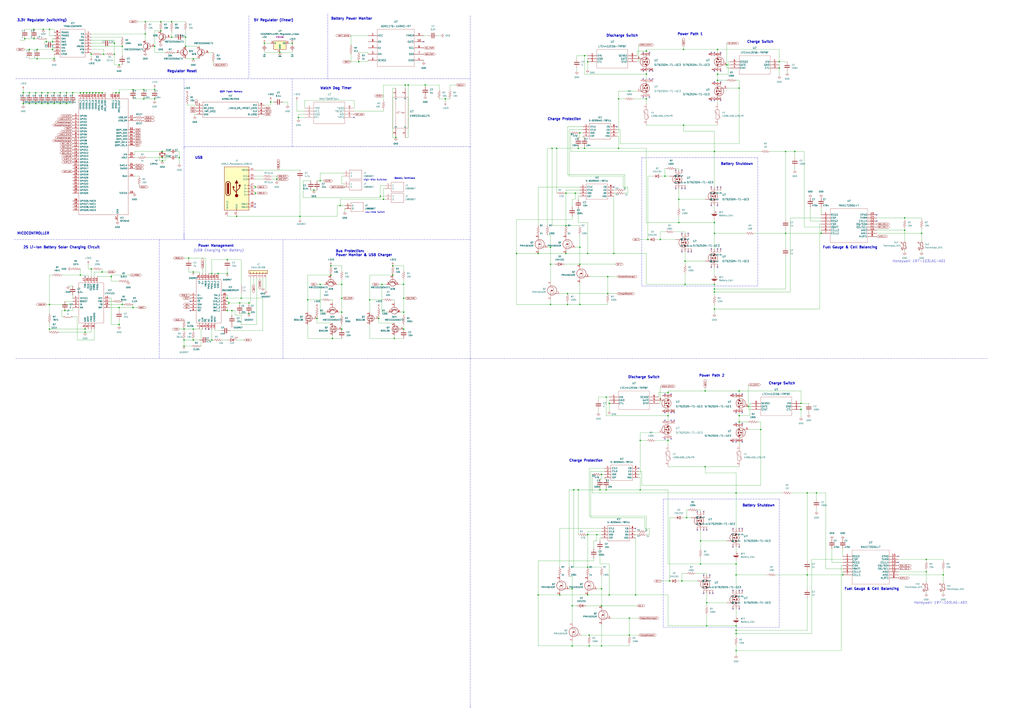
<source format=kicad_sch>
(kicad_sch (version 20211123) (generator eeschema)
  (paper "A1")
  (title_block (title "CubeSat EPS Board") (rev "V0"))
  (lib_symbols
    (symbol "1206L150{slash}12SLYR:1206L150_12SLYR" (pin_names (offset 0.762))
      (property "Reference" "F" (at 13.97 6.35 0))
      (property "Value" "1206L150_12SLYR" (at 13.97 3.81 0))
      (symbol "1206L150_12SLYR_0_0"
        (pin passive line (at 0 0 0) (length 5.08) (name "~") (number "1"))
        (pin passive line (at 17.78 0 180) (length 5.08) (name "~") (number "2"))
      )
    )
    (symbol "1206L500{slash}12SLPR:1206L500_12SLPR" (pin_names (offset 0.762))
      (property "Reference" "F" (at 13.97 6.35 0))
      (property "Value" "1206L500_12SLPR" (at 13.97 3.81 0))
      (symbol "1206L500_12SLPR_0_0"
        (pin passive line (at 0 0 0) (length 5.08) (name "~") (number "1"))
        (pin passive line (at 17.78 0 180) (length 5.08) (name "~") (number "2"))
      )
    )
    (symbol "1985807:1985807" (pin_names (offset 0.762))
      (property "Reference" "J" (at 16.51 7.62 0))
      (property "Value" "1985807" (at 16.51 5.08 0))
      (symbol "1985807_0_0"
        (pin passive line (at 0 0 0) (length 5.08) (name "1") (number "1"))
        (pin passive line (at 0 -2.54 0) (length 5.08) (name "2") (number "2"))
      )
    )
    (symbol "2022-03-31_06-47-44:MAX17205G+T" (pin_names (offset 0.254))
      (property "Reference" "U" (at 22.86 10.16 0))
      (property "Value" "MAX17205G+T" (at 22.86 7.62 0))
      (symbol "MAX17205G+T_1_1"
        (pin bidirectional line (at 0 0 0) (length 7.62) (name "REG3") (number "1"))
        (pin input line (at 45.72 -12.7 180) (length 7.62) (name "AIN2") (number "10"))
        (pin unspecified line (at 45.72 -10.16 180) (length 7.62) (name "OD/SCL") (number "11"))
        (pin unspecified line (at 45.72 -7.62 180) (length 7.62) (name "DQ/SDA") (number "12"))
        (pin unspecified line (at 45.72 -5.08 180) (length 7.62) (name "CELLX") (number "13"))
        (pin unspecified line (at 45.72 -2.54 180) (length 7.62) (name "THRM") (number "14"))
        (pin unspecified line (at 45.72 0 180) (length 7.62) (name "EPAD") (number "15"))
        (pin unspecified line (at 0 -2.54 0) (length 7.62) (name "CSP") (number "2"))
        (pin bidirectional line (at 0 -5.08 0) (length 7.62) (name "REG2") (number "3"))
        (pin unspecified line (at 0 -7.62 0) (length 7.62) (name "CSN") (number "4"))
        (pin unspecified line (at 0 -10.16 0) (length 7.62) (name "VBATT") (number "5"))
        (pin bidirectional line (at 0 -12.7 0) (length 7.62) (name "CELL2") (number "6"))
        (pin bidirectional line (at 0 -15.24 0) (length 7.62) (name "CELL1") (number "7"))
        (pin unspecified line (at 45.72 -17.78 180) (length 7.62) (name "ALRT1") (number "8"))
        (pin input line (at 45.72 -15.24 180) (length 7.62) (name "AIN1") (number "9"))
      )
    )
    (symbol "ADM1176-1ARMZ-R7:ADM1176-1ARMZ-R7" (pin_names (offset 0.254))
      (property "Reference" "U" (at 22.86 10.16 0))
      (property "Value" "ADM1176-1ARMZ-R7" (at 22.86 7.62 0))
      (symbol "ADM1176-1ARMZ-R7_1_1"
        (pin unspecified line (at 0 0 0) (length 7.62) (name "VCC") (number "1"))
        (pin unspecified line (at 45.72 -5.08 180) (length 7.62) (name "GATE") (number "10"))
        (pin unspecified line (at 0 -20.32 0) (length 7.62) (name "SENSE") (number "2"))
        (pin unspecified line (at 0 -15.24 0) (length 7.62) (name "ON") (number "3"))
        (pin unspecified line (at 45.72 -20.32 180) (length 7.62) (name "GND") (number "4"))
        (pin unspecified line (at 45.72 0 180) (length 7.62) (name "TIMER") (number "5"))
        (pin unspecified line (at 45.72 -10.16 180) (length 7.62) (name "SCL") (number "6"))
        (pin unspecified line (at 45.72 -15.24 180) (length 7.62) (name "SDA") (number "7"))
        (pin unspecified line (at 0 -5.08 0) (length 7.62) (name "A0") (number "8"))
        (pin unspecified line (at 0 -10.16 0) (length 7.62) (name "A1") (number "9"))
      )
    )
    (symbol "BQ25883RGER:BQ25883RGER" (pin_names (offset 0.762))
      (property "Reference" "IC" (at 26.67 17.78 0))
      (property "Value" "BQ25883RGER" (at 26.67 15.24 0))
      (symbol "BQ25883RGER_0_0"
        (pin passive line (at 0 0 0) (length 5.08) (name "D-") (number "1"))
        (pin no_connect line (at 15.24 -27.94 90) (length 5.08) (name "NC") (number "10"))
        (pin passive line (at 17.78 -27.94 90) (length 5.08) (name "REGN") (number "11"))
        (pin passive line (at 20.32 -27.94 90) (length 5.08) (name "BTST") (number "12"))
        (pin passive line (at 30.48 -12.7 180) (length 5.08) (name "BAT_1") (number "13"))
        (pin passive line (at 30.48 -10.16 180) (length 5.08) (name "BAT_2") (number "14"))
        (pin passive line (at 30.48 -7.62 180) (length 5.08) (name "SYS_1") (number "15"))
        (pin passive line (at 30.48 -5.08 180) (length 5.08) (name "SYS_2") (number "16"))
        (pin passive line (at 30.48 -2.54 180) (length 5.08) (name "SW_1") (number "17"))
        (pin passive line (at 30.48 0 180) (length 5.08) (name "SW_2") (number "18"))
        (pin passive line (at 22.86 17.78 270) (length 5.08) (name "GND_1") (number "19"))
        (pin passive line (at 0 -2.54 0) (length 5.08) (name "STAT") (number "2"))
        (pin passive line (at 20.32 17.78 270) (length 5.08) (name "GND_2") (number "20"))
        (pin passive line (at 17.78 17.78 270) (length 5.08) (name "PMID_1") (number "21"))
        (pin passive line (at 15.24 17.78 270) (length 5.08) (name "PMID_2") (number "22"))
        (pin passive line (at 12.7 17.78 270) (length 5.08) (name "VBUS") (number "23"))
        (pin passive line (at 10.16 17.78 270) (length 5.08) (name "D+") (number "24"))
        (pin passive line (at 7.62 17.78 270) (length 5.08) (name "EP") (number "25"))
        (pin passive line (at 0 -5.08 0) (length 5.08) (name "~{CE}") (number "3"))
        (pin passive line (at 0 -7.62 0) (length 5.08) (name "SDA") (number "4"))
        (pin passive line (at 0 -10.16 0) (length 5.08) (name "SCL") (number "5"))
        (pin passive line (at 0 -12.7 0) (length 5.08) (name "~{INT}") (number "6"))
        (pin passive line (at 7.62 -27.94 90) (length 5.08) (name "TS") (number "7"))
        (pin passive line (at 10.16 -27.94 90) (length 5.08) (name "ILIM") (number "8"))
        (pin passive line (at 12.7 -27.94 90) (length 5.08) (name "~{PG}") (number "9"))
      )
    )
    (symbol "Connector:USB_C_Receptacle_USB2.0" (pin_names (offset 1.016))
      (property "Reference" "J" (at -10.16 19.05 0))
      (property "Value" "USB_C_Receptacle_USB2.0" (at 19.05 19.05 0))
      (symbol "USB_C_Receptacle_USB2.0_1_1"
        (pin passive line (at 0 -22.86 90) (length 5.08) (name "GND") (number "A1"))
        (pin passive line (at 0 -22.86 90) (length 5.08) hide (name "GND") (number "A12"))
        (pin passive line (at 15.24 15.24 180) (length 5.08) (name "VBUS") (number "A4"))
        (pin bidirectional line (at 15.24 10.16 180) (length 5.08) (name "CC1") (number "A5"))
        (pin bidirectional line (at 15.24 -2.54 180) (length 5.08) (name "D+") (number "A6"))
        (pin bidirectional line (at 15.24 2.54 180) (length 5.08) (name "D-") (number "A7"))
        (pin bidirectional line (at 15.24 -12.7 180) (length 5.08) (name "SBU1") (number "A8"))
        (pin passive line (at 15.24 15.24 180) (length 5.08) hide (name "VBUS") (number "A9"))
        (pin passive line (at 0 -22.86 90) (length 5.08) hide (name "GND") (number "B1"))
        (pin passive line (at 0 -22.86 90) (length 5.08) hide (name "GND") (number "B12"))
        (pin passive line (at 15.24 15.24 180) (length 5.08) hide (name "VBUS") (number "B4"))
        (pin bidirectional line (at 15.24 7.62 180) (length 5.08) (name "CC2") (number "B5"))
        (pin bidirectional line (at 15.24 -5.08 180) (length 5.08) (name "D+") (number "B6"))
        (pin bidirectional line (at 15.24 0 180) (length 5.08) (name "D-") (number "B7"))
        (pin bidirectional line (at 15.24 -15.24 180) (length 5.08) (name "SBU2") (number "B8"))
        (pin passive line (at 15.24 15.24 180) (length 5.08) hide (name "VBUS") (number "B9"))
        (pin passive line (at -7.62 -22.86 90) (length 5.08) (name "SHIELD") (number "S1"))
      )
    )
    (symbol "Connector_Generic:Conn_01x06" (pin_names (offset 1.016) hide)
      (property "Reference" "J" (at 0 7.62 0))
      (property "Value" "Conn_01x06" (at 0 -10.16 0))
      (symbol "Conn_01x06_1_1"
        (pin passive line (at -5.08 5.08 0) (length 3.81) (name "Pin_1") (number "1"))
        (pin passive line (at -5.08 2.54 0) (length 3.81) (name "Pin_2") (number "2"))
        (pin passive line (at -5.08 0 0) (length 3.81) (name "Pin_3") (number "3"))
        (pin passive line (at -5.08 -2.54 0) (length 3.81) (name "Pin_4") (number "4"))
        (pin passive line (at -5.08 -5.08 0) (length 3.81) (name "Pin_5") (number "5"))
        (pin passive line (at -5.08 -7.62 0) (length 3.81) (name "Pin_6") (number "6"))
      )
    )
    (symbol "Device:Battery_Cell" (pin_numbers hide) (pin_names (offset 0) hide)
      (property "Reference" "BT" (at 2.54 2.54 0))
      (property "Value" "Battery_Cell" (at 2.54 0 0))
      (symbol "Battery_Cell_1_1"
        (pin passive line (at 0 5.08 270) (length 2.54) (name "+") (number "1"))
        (pin passive line (at 0 -2.54 90) (length 2.54) (name "-") (number "2"))
      )
    )
    (symbol "Device:C" (pin_numbers hide) (pin_names (offset 0.254))
      (property "Reference" "C" (at 0.635 2.54 0))
      (property "Value" "C" (at 0.635 -2.54 0))
      (symbol "C_1_1"
        (pin passive line (at 0 3.81 270) (length 2.794) (name "~") (number "1"))
        (pin passive line (at 0 -3.81 90) (length 2.794) (name "~") (number "2"))
      )
    )
    (symbol "Device:C_Small" (pin_numbers hide) (pin_names (offset 0.254) hide)
      (property "Reference" "C" (at 0.254 1.778 0))
      (property "Value" "C_Small" (at 0.254 -2.032 0))
      (symbol "C_Small_1_1"
        (pin passive line (at 0 2.54 270) (length 2.032) (name "~") (number "1"))
        (pin passive line (at 0 -2.54 90) (length 2.032) (name "~") (number "2"))
      )
    )
    (symbol "Device:Crystal_GND24_Small" (pin_names (offset 1.016) hide)
      (property "Reference" "Y" (at 1.27 4.445 0))
      (property "Value" "Crystal_GND24_Small" (at 1.27 2.54 0))
      (symbol "Crystal_GND24_Small_1_1"
        (pin passive line (at -2.54 0 0) (length 1.27) (name "1") (number "1"))
        (pin passive line (at 0 -2.54 90) (length 0.635) (name "2") (number "2"))
        (pin passive line (at 2.54 0 180) (length 1.27) (name "3") (number "3"))
        (pin passive line (at 0 2.54 270) (length 0.635) (name "4") (number "4"))
      )
    )
    (symbol "Device:L" (pin_numbers hide) (pin_names (offset 1.016) hide)
      (property "Reference" "L" (at -1.27 0 90))
      (property "Value" "L" (at 1.905 0 90))
      (symbol "L_1_1"
        (pin passive line (at 0 3.81 270) (length 1.27) (name "1") (number "1"))
        (pin passive line (at 0 -3.81 90) (length 1.27) (name "2") (number "2"))
      )
    )
    (symbol "Device:LED" (pin_numbers hide) (pin_names (offset 1.016) hide)
      (property "Reference" "D" (at 0 2.54 0))
      (property "Value" "LED" (at 0 -2.54 0))
      (symbol "LED_1_1"
        (pin passive line (at -3.81 0 0) (length 2.54) (name "K") (number "1"))
        (pin passive line (at 3.81 0 180) (length 2.54) (name "A") (number "2"))
      )
    )
    (symbol "Device:R_US" (pin_numbers hide) (pin_names (offset 0))
      (property "Reference" "R" (at 2.54 0 90))
      (property "Value" "R_US" (at -2.54 0 90))
      (symbol "R_US_1_1"
        (pin passive line (at 0 3.81 270) (length 1.27) (name "~") (number "1"))
        (pin passive line (at 0 -3.81 90) (length 1.27) (name "~") (number "2"))
      )
    )
    (symbol "Device:Thermistor_NTC" (pin_numbers hide) (pin_names (offset 0))
      (property "Reference" "TH" (at -4.445 0 90))
      (property "Value" "Thermistor_NTC" (at 3.175 0 90))
      (symbol "Thermistor_NTC_1_1"
        (pin passive line (at 0 3.81 270) (length 1.27) (name "~") (number "1"))
        (pin passive line (at 0 -3.81 90) (length 1.27) (name "~") (number "2"))
      )
    )
    (symbol "Diode:1N4151" (pin_numbers hide) (pin_names (offset 1.016) hide)
      (property "Reference" "D" (at 0 2.54 0))
      (property "Value" "1N4151" (at 0 -2.54 0))
      (symbol "1N4151_1_1"
        (pin passive line (at -3.81 0 0) (length 2.54) (name "K") (number "1"))
        (pin passive line (at 3.81 0 180) (length 2.54) (name "A") (number "2"))
      )
    )
    (symbol "KMR231NG LFS:KMR231NGLFS" (pin_names (offset 0.254))
      (property "Reference" "U" (at 20.32 7.62 0))
      (property "Value" "KMR231NGLFS" (at 20.32 5.08 0))
      (symbol "KMR231NGLFS_1_1"
        (pin unspecified line (at 0 0 0) (length 7.62) (name "1") (number "1"))
        (pin unspecified line (at 0 -7.62 0) (length 7.62) (name "2") (number "2"))
        (pin unspecified line (at 40.64 0 180) (length 7.62) (name "3") (number "3"))
        (pin unspecified line (at 40.64 -7.62 180) (length 7.62) (name "4") (number "4"))
      )
    )
    (symbol "LTC4121:LTC4121" (pin_names (offset 0.762))
      (property "Reference" "IC" (at 26.67 17.78 0))
      (property "Value" "LTC4121" (at 26.67 15.24 0))
      (symbol "LTC4121_0_0"
        (pin power_in line (at 0 0 0) (length 5.08) (name "INTVCC") (number "1"))
        (pin passive line (at 30.48 -5.08 180) (length 5.08) (name "FB") (number "10"))
        (pin passive line (at 30.48 -2.54 180) (length 5.08) (name "FBG") (number "11"))
        (pin passive line (at 30.48 0 180) (length 5.08) (name "NTC") (number "12"))
        (pin passive line (at 20.32 17.78 270) (length 5.08) (name "PROG") (number "13"))
        (pin passive line (at 17.78 17.78 270) (length 5.08) (name "~{CHRG}") (number "14"))
        (pin passive line (at 15.24 17.78 270) (length 5.08) (name "~{FAULT}") (number "15"))
        (pin passive line (at 12.7 17.78 270) (length 5.08) (name "RUN") (number "16"))
        (pin passive line (at 10.16 17.78 270) (length 5.08) (name "TAB") (number "17"))
        (pin passive line (at 0 -2.54 0) (length 5.08) (name "BOOST") (number "2"))
        (pin input line (at 0 -5.08 0) (length 5.08) (name "IN") (number "3"))
        (pin passive line (at 0 -7.62 0) (length 5.08) (name "SW") (number "4"))
        (pin power_in line (at 10.16 -25.4 90) (length 5.08) (name "GND") (number "5"))
        (pin passive line (at 12.7 -25.4 90) (length 5.08) (name "MPPT") (number "6"))
        (pin passive line (at 15.24 -25.4 90) (length 5.08) (name "FREQ") (number "7"))
        (pin passive line (at 17.78 -25.4 90) (length 5.08) (name "CHGSNS") (number "8"))
        (pin passive line (at 30.48 -7.62 180) (length 5.08) (name "BAT") (number "9"))
      )
    )
    (symbol "LTC4412ES6#TRPBF:LTC4412ES6-TRPBF" (pin_names (offset 0.254))
      (property "Reference" "U" (at 20.32 10.16 0))
      (property "Value" "LTC4412ES6-TRPBF" (at 20.32 7.62 0))
      (symbol "LTC4412ES6-TRPBF_1_1"
        (pin unspecified line (at 0 0 0) (length 7.62) (name "VIN") (number "1"))
        (pin unspecified line (at 0 -2.54 0) (length 7.62) (name "GND") (number "2"))
        (pin unspecified line (at 0 -5.08 0) (length 7.62) (name "CTL") (number "3"))
        (pin unspecified line (at 40.64 -5.08 180) (length 7.62) (name "STAT") (number "4"))
        (pin unspecified line (at 40.64 -2.54 180) (length 7.62) (name "GATE") (number "5"))
        (pin unspecified line (at 40.64 0 180) (length 7.62) (name "SENSE") (number "6"))
      )
    )
    (symbol "MAX706RESA+:MAX706RESA+" (pin_names (offset 0.254))
      (property "Reference" "U" (at 20.32 10.16 0))
      (property "Value" "MAX706RESA+" (at 20.32 7.62 0))
      (symbol "MAX706RESA+_1_1"
        (pin input line (at 0 0 0) (length 7.62) (name "*MR") (number "1"))
        (pin power_in line (at 0 -2.54 0) (length 7.62) (name "VCC") (number "2"))
        (pin power_in line (at 0 -5.08 0) (length 7.62) (name "GND") (number "3"))
        (pin input line (at 0 -7.62 0) (length 7.62) (name "PFI") (number "4"))
        (pin output line (at 40.64 -7.62 180) (length 7.62) (name "*PFO") (number "5"))
        (pin input line (at 40.64 -5.08 180) (length 7.62) (name "WDI") (number "6"))
        (pin output line (at 40.64 -2.54 180) (length 7.62) (name "*RESET") (number "7"))
        (pin output line (at 40.64 0 180) (length 7.62) (name "*WDO") (number "8"))
      )
    )
    (symbol "PMV45EN2R:PMV45EN2R" (pin_names (offset 0.762))
      (property "Reference" "Q" (at 11.43 3.81 0))
      (property "Value" "PMV45EN2R" (at 11.43 1.27 0))
      (symbol "PMV45EN2R_0_0"
        (pin passive line (at 0 0 0) (length 2.54) (name "~") (number "1"))
        (pin passive line (at 7.62 -5.08 90) (length 2.54) (name "~") (number "2"))
        (pin passive line (at 7.62 10.16 270) (length 2.54) (name "~") (number "3"))
      )
    )
    (symbol "RP2040_1" (pin_names (offset 0.762))
      (property "Reference" "IC" (at 29.21 29.21 0))
      (property "Value" "RP2040_1" (at 29.21 26.67 0))
      (symbol "RP2040_1_0_0"
        (pin passive line (at 6.35 22.86 270) (length 5.08) (name "IOVDD_1") (number "1"))
        (pin passive line (at 8.89 22.86 270) (length 5.08) (name "IOVDD_2") (number "10"))
        (pin passive line (at 0 -16.51 0) (length 5.08) (name "GPIO8") (number "11"))
        (pin passive line (at 0 -19.05 0) (length 5.08) (name "GPIO9") (number "12"))
        (pin passive line (at 0 -21.59 0) (length 5.08) (name "GPIO10") (number "13"))
        (pin passive line (at 0 -24.13 0) (length 5.08) (name "GPIO11") (number "14"))
        (pin passive line (at 0 -26.67 0) (length 5.08) (name "GPIO12") (number "15"))
        (pin passive line (at 0 -29.21 0) (length 5.08) (name "GPIO13") (number "16"))
        (pin passive line (at 0 -31.75 0) (length 5.08) (name "GPIO14") (number "17"))
        (pin passive line (at 0 -34.29 0) (length 5.08) (name "GPIO15") (number "18"))
        (pin passive line (at 50.8 -59.69 180) (length 5.08) (name "TESTEN") (number "19"))
        (pin passive line (at 0 3.81 0) (length 5.08) (name "GPIO0") (number "2"))
        (pin passive line (at 50.8 -27.94 180) (length 5.08) (name "XIN") (number "20"))
        (pin passive line (at 50.8 -30.48 180) (length 5.08) (name "XOUT") (number "21"))
        (pin passive line (at 11.43 22.86 270) (length 5.08) (name "IOVDD_3") (number "22"))
        (pin passive line (at 33.02 22.86 270) (length 5.08) (name "DVDD_1") (number "23"))
        (pin passive line (at 50.8 -36.83 180) (length 5.08) (name "SWCLK") (number "24"))
        (pin passive line (at 50.8 -39.37 180) (length 5.08) (name "SWDIO") (number "25"))
        (pin passive line (at 50.8 -45.72 180) (length 5.08) (name "RUN") (number "26"))
        (pin passive line (at 0 -36.83 0) (length 5.08) (name "GPIO16") (number "27"))
        (pin passive line (at 0 -39.37 0) (length 5.08) (name "GPIO17") (number "28"))
        (pin passive line (at 0 -41.91 0) (length 5.08) (name "GPIO18") (number "29"))
        (pin passive line (at 0 1.27 0) (length 5.08) (name "GPIO1") (number "3"))
        (pin passive line (at 0 -44.45 0) (length 5.08) (name "GPIO19") (number "30"))
        (pin passive line (at 0 -46.99 0) (length 5.08) (name "GPIO20") (number "31"))
        (pin passive line (at 0 -49.53 0) (length 5.08) (name "GPIO21") (number "32"))
        (pin passive line (at 13.97 22.86 270) (length 5.08) (name "IOVDD_4") (number "33"))
        (pin passive line (at 0 -52.07 0) (length 5.08) (name "GPIO22") (number "34"))
        (pin passive line (at 0 -54.61 0) (length 5.08) (name "GPIO23") (number "35"))
        (pin passive line (at 0 -57.15 0) (length 5.08) (name "GPIO24") (number "36"))
        (pin passive line (at 0 -59.69 0) (length 5.08) (name "GPIO25") (number "37"))
        (pin passive line (at 0 -66.04 0) (length 5.08) (name "GPIO26/ADC0") (number "38"))
        (pin passive line (at 0 -68.58 0) (length 5.08) (name "GPIO27/ADC1") (number "39"))
        (pin passive line (at 0 -1.27 0) (length 5.08) (name "GPIO2") (number "4"))
        (pin passive line (at 0 -71.12 0) (length 5.08) (name "GPIO28/ADC2") (number "40"))
        (pin passive line (at 0 -73.66 0) (length 5.08) (name "GPIO29/ADC3") (number "41"))
        (pin passive line (at 16.51 22.86 270) (length 5.08) (name "IOVDD_5") (number "42"))
        (pin passive line (at 26.67 22.86 270) (length 5.08) (name "ADC_AVDD") (number "43"))
        (pin passive line (at 21.59 22.86 270) (length 5.08) (name "VREG_VIN") (number "44"))
        (pin passive line (at 38.1 22.86 270) (length 5.08) (name "VREG_VOUT") (number "45"))
        (pin passive line (at 50.8 0 180) (length 5.08) (name "USB_DM") (number "46"))
        (pin passive line (at 50.8 2.54 180) (length 5.08) (name "USB_DP") (number "47"))
        (pin passive line (at 24.13 22.86 270) (length 5.08) (name "USB_VDD") (number "48"))
        (pin passive line (at 19.05 22.86 270) (length 5.08) (name "IOVDD_6") (number "49"))
        (pin passive line (at 0 -3.81 0) (length 5.08) (name "GPIO3") (number "5"))
        (pin passive line (at 35.56 22.86 270) (length 5.08) (name "DVDD_2") (number "50"))
        (pin passive line (at 50.8 -15.24 180) (length 5.08) (name "QSPI_SD3") (number "51"))
        (pin passive line (at 50.8 -17.78 180) (length 5.08) (name "QSPI_SCLK") (number "52"))
        (pin passive line (at 50.8 -7.62 180) (length 5.08) (name "QSPI_SD0") (number "53"))
        (pin passive line (at 50.8 -12.7 180) (length 5.08) (name "QSPI_SD2") (number "54"))
        (pin passive line (at 50.8 -10.16 180) (length 5.08) (name "QSPI_SD1") (number "55"))
        (pin passive line (at 50.8 -20.32 180) (length 5.08) (name "QSPI_SS_N") (number "56"))
        (pin passive line (at 36.83 -82.55 90) (length 5.08) (name "GND") (number "57"))
        (pin passive line (at 0 -6.35 0) (length 5.08) (name "GPIO4") (number "6"))
        (pin passive line (at 0 -8.89 0) (length 5.08) (name "GPIO5") (number "7"))
        (pin passive line (at 0 -11.43 0) (length 5.08) (name "GPIO6") (number "8"))
        (pin passive line (at 0 -13.97 0) (length 5.08) (name "GPIO7") (number "9"))
      )
    )
    (symbol "S-8209AAC-T8T1U:S-8209AAC-T8T1U" (pin_names (offset 0.762))
      (property "Reference" "IC" (at 24.13 7.62 0))
      (property "Value" "S-8209AAC-T8T1U" (at 24.13 5.08 0))
      (symbol "S-8209AAC-T8T1U_0_0"
        (pin passive line (at 0 0 0) (length 5.08) (name "CTLC") (number "1"))
        (pin passive line (at 0 -2.54 0) (length 5.08) (name "CTLD") (number "2"))
        (pin passive line (at 0 -5.08 0) (length 5.08) (name "VDD") (number "3"))
        (pin passive line (at 0 -7.62 0) (length 5.08) (name "CDT") (number "4"))
        (pin passive line (at 27.94 -7.62 180) (length 5.08) (name "VSS") (number "5"))
        (pin passive line (at 27.94 -5.08 180) (length 5.08) (name "DO") (number "6"))
        (pin passive line (at 27.94 -2.54 180) (length 5.08) (name "CO") (number "7"))
        (pin passive line (at 27.94 0 180) (length 5.08) (name "CB") (number "8"))
      )
    )
    (symbol "SI7625DN-T1-GE3:SI7625DN-T1-GE3" (pin_names (offset 1.524) hide)
      (property "Reference" "U" (at 11.43 -0.635 0))
      (property "Value" "SI7625DN-T1-GE3" (at 11.43 -7.62 0))
      (symbol "SI7625DN-T1-GE3_1_1"
        (pin unspecified line (at 5.08 5.08 270) (length 2.54) (name "S") (number "1"))
        (pin unspecified line (at 7.62 5.08 270) (length 2.54) (name "S") (number "2"))
        (pin unspecified line (at 10.16 5.08 270) (length 2.54) (name "S") (number "3"))
        (pin unspecified line (at 0 0 0) (length 2.54) (name "G") (number "4"))
        (pin unspecified line (at 5.08 -10.16 90) (length 2.54) (name "D") (number "5"))
        (pin unspecified line (at 7.62 -10.16 90) (length 2.54) (name "D") (number "6"))
        (pin unspecified line (at 10.16 -10.16 90) (length 2.54) (name "D") (number "7"))
        (pin unspecified line (at 12.7 -10.16 90) (length 2.54) (name "D") (number "8"))
      )
    )
    (symbol "SI7625DN-T1-GE3_1" (pin_names (offset 1.524) hide)
      (property "Reference" "U" (at 11.43 -0.635 0))
      (property "Value" "SI7625DN-T1-GE3_1" (at 11.43 -7.62 0))
      (symbol "SI7625DN-T1-GE3_1_1_1"
        (pin unspecified line (at 5.08 5.08 270) (length 2.54) (name "S") (number "1"))
        (pin unspecified line (at 7.62 5.08 270) (length 2.54) (name "S") (number "2"))
        (pin unspecified line (at 10.16 5.08 270) (length 2.54) (name "S") (number "3"))
        (pin unspecified line (at 0 0 0) (length 2.54) (name "G") (number "4"))
        (pin unspecified line (at 5.08 -10.16 90) (length 2.54) (name "D") (number "5"))
        (pin unspecified line (at 7.62 -10.16 90) (length 2.54) (name "D") (number "6"))
        (pin unspecified line (at 10.16 -10.16 90) (length 2.54) (name "D") (number "7"))
        (pin unspecified line (at 12.7 -10.16 90) (length 2.54) (name "D") (number "8"))
      )
    )
    (symbol "SI7625DN-T1-GE3_2" (pin_names (offset 1.524) hide)
      (property "Reference" "U" (at 11.43 -0.635 0))
      (property "Value" "SI7625DN-T1-GE3_2" (at 11.43 -7.62 0))
      (symbol "SI7625DN-T1-GE3_2_1_1"
        (pin unspecified line (at 5.08 5.08 270) (length 2.54) (name "S") (number "1"))
        (pin unspecified line (at 7.62 5.08 270) (length 2.54) (name "S") (number "2"))
        (pin unspecified line (at 10.16 5.08 270) (length 2.54) (name "S") (number "3"))
        (pin unspecified line (at 0 0 0) (length 2.54) (name "G") (number "4"))
        (pin unspecified line (at 5.08 -10.16 90) (length 2.54) (name "D") (number "5"))
        (pin unspecified line (at 7.62 -10.16 90) (length 2.54) (name "D") (number "6"))
        (pin unspecified line (at 10.16 -10.16 90) (length 2.54) (name "D") (number "7"))
        (pin unspecified line (at 12.7 -10.16 90) (length 2.54) (name "D") (number "8"))
      )
    )
    (symbol "SI7625DN-T1-GE3_3" (pin_names (offset 1.524) hide)
      (property "Reference" "U" (at 11.43 -0.635 0))
      (property "Value" "SI7625DN-T1-GE3_3" (at 11.43 -7.62 0))
      (symbol "SI7625DN-T1-GE3_3_1_1"
        (pin unspecified line (at 5.08 5.08 270) (length 2.54) (name "S") (number "1"))
        (pin unspecified line (at 7.62 5.08 270) (length 2.54) (name "S") (number "2"))
        (pin unspecified line (at 10.16 5.08 270) (length 2.54) (name "S") (number "3"))
        (pin unspecified line (at 0 0 0) (length 2.54) (name "G") (number "4"))
        (pin unspecified line (at 5.08 -10.16 90) (length 2.54) (name "D") (number "5"))
        (pin unspecified line (at 7.62 -10.16 90) (length 2.54) (name "D") (number "6"))
        (pin unspecified line (at 10.16 -10.16 90) (length 2.54) (name "D") (number "7"))
        (pin unspecified line (at 12.7 -10.16 90) (length 2.54) (name "D") (number "8"))
      )
    )
    (symbol "SI7625DN-T1-GE3_4" (pin_numbers hide) (pin_names (offset 1.524))
      (property "Reference" "U" (at 11.43 -0.635 0))
      (property "Value" "SI7625DN-T1-GE3_4" (at 11.43 -7.62 0))
      (symbol "SI7625DN-T1-GE3_4_1_1"
        (pin unspecified line (at 5.08 5.08 270) (length 2.54) (name "S") (number "1"))
        (pin unspecified line (at 7.62 5.08 270) (length 2.54) (name "S") (number "2"))
        (pin unspecified line (at 10.16 5.08 270) (length 2.54) (name "S") (number "3"))
        (pin unspecified line (at 0 0 0) (length 2.54) (name "G") (number "4"))
        (pin unspecified line (at 5.08 -10.16 90) (length 2.54) (name "D") (number "5"))
        (pin unspecified line (at 7.62 -10.16 90) (length 2.54) (name "D") (number "6"))
        (pin unspecified line (at 10.16 -10.16 90) (length 2.54) (name "D") (number "7"))
        (pin unspecified line (at 12.7 -10.16 90) (length 2.54) (name "D") (number "8"))
      )
    )
    (symbol "SI7625DN-T1-GE3_5" (pin_numbers hide) (pin_names (offset 1.524))
      (property "Reference" "U" (at 11.43 -0.635 0))
      (property "Value" "SI7625DN-T1-GE3_5" (at 11.43 -7.62 0))
      (symbol "SI7625DN-T1-GE3_5_1_1"
        (pin unspecified line (at 5.08 5.08 270) (length 2.54) (name "S") (number "1"))
        (pin unspecified line (at 7.62 5.08 270) (length 2.54) (name "S") (number "2"))
        (pin unspecified line (at 10.16 5.08 270) (length 2.54) (name "S") (number "3"))
        (pin unspecified line (at 0 0 0) (length 2.54) (name "G") (number "4"))
        (pin unspecified line (at 5.08 -10.16 90) (length 2.54) (name "D") (number "5"))
        (pin unspecified line (at 7.62 -10.16 90) (length 2.54) (name "D") (number "6"))
        (pin unspecified line (at 10.16 -10.16 90) (length 2.54) (name "D") (number "7"))
        (pin unspecified line (at 12.7 -10.16 90) (length 2.54) (name "D") (number "8"))
      )
    )
    (symbol "TPS54226PWPR_1" (pin_names (offset 0.762))
      (property "Reference" "IC" (at 26.67 7.62 0))
      (property "Value" "TPS54226PWPR_1" (at 26.67 5.08 0))
      (symbol "TPS54226PWPR_1_0_0"
        (pin passive line (at 30.48 -16.51 180) (length 5.08) (name "VO") (number "1"))
        (pin passive line (at 0 -5.08 0) (length 5.08) (name "SW1") (number "10"))
        (pin passive line (at 0 -7.62 0) (length 5.08) (name "SW2") (number "11"))
        (pin passive line (at 0 -10.16 0) (length 5.08) (name "VBST") (number "12"))
        (pin passive line (at 0 -12.7 0) (length 5.08) (name "VIN") (number "13"))
        (pin passive line (at 0 -15.24 0) (length 5.08) (name "VCC") (number "14"))
        (pin passive line (at 0 -17.78 0) (length 5.08) (name "EPAD") (number "15"))
        (pin passive line (at 30.48 -13.97 180) (length 5.08) (name "VFB") (number "2"))
        (pin passive line (at 30.48 -11.43 180) (length 5.08) (name "VREG5") (number "3"))
        (pin passive line (at 30.48 -8.89 180) (length 5.08) (name "SS") (number "4"))
        (pin passive line (at 30.48 -6.35 180) (length 5.08) (name "GND") (number "5"))
        (pin passive line (at 30.48 -3.81 180) (length 5.08) (name "PG") (number "6"))
        (pin passive line (at 30.48 -1.27 180) (length 5.08) (name "EN") (number "7"))
        (pin passive line (at 0 0 0) (length 5.08) (name "PGND1") (number "8"))
        (pin passive line (at 0 -2.54 0) (length 5.08) (name "PGND2") (number "9"))
      )
    )
    (symbol "Transistor_BJT:MBT2222ADW1T1" (pin_names (offset 0) hide)
      (property "Reference" "Q" (at 5.08 1.27 0))
      (property "Value" "MBT2222ADW1T1" (at 5.08 -1.27 0))
      (symbol "MBT2222ADW1T1_1_1"
        (pin passive line (at 2.54 -5.08 90) (length 2.54) (name "E1") (number "1"))
        (pin input line (at -5.08 0 0) (length 2.54) (name "B1") (number "2"))
        (pin passive line (at 2.54 5.08 270) (length 2.54) (name "C1") (number "6"))
      )
      (symbol "MBT2222ADW1T1_2_1"
        (pin passive line (at 2.54 5.08 270) (length 2.54) (name "C2") (number "3"))
        (pin passive line (at 2.54 -5.08 90) (length 2.54) (name "E2") (number "4"))
        (pin input line (at -5.08 0 0) (length 2.54) (name "B2") (number "5"))
      )
    )
    (symbol "Transistor_FET:BSS138" (pin_names hide)
      (property "Reference" "Q" (at 5.08 1.905 0))
      (property "Value" "BSS138" (at 5.08 0 0))
      (symbol "BSS138_1_1"
        (pin input line (at -5.08 0 0) (length 2.54) (name "G") (number "1"))
        (pin passive line (at 2.54 -5.08 90) (length 2.54) (name "S") (number "2"))
        (pin passive line (at 2.54 5.08 270) (length 2.54) (name "D") (number "3"))
      )
    )
    (symbol "W25Q128JVSIQ:W25Q128JVSIQ" (pin_names (offset 0.762))
      (property "Reference" "IC" (at 52.07 7.62 0))
      (property "Value" "W25Q128JVSIQ" (at 52.07 5.08 0))
      (symbol "W25Q128JVSIQ_0_0"
        (pin passive line (at 0 0 0) (length 5.08) (name "/CS") (number "1"))
        (pin passive line (at 0 -2.54 0) (length 5.08) (name "DO_(IO1)") (number "2"))
        (pin passive line (at 0 -5.08 0) (length 5.08) (name "/WP_(IO2)") (number "3"))
        (pin passive line (at 0 -7.62 0) (length 5.08) (name "GND") (number "4"))
        (pin passive line (at 55.88 -7.62 180) (length 5.08) (name "DI_(IO0)") (number "5"))
        (pin passive line (at 55.88 -5.08 180) (length 5.08) (name "CLK") (number "6"))
        (pin passive line (at 55.88 -2.54 180) (length 5.08) (name "/HOLD_OR_/RESET_(IO3)") (number "7"))
        (pin passive line (at 55.88 0 180) (length 5.08) (name "VCC") (number "8"))
      )
    )
    (symbol "kicad-keyboard-parts:XC6206PxxxMR-Regulator_Linear" (pin_names (offset 0.254))
      (property "Reference" "U" (at -3.81 3.175 0))
      (property "Value" "XC6206PxxxMR-Regulator_Linear" (at 0 3.175 0))
      (property "LCSC" "C5446" (at 0 0 0))
      (symbol "XC6206PxxxMR-Regulator_Linear_1_1"
        (pin power_in line (at 0 -7.62 90) (length 2.54) (name "GND") (number "1"))
        (pin power_out line (at 7.62 0 180) (length 2.54) (name "VO") (number "2"))
        (pin power_in line (at -7.62 0 0) (length 2.54) (name "VI") (number "3"))
      )
    )
    (symbol "power:+1V1" (power) (pin_names (offset 0))
      (property "Value" "+1V1" (at 0 3.556 0))
      (symbol "+1V1_1_1"
        (pin power_in line (at 0 0 90) (length 0) hide (name "+1V1") (number "1"))
      )
    )
    (symbol "power:+3.3V" (power) (pin_names (offset 0))
      (property "Value" "+3.3V" (at 0 3.556 0))
      (symbol "+3.3V_1_1"
        (pin power_in line (at 0 0 90) (length 0) hide (name "+3V3") (number "1"))
      )
    )
    (symbol "power:+5V" (power) (pin_names (offset 0))
      (property "Value" "+5V" (at 0 3.556 0))
      (symbol "+5V_1_1"
        (pin power_in line (at 0 0 90) (length 0) hide (name "+5V") (number "1"))
      )
    )
    (symbol "power:GND" (power) (pin_names (offset 0))
      (property "Value" "GND" (at 0 -3.81 0))
      (symbol "GND_1_1"
        (pin power_in line (at 0 0 270) (length 0) hide (name "GND") (number "1"))
      )
    )
    (symbol "power:GNDREF" (power) (pin_names (offset 0))
      (property "Value" "GNDREF" (at 0 -3.81 0))
      (symbol "GNDREF_1_1"
        (pin power_in line (at 0 0 270) (length 0) hide (name "GNDREF") (number "1"))
      )
    )
  )
  (junction (at 186.69 213.36))
  (junction (at 335.28 69.85))
  (junction (at 73.66 76.2))
  (junction (at 279.4 168.91))
  (junction (at 424.18 208.28))
  (junction (at 97.79 53.34))
  (junction (at 204.47 248.92))
  (junction (at 69.85 273.05))
  (junction (at 246.38 177.8))
  (junction (at 43.18 34.29))
  (junction (at 147.32 129.54))
  (junction (at 494.03 497.84))
  (junction (at 24.13 85.09))
  (junction (at 109.22 252.73))
  (junction (at 530.86 60.96))
  (junction (at 27.94 31.75))
  (junction (at 260.35 261.62))
  (junction (at 240.03 35.56) (diameter 0.9144))
  (junction (at 85.09 44.45))
  (junction (at 586.74 233.68))
  (junction (at 78.74 76.2))
  (junction (at 604.52 534.67))
  (junction (at 29.21 76.2))
  (junction (at 692.15 472.44))
  (junction (at 497.84 326.39))
  (junction (at 494.03 530.86))
  (junction (at 196.85 248.92))
  (junction (at 38.1 34.29))
  (junction (at 69.85 270.51))
  (junction (at 35.56 24.13))
  (junction (at 657.86 336.55))
  (junction (at 589.28 66.04))
  (junction (at 674.37 191.77))
  (junction (at 640.08 50.8))
  (junction (at 525.78 402.59))
  (junction (at 97.79 76.2))
  (junction (at 24.13 40.64))
  (junction (at 30.48 40.64))
  (junction (at 466.09 241.3))
  (junction (at 494.03 483.87))
  (junction (at 127 81.28))
  (junction (at 100.33 38.1))
  (junction (at 20.32 31.75))
  (junction (at 54.61 76.2))
  (junction (at 323.85 278.13))
  (junction (at 464.82 158.75))
  (junction (at 607.06 346.71))
  (junction (at 198.12 245.11))
  (junction (at 476.25 109.22))
  (junction (at 280.67 270.51))
  (junction (at 154.94 212.09))
  (junction (at 313.69 233.68))
  (junction (at 39.37 76.2))
  (junction (at 604.52 520.7))
  (junction (at 516.89 508))
  (junction (at 190.5 255.27))
  (junction (at 466.09 250.19))
  (junction (at 331.47 270.51))
  (junction (at 596.9 53.34))
  (junction (at 59.69 76.2))
  (junction (at 152.4 38.1))
  (junction (at 209.55 158.75))
  (junction (at 349.25 69.85))
  (junction (at 74.93 44.45))
  (junction (at 580.39 495.3))
  (junction (at 542.29 196.85))
  (junction (at 109.22 73.66))
  (junction (at 453.39 121.92))
  (junction (at 563.88 425.45))
  (junction (at 521.97 488.95))
  (junction (at 245.11 96.52))
  (junction (at 662.94 472.44))
  (junction (at 645.16 124.46))
  (junction (at 280.67 256.54))
  (junction (at 280.67 245.11))
  (junction (at 464.82 208.28))
  (junction (at 657.86 331.47))
  (junction (at 217.17 35.56) (diameter 0.9144))
  (junction (at 187.96 248.92))
  (junction (at 30.48 48.26))
  (junction (at 525.78 361.95))
  (junction (at 604.52 463.55))
  (junction (at 44.45 76.2))
  (junction (at 331.47 233.68))
  (junction (at 586.74 240.03))
  (junction (at 482.6 466.09))
  (junction (at 589.28 60.96))
  (junction (at 81.28 76.2))
  (junction (at 586.74 182.88))
  (junction (at 742.95 179.07))
  (junction (at 469.9 483.87))
  (junction (at 469.9 497.84))
  (junction (at 39.37 85.09))
  (junction (at 252.73 246.38))
  (junction (at 500.38 488.95))
  (junction (at 24.13 76.2))
  (junction (at 44.45 85.09))
  (junction (at 314.96 163.83))
  (junction (at 604.52 518.16))
  (junction (at 74.93 220.98))
  (junction (at 151.13 284.48))
  (junction (at 119.38 27.94))
  (junction (at 441.96 488.95))
  (junction (at 604.52 514.35))
  (junction (at 97.79 252.73))
  (junction (at 562.61 214.63))
  (junction (at 561.34 40.64))
  (junction (at 482.6 208.28))
  (junction (at 548.64 322.58))
  (junction (at 452.12 217.17))
  (junction (at 548.64 361.95))
  (junction (at 133.35 124.46))
  (junction (at 40.64 270.51))
  (junction (at 280.67 233.68))
  (junction (at 262.89 233.68))
  (junction (at 546.1 144.78))
  (junction (at 173.99 279.4))
  (junction (at 497.84 402.59))
  (junction (at 204.47 257.81))
  (junction (at 607.06 321.31))
  (junction (at 549.91 477.52))
  (junction (at 452.12 203.2))
  (junction (at 562.61 233.68))
  (junction (at 151.13 279.4))
  (junction (at 614.68 334.01))
  (junction (at 158.75 223.52))
  (junction (at 474.98 402.59))
  (junction (at 589.28 40.64))
  (junction (at 209.55 153.67))
  (junction (at 575.31 463.55))
  (junction (at 586.74 191.77))
  (junction (at 133.35 132.08))
  (junction (at 303.53 246.38))
  (junction (at 331.47 256.54))
  (junction (at 158.75 48.26))
  (junction (at 464.82 185.42))
  (junction (at 49.53 85.09))
  (junction (at 273.05 278.13))
  (junction (at 27.94 24.13))
  (junction (at 132.08 25.4))
  (junction (at 325.12 113.03))
  (junction (at 257.81 156.21))
  (junction (at 504.19 208.28))
  (junction (at 499.11 227.33))
  (junction (at 29.21 85.09))
  (junction (at 132.08 17.78))
  (junction (at 322.58 218.44))
  (junction (at 91.44 227.33))
  (junction (at 452.12 250.19))
  (junction (at 271.78 226.06))
  (junction (at 624.84 353.06))
  (junction (at 476.25 217.17))
  (junction (at 670.56 405.13))
  (junction (at 332.74 69.85))
  (junction (at 482.6 50.8))
  (junction (at 476.25 250.19))
  (junction (at 469.9 530.86))
  (junction (at 548.64 341.63))
  (junction (at 459.74 488.95))
  (junction (at 579.12 321.31))
  (junction (at 40.64 250.19))
  (junction (at 575.31 444.5))
  (junction (at 490.22 439.42))
  (junction (at 311.15 261.62))
  (junction (at 662.94 405.13))
  (junction (at 561.34 102.87))
  (junction (at 152.4 30.48))
  (junction (at 480.06 121.92))
  (junction (at 179.07 224.79))
  (junction (at 331.47 245.11))
  (junction (at 604.52 472.44))
  (junction (at 774.7 472.44))
  (junction (at 186.69 255.27))
  (junction (at 68.58 76.2))
  (junction (at 607.06 72.39))
  (junction (at 158.75 279.4))
  (junction (at 100.33 250.19))
  (junction (at 97.79 266.7))
  (junction (at 516.89 521.97))
  (junction (at 54.61 85.09))
  (junction (at 586.74 124.46))
  (junction (at 586.74 237.49))
  (junction (at 312.42 161.29))
  (junction (at 742.95 189.23))
  (junction (at 83.82 76.2))
  (junction (at 476.25 203.2))
  (junction (at 471.17 402.59))
  (junction (at 151.13 270.51))
  (junction (at 133.35 129.54))
  (junction (at 645.16 191.77))
  (junction (at 83.82 223.52))
  (junction (at 483.87 530.86))
  (junction (at 40.64 24.13))
  (junction (at 93.98 35.56))
  (junction (at 500.38 331.47))
  (junction (at 66.04 76.2))
  (junction (at 441.96 208.28))
  (junction (at 557.53 182.88))
  (junction (at 118.11 73.66))
  (junction (at 579.12 383.54))
  (junction (at 222.25 83.82))
  (junction (at 19.05 76.2))
  (junction (at 557.53 163.83))
  (junction (at 457.2 121.92))
  (junction (at 640.08 55.88))
  (junction (at 127 38.1))
  (junction (at 229.87 43.18) (diameter 0.9144))
  (junction (at 43.18 40.64))
  (junction (at 66.04 226.06))
  (junction (at 95.25 76.2))
  (junction (at 365.76 81.28))
  (junction (at 494.03 389.89))
  (junction (at 34.29 85.09))
  (junction (at 322.58 226.06))
  (junction (at 530.86 81.28))
  (junction (at 53.34 255.27))
  (junction (at 760.73 469.9))
  (junction (at 474.98 121.92))
  (junction (at 262.89 148.59))
  (junction (at 607.06 341.63))
  (junction (at 76.2 76.2))
  (junction (at 604.52 405.13))
  (junction (at 580.39 514.35))
  (junction (at 482.6 488.95))
  (junction (at 530.86 41.91))
  (junction (at 71.12 76.2))
  (junction (at 186.69 224.79))
  (junction (at 173.99 224.79))
  (junction (at 760.73 459.74))
  (junction (at 44.45 48.26))
  (junction (at 499.11 241.3))
  (junction (at 127 73.66))
  (junction (at 483.87 521.97))
  (junction (at 472.44 158.75))
  (junction (at 93.98 44.45))
  (junction (at 560.07 477.52))
  (junction (at 140.97 30.48))
  (junction (at 119.38 17.78))
  (junction (at 532.13 196.85))
  (junction (at 227.33 147.32))
  (junction (at 480.06 45.72))
  (junction (at 482.6 439.42))
  (junction (at 586.74 254))
  (junction (at 508 121.92))
  (junction (at 194.31 177.8))
  (junction (at 756.92 191.77))
  (junction (at 186.69 245.11))
  (junction (at 19.05 85.09))
  (junction (at 294.64 50.8))
  (junction (at 652.78 124.46))
  (junction (at 118.11 81.28))
  (junction (at 158.75 270.51))
  (junction (at 492.76 402.59))
  (junction (at 34.29 76.2))
  (junction (at 271.78 218.44))
  (junction (at 140.97 17.78))
  (junction (at 49.53 76.2))
  (junction (at 508 81.28))
  (no_connect (at 168.91 270.51))
  (no_connect (at 582.93 472.44))
  (no_connect (at 577.85 472.44))
  (no_connect (at 560.07 207.01))
  (no_connect (at 156.21 255.27))
  (no_connect (at 546.1 360.68))
  (no_connect (at 591.82 67.31))
  (no_connect (at 565.15 207.01))
  (no_connect (at 607.06 434.34))
  (no_connect (at 535.94 64.77))
  (no_connect (at 577.85 420.37))
  (no_connect (at 551.18 323.85))
  (no_connect (at 584.2 219.71))
  (no_connect (at 504.19 153.67))
  (no_connect (at 586.74 82.55))
  (no_connect (at 601.98 434.34))
  (no_connect (at 524.51 384.81))
  (no_connect (at 580.39 435.61))
  (no_connect (at 585.47 487.68))
  (no_connect (at 609.6 485.14))
  (no_connect (at 533.4 64.77))
  (no_connect (at 591.82 43.18))
  (no_connect (at 604.52 347.98))
  (no_connect (at 586.74 58.42))
  (no_connect (at 604.52 339.09))
  (no_connect (at 589.28 219.71))
  (no_connect (at 584.2 43.18))
  (no_connect (at 737.87 457.2))
  (no_connect (at 582.93 487.68))
  (no_connect (at 560.07 191.77))
  (no_connect (at 209.55 170.18))
  (no_connect (at 209.55 167.64))
  (no_connect (at 584.2 204.47))
  (no_connect (at 609.6 323.85))
  (no_connect (at 546.1 339.09))
  (no_connect (at 720.09 176.53))
  (no_connect (at 586.74 43.18))
  (no_connect (at 533.4 58.42))
  (no_connect (at 565.15 191.77))
  (no_connect (at 533.4 43.18))
  (no_connect (at 560.07 154.94))
  (no_connect (at 604.52 323.85))
  (no_connect (at 535.94 58.42))
  (no_connect (at 521.97 434.34))
  (no_connect (at 609.6 347.98))
  (no_connect (at 584.2 82.55))
  (no_connect (at 560.07 139.7))
  (no_connect (at 591.82 58.42))
  (no_connect (at 607.06 449.58))
  (no_connect (at 553.72 345.44))
  (no_connect (at 171.45 270.51))
  (no_connect (at 607.06 485.14))
  (no_connect (at 546.1 323.85))
  (no_connect (at 553.72 339.09))
  (no_connect (at 607.06 500.38))
  (no_connect (at 572.77 435.61))
  (no_connect (at 584.2 153.67))
  (no_connect (at 720.09 181.61))
  (no_connect (at 591.82 204.47))
  (no_connect (at 589.28 168.91))
  (no_connect (at 567.69 207.01))
  (no_connect (at 554.99 154.94))
  (no_connect (at 609.6 434.34))
  (no_connect (at 551.18 360.68))
  (no_connect (at 586.74 67.31))
  (no_connect (at 589.28 204.47))
  (no_connect (at 604.52 363.22))
  (no_connect (at 562.61 154.94))
  (no_connect (at 577.85 487.68))
  (no_connect (at 601.98 323.85))
  (no_connect (at 69.85 227.33))
  (no_connect (at 577.85 435.61))
  (no_connect (at 572.77 420.37))
  (no_connect (at 528.32 43.18))
  (no_connect (at 591.82 153.67))
  (no_connect (at 528.32 58.42))
  (no_connect (at 601.98 363.22))
  (no_connect (at 601.98 485.14))
  (no_connect (at 601.98 500.38))
  (no_connect (at 609.6 363.22))
  (no_connect (at 609.6 339.09))
  (no_connect (at 347.98 34.29))
  (no_connect (at 546.1 345.44))
  (no_connect (at 591.82 82.55))
  (no_connect (at 601.98 449.58))
  (no_connect (at 584.2 168.91))
  (no_connect (at 554.99 139.7))
  (no_connect (at 737.87 462.28))
  (no_connect (at 290.83 96.52))
  (no_connect (at 551.18 345.44))
  (no_connect (at 506.73 104.14))
  (no_connect (at 528.32 80.01))
  (no_connect (at 533.4 80.01))
  (no_connect (at 551.18 339.09))
  (no_connect (at 156.21 247.65))
  (no_connect (at 528.32 64.77))
  (no_connect (at 589.28 153.67))
  (wire (pts (xy 209.55 157.48) (xy 209.55 158.75)))
  (wire (pts (xy 506.73 111.76) (xy 508 111.76)))
  (wire (pts (xy 168.91 224.79) (xy 168.91 212.09)))
  (wire (pts (xy 586.74 191.77) (xy 612.14 191.77)))
  (wire (pts (xy 280.67 222.25) (xy 280.67 218.44)))
  (wire (pts (xy 494.03 436.88) (xy 482.6 436.88)))
  (wire (pts (xy 90.17 250.19) (xy 100.33 250.19)))
  (wire (pts (xy 39.37 85.09) (xy 44.45 85.09)))
  (wire (pts (xy 494.03 483.87) (xy 494.03 473.71)))
  (wire (pts (xy 557.53 477.52) (xy 560.07 477.52)))
  (wire (pts (xy 260.35 233.68) (xy 262.89 233.68)))
  (wire (pts (xy 464.82 156.21) (xy 464.82 158.75)))
  (wire (pts (xy 533.4 434.34) (xy 533.4 439.42)))
  (wire (pts (xy 742.95 205.74) (xy 742.95 207.01)))
  (wire (pts (xy 678.18 467.36) (xy 678.18 405.13)))
  (wire (pts (xy 40.64 250.19) (xy 40.64 257.81)))
  (wire (pts (xy 193.04 255.27) (xy 190.5 255.27)))
  (wire (pts (xy 640.08 50.8) (xy 646.43 50.8)))
  (wire (pts (xy 91.44 226.06) (xy 106.68 226.06)))
  (wire (pts (xy 97.79 266.7) (xy 97.79 267.97)))
  (wire (pts (xy 40.64 226.06) (xy 43.18 226.06)))
  (wire (pts (xy 589.28 66.04) (xy 589.28 67.31)))
  (wire (pts (xy 97.79 76.2) (xy 97.79 73.66)))
  (wire (pts (xy 222.25 86.36) (xy 222.25 83.82)))
  (wire (pts (xy 151.13 30.48) (xy 152.4 30.48)))
  (wire (pts (xy 74.93 43.18) (xy 74.93 44.45)))
  (wire (pts (xy 756.92 180.34) (xy 756.92 179.07)))
  (wire (pts (xy 276.86 177.8) (xy 246.38 177.8)))
  (wire (pts (xy 524.51 36.83) (xy 524.51 50.8)))
  (wire (pts (xy 424.18 208.28) (xy 424.18 250.19)))
  (wire (pts (xy 548.64 345.44) (xy 548.64 341.63)))
  (wire (pts (xy 490.22 444.5) (xy 487.68 444.5)))
  (wire (pts (xy 331.47 222.25) (xy 331.47 218.44)))
  (wire (pts (xy 546.1 190.5) (xy 542.29 190.5)))
  (wire (pts (xy 44.45 85.09) (xy 49.53 85.09)))
  (wire (pts (xy 331.47 218.44) (xy 322.58 218.44)))
  (wire (pts (xy 236.22 83.82) (xy 236.22 86.36)))
  (wire (pts (xy 144.78 124.46) (xy 147.32 124.46)))
  (wire (pts (xy 44.45 48.26) (xy 44.45 44.45)))
  (wire (pts (xy 604.52 518.16) (xy 604.52 520.7)))
  (wire (pts (xy 452.12 250.19) (xy 466.09 250.19)))
  (wire (pts (xy 59.69 76.2) (xy 66.04 76.2)))
  (wire (pts (xy 692.15 467.36) (xy 678.18 467.36)))
  (wire (pts (xy 19.05 85.09) (xy 24.13 85.09)))
  (wire (pts (xy 283.21 153.67) (xy 281.94 153.67)))
  (wire (pts (xy 294.64 50.8) (xy 288.29 50.8)))
  (wire (pts (xy 217.17 41.91) (xy 217.17 43.18)))
  (polyline (pts (xy 12.7 294.64) (xy 130.81 294.64)))
  (wire (pts (xy 209.55 147.32) (xy 215.9 147.32)))
  (wire (pts (xy 548.64 360.68) (xy 548.64 361.95)))
  (wire (pts (xy 530.86 182.88) (xy 557.53 182.88)))
  (wire (pts (xy 322.58 246.38) (xy 323.85 246.38)))
  (wire (pts (xy 589.28 58.42) (xy 589.28 60.96)))
  (wire (pts (xy 91.44 227.33) (xy 91.44 226.06)))
  (wire (pts (xy 288.29 36.83) (xy 288.29 29.21)))
  (wire (pts (xy 580.39 497.84) (xy 580.39 495.3)))
  (wire (pts (xy 478.79 104.14) (xy 466.09 104.14)))
  (wire (pts (xy 652.78 124.46) (xy 660.4 124.46)))
  (wire (pts (xy 314.96 69.85) (xy 332.74 69.85)))
  (wire (pts (xy 279.4 163.83) (xy 279.4 168.91)))
  (wire (pts (xy 74.93 38.1) (xy 100.33 38.1)))
  (wire (pts (xy 562.61 224.79) (xy 562.61 233.68)))
  (wire (pts (xy 473.71 45.72) (xy 480.06 45.72)))
  (wire (pts (xy 650.24 405.13) (xy 662.94 405.13)))
  (wire (pts (xy 670.56 417.83) (xy 670.56 420.37)))
  (wire (pts (xy 492.76 441.96) (xy 494.03 441.96)))
  (wire (pts (xy 482.6 182.88) (xy 482.6 208.28)))
  (wire (pts (xy 325.12 72.39) (xy 322.58 72.39)))
  (wire (pts (xy 562.61 217.17) (xy 562.61 214.63)))
  (wire (pts (xy 83.82 44.45) (xy 85.09 44.45)))
  (wire (pts (xy 165.1 270.51) (xy 166.37 270.51)))
  (wire (pts (xy 464.82 158.75) (xy 472.44 158.75)))
  (wire (pts (xy 589.28 85.09) (xy 589.28 82.55)))
  (wire (pts (xy 158.75 48.26) (xy 163.83 48.26)))
  (wire (pts (xy 561.34 425.45) (xy 563.88 425.45)))
  (wire (pts (xy 19.05 76.2) (xy 19.05 77.47)))
  (wire (pts (xy 530.86 208.28) (xy 530.86 233.68)))
  (wire (pts (xy 182.88 279.4) (xy 186.69 279.4)))
  (wire (pts (xy 281.94 142.24) (xy 262.89 142.24)))
  (wire (pts (xy 497.84 326.39) (xy 500.38 326.39)))
  (wire (pts (xy 198.12 259.08) (xy 193.04 259.08)))
  (wire (pts (xy 523.24 74.93) (xy 508 74.93)))
  (wire (pts (xy 473.71 55.88) (xy 473.71 58.42)))
  (wire (pts (xy 152.4 48.26) (xy 158.75 48.26)))
  (wire (pts (xy 83.82 223.52) (xy 88.9 223.52)))
  (wire (pts (xy 524.51 387.35) (xy 527.05 387.35)))
  (wire (pts (xy 186.69 242.57) (xy 186.69 245.11)))
  (wire (pts (xy 331.47 266.7) (xy 331.47 270.51)))
  (wire (pts (xy 152.4 38.1) (xy 163.83 38.1)))
  (wire (pts (xy 509.27 118.11) (xy 607.06 118.11)))
  (wire (pts (xy 227.33 147.32) (xy 227.33 148.59)))
  (wire (pts (xy 607.06 321.31) (xy 657.86 321.31)))
  (wire (pts (xy 548.64 322.58) (xy 541.02 322.58)))
  (wire (pts (xy 543.56 144.78) (xy 546.1 144.78)))
  (wire (pts (xy 500.38 488.95) (xy 482.6 488.95)))
  (wire (pts (xy 50.8 255.27) (xy 50.8 260.35)))
  (wire (pts (xy 508 121.92) (xy 530.86 121.92)))
  (wire (pts (xy 222.25 83.82) (xy 222.25 82.55)))
  (wire (pts (xy 322.58 113.03) (xy 325.12 113.03)))
  (wire (pts (xy 496.57 384.81) (xy 483.87 384.81)))
  (wire (pts (xy 369.57 73.66) (xy 369.57 69.85)))
  (wire (pts (xy 589.28 66.04) (xy 596.9 66.04)))
  (wire (pts (xy 474.98 113.03) (xy 476.25 113.03)))
  (wire (pts (xy 614.68 334.01) (xy 617.22 334.01)))
  (wire (pts (xy 360.68 69.85) (xy 360.68 73.66)))
  (wire (pts (xy 541.02 331.47) (xy 542.29 331.47)))
  (polyline (pts (xy 130.81 283.21) (xy 130.81 294.64)))
  (wire (pts (xy 54.61 76.2) (xy 59.69 76.2)))
  (wire (pts (xy 215.9 245.11) (xy 198.12 245.11)))
  (wire (pts (xy 535.94 144.78) (xy 532.13 144.78)))
  (wire (pts (xy 322.58 72.39) (xy 322.58 113.03)))
  (wire (pts (xy 604.52 534.67) (xy 690.88 534.67)))
  (wire (pts (xy 652.78 137.16) (xy 652.78 139.7)))
  (wire (pts (xy 209.55 152.4) (xy 209.55 153.67)))
  (wire (pts (xy 492.76 393.7) (xy 494.03 393.7)))
  (wire (pts (xy 452.12 203.2) (xy 452.12 217.17)))
  (wire (pts (xy 483.87 384.81) (xy 483.87 424.18)))
  (wire (pts (xy 290.83 91.44) (xy 314.96 91.44)))
  (wire (pts (xy 20.32 31.75) (xy 27.94 31.75)))
  (wire (pts (xy 209.55 139.7) (xy 246.38 139.7)))
  (wire (pts (xy 175.26 50.8) (xy 175.26 53.34)))
  (wire (pts (xy 509.27 106.68) (xy 509.27 118.11)))
  (wire (pts (xy 135.89 132.08) (xy 133.35 132.08)))
  (wire (pts (xy 614.68 353.06) (xy 624.84 353.06)))
  (wire (pts (xy 186.69 252.73) (xy 186.69 255.27)))
  (wire (pts (xy 521.97 488.95) (xy 548.64 488.95)))
  (wire (pts (xy 189.23 271.78) (xy 215.9 271.78)))
  (wire (pts (xy 492.76 402.59) (xy 497.84 402.59)))
  (wire (pts (xy 66.04 220.98) (xy 66.04 226.06)))
  (wire (pts (xy 504.19 156.21) (xy 505.46 156.21)))
  (wire (pts (xy 617.22 331.47) (xy 615.95 331.47)))
  (wire (pts (xy 147.32 270.51) (xy 151.13 270.51)))
  (wire (pts (xy 302.26 43.18) (xy 294.64 43.18)))
  (wire (pts (xy 194.31 279.4) (xy 200.66 279.4)))
  (wire (pts (xy 586.74 233.68) (xy 586.74 237.49)))
  (wire (pts (xy 63.5 279.4) (xy 77.47 279.4)))
  (wire (pts (xy 314.96 82.55) (xy 314.96 69.85)))
  (wire (pts (xy 43.18 41.91) (xy 43.18 40.64)))
  (wire (pts (xy 596.9 72.39) (xy 607.06 72.39)))
  (wire (pts (xy 209.55 158.75) (xy 209.55 160.02)))
  (wire (pts (xy 547.37 138.43) (xy 546.1 138.43)))
  (wire (pts (xy 276.86 168.91) (xy 276.86 177.8)))
  (wire (pts (xy 497.84 341.63) (xy 497.84 326.39)))
  (wire (pts (xy 449.58 121.92) (xy 453.39 121.92)))
  (wire (pts (xy 579.12 321.31) (xy 548.64 321.31)))
  (wire (pts (xy 196.85 248.92) (xy 204.47 248.92)))
  (wire (pts (xy 74.93 40.64) (xy 85.09 40.64)))
  (wire (pts (xy 640.08 40.64) (xy 640.08 50.8)))
  (wire (pts (xy 607.06 66.04) (xy 607.06 72.39)))
  (wire (pts (xy 660.4 186.69) (xy 660.4 124.46)))
  (wire (pts (xy 561.34 38.1) (xy 561.34 40.64)))
  (wire (pts (xy 553.72 425.45) (xy 549.91 425.45)))
  (wire (pts (xy 190.5 255.27) (xy 190.5 259.08)))
  (wire (pts (xy 662.94 468.63) (xy 662.94 472.44)))
  (wire (pts (xy 215.9 228.6) (xy 215.9 236.22)))
  (wire (pts (xy 59.69 260.35) (xy 63.5 260.35)))
  (wire (pts (xy 91.44 231.14) (xy 91.44 227.33)))
  (wire (pts (xy 50.8 226.06) (xy 66.04 226.06)))
  (wire (pts (xy 476.25 217.17) (xy 476.25 203.2)))
  (wire (pts (xy 147.32 129.54) (xy 144.78 129.54)))
  (wire (pts (xy 127 25.4) (xy 127 38.1)))
  (wire (pts (xy 90.17 252.73) (xy 97.79 252.73)))
  (wire (pts (xy 575.31 458.47) (xy 575.31 463.55)))
  (wire (pts (xy 483.87 530.86) (xy 494.03 530.86)))
  (wire (pts (xy 151.13 270.51) (xy 158.75 270.51)))
  (wire (pts (xy 607.06 321.31) (xy 579.12 321.31)))
  (wire (pts (xy 563.88 419.1) (xy 563.88 425.45)))
  (wire (pts (xy 132.08 25.4) (xy 127 25.4)))
  (wire (pts (xy 196.85 248.92) (xy 196.85 250.19)))
  (wire (pts (xy 572.77 419.1) (xy 575.31 419.1)))
  (wire (pts (xy 59.69 247.65) (xy 53.34 247.65)))
  (wire (pts (xy 335.28 69.85) (xy 335.28 113.03)))
  (wire (pts (xy 158.75 223.52) (xy 163.83 223.52)))
  (wire (pts (xy 255.27 156.21) (xy 257.81 156.21)))
  (polyline (pts (xy 386.08 196.85) (xy 151.13 196.85)))
  (wire (pts (xy 90.17 245.11) (xy 91.44 245.11)))
  (wire (pts (xy 586.74 153.67) (xy 586.74 124.46)))
  (wire (pts (xy 508 109.22) (xy 506.73 109.22)))
  (wire (pts (xy 530.86 41.91) (xy 523.24 41.91)))
  (wire (pts (xy 93.98 44.45) (xy 93.98 53.34)))
  (wire (pts (xy 130.81 127) (xy 130.81 132.08)))
  (wire (pts (xy 139.7 30.48) (xy 140.97 30.48)))
  (wire (pts (xy 91.44 266.7) (xy 97.79 266.7)))
  (wire (pts (xy 562.61 207.01) (xy 562.61 214.63)))
  (wire (pts (xy 471.17 402.59) (xy 474.98 402.59)))
  (wire (pts (xy 487.68 461.01) (xy 487.68 458.47)))
  (wire (pts (xy 314.96 163.83) (xy 314.96 154.94)))
  (wire (pts (xy 424.18 208.28) (xy 441.96 208.28)))
  (wire (pts (xy 133.35 129.54) (xy 120.65 129.54)))
  (wire (pts (xy 508 121.92) (xy 480.06 121.92)))
  (wire (pts (xy 279.4 168.91) (xy 283.21 168.91)))
  (wire (pts (xy 673.1 254) (xy 673.1 184.15)))
  (wire (pts (xy 542.29 317.5) (xy 542.29 331.47)))
  (wire (pts (xy 313.69 256.54) (xy 318.77 256.54)))
  (wire (pts (xy 674.37 189.23) (xy 674.37 191.77)))
  (wire (pts (xy 586.74 124.46) (xy 586.74 107.95)))
  (wire (pts (xy 110.49 124.46) (xy 133.35 124.46)))
  (wire (pts (xy 513.08 156.21) (xy 513.08 143.51)))
  (polyline (pts (xy 386.08 12.7) (xy 386.08 64.77)))
  (wire (pts (xy 466.09 241.3) (xy 499.11 241.3)))
  (wire (pts (xy 571.5 471.17) (xy 580.39 471.17)))
  (wire (pts (xy 483.87 227.33) (xy 499.11 227.33)))
  (wire (pts (xy 74.93 44.45) (xy 76.2 44.45)))
  (wire (pts (xy 240.03 35.56) (xy 240.03 36.83)))
  (wire (pts (xy 674.37 186.69) (xy 660.4 186.69)))
  (wire (pts (xy 229.87 43.18) (xy 240.03 43.18)))
  (wire (pts (xy 449.58 193.04) (xy 452.12 193.04)))
  (wire (pts (xy 77.47 223.52) (xy 77.47 227.33)))
  (wire (pts (xy 466.09 250.19) (xy 466.09 248.92)))
  (wire (pts (xy 516.89 530.86) (xy 516.89 529.59)))
  (wire (pts (xy 163.83 224.79) (xy 163.83 223.52)))
  (wire (pts (xy 504.19 161.29) (xy 504.19 208.28)))
  (wire (pts (xy 303.53 266.7) (xy 303.53 278.13)))
  (wire (pts (xy 457.2 121.92) (xy 474.98 121.92)))
  (wire (pts (xy 77.47 223.52) (xy 83.82 223.52)))
  (wire (pts (xy 521.97 439.42) (xy 523.24 439.42)))
  (wire (pts (xy 43.18 34.29) (xy 44.45 34.29)))
  (wire (pts (xy 557.53 163.83) (xy 579.12 163.83)))
  (wire (pts (xy 152.4 30.48) (xy 152.4 38.1)))
  (wire (pts (xy 561.34 102.87) (xy 589.28 102.87)))
  (wire (pts (xy 607.06 346.71) (xy 614.68 346.71)))
  (polyline (pts (xy 130.81 196.85) (xy 130.81 283.21)))
  (wire (pts (xy 54.61 77.47) (xy 54.61 76.2)))
  (wire (pts (xy 311.15 233.68) (xy 313.69 233.68)))
  (wire (pts (xy 161.29 86.36) (xy 153.67 86.36)))
  (wire (pts (xy 43.18 39.37) (xy 43.18 40.64)))
  (wire (pts (xy 491.49 336.55) (xy 491.49 339.09)))
  (wire (pts (xy 246.38 147.32) (xy 246.38 177.8)))
  (wire (pts (xy 466.09 104.14) (xy 466.09 143.51)))
  (wire (pts (xy 449.58 203.2) (xy 452.12 203.2)))
  (wire (pts (xy 575.31 463.55) (xy 604.52 463.55)))
  (wire (pts (xy 586.74 219.71) (xy 586.74 226.06)))
  (wire (pts (xy 59.69 252.73) (xy 59.69 255.27)))
  (wire (pts (xy 74.93 273.05) (xy 69.85 273.05)))
  (wire (pts (xy 589.28 40.64) (xy 640.08 40.64)))
  (polyline (pts (xy 386.08 120.65) (xy 240.03 120.65)))
  (wire (pts (xy 604.52 434.34) (xy 604.52 405.13)))
  (wire (pts (xy 543.56 477.52) (xy 549.91 477.52)))
  (wire (pts (xy 314.96 163.83) (xy 279.4 163.83)))
  (wire (pts (xy 16.51 33.02) (xy 20.32 33.02)))
  (wire (pts (xy 586.74 182.88) (xy 586.74 180.34)))
  (wire (pts (xy 640.08 55.88) (xy 640.08 62.23)))
  (wire (pts (xy 530.86 102.87) (xy 561.34 102.87)))
  (wire (pts (xy 332.74 69.85) (xy 332.74 72.39)))
  (wire (pts (xy 457.2 121.92) (xy 457.2 158.75)))
  (wire (pts (xy 186.69 247.65) (xy 187.96 247.65)))
  (wire (pts (xy 24.13 85.09) (xy 29.21 85.09)))
  (wire (pts (xy 527.05 387.35) (xy 527.05 398.78)))
  (wire (pts (xy 349.25 69.85) (xy 349.25 71.12)))
  (wire (pts (xy 40.64 24.13) (xy 35.56 24.13)))
  (polyline (pts (xy 386.08 294.64) (xy 811.53 294.64)))
  (wire (pts (xy 97.79 53.34) (xy 100.33 53.34)))
  (wire (pts (xy 266.7 233.68) (xy 262.89 233.68)))
  (wire (pts (xy 530.86 60.96) (xy 480.06 60.96)))
  (wire (pts (xy 359.41 29.21) (xy 361.95 29.21)))
  (wire (pts (xy 599.44 50.8) (xy 598.17 50.8)))
  (wire (pts (xy 645.16 124.46) (xy 645.16 180.34)))
  (wire (pts (xy 657.86 334.01) (xy 657.86 336.55)))
  (wire (pts (xy 19.05 76.2) (xy 24.13 76.2)))
  (wire (pts (xy 93.98 35.56) (xy 93.98 44.45)))
  (wire (pts (xy 472.44 203.2) (xy 476.25 203.2)))
  (wire (pts (xy 349.25 69.85) (xy 335.28 69.85)))
  (wire (pts (xy 74.93 30.48) (xy 100.33 30.48)))
  (wire (pts (xy 347.98 49.53) (xy 347.98 50.8)))
  (wire (pts (xy 43.18 31.75) (xy 43.18 34.29)))
  (wire (pts (xy 604.52 514.35) (xy 604.52 518.16)))
  (wire (pts (xy 198.12 245.11) (xy 186.69 245.11)))
  (wire (pts (xy 467.36 106.68) (xy 467.36 144.78)))
  (wire (pts (xy 153.67 86.36) (xy 153.67 85.09)))
  (polyline (pts (xy 269.24 11.43) (xy 269.24 64.77)))
  (wire (pts (xy 508 81.28) (xy 513.08 81.28)))
  (wire (pts (xy 579.12 383.54) (xy 607.06 383.54)))
  (wire (pts (xy 91.44 245.11) (xy 91.44 266.7)))
  (wire (pts (xy 632.46 124.46) (xy 645.16 124.46)))
  (wire (pts (xy 492.76 452.12) (xy 492.76 463.55)))
  (wire (pts (xy 496.57 393.7) (xy 497.84 393.7)))
  (wire (pts (xy 666.75 459.74) (xy 666.75 520.7)))
  (wire (pts (xy 119.38 25.4) (xy 119.38 27.94)))
  (wire (pts (xy 160.02 93.98) (xy 160.02 95.25)))
  (wire (pts (xy 652.78 124.46) (xy 652.78 129.54)))
  (polyline (pts (xy 622.3 129.54) (xy 622.3 234.95)))
  (wire (pts (xy 74.93 46.99) (xy 74.93 44.45)))
  (wire (pts (xy 692.15 462.28) (xy 683.26 462.28)))
  (wire (pts (xy 213.36 228.6) (xy 213.36 229.87)))
  (wire (pts (xy 158.75 270.51) (xy 163.83 270.51)))
  (wire (pts (xy 487.68 444.5) (xy 487.68 450.85)))
  (wire (pts (xy 673.1 184.15) (xy 674.37 184.15)))
  (wire (pts (xy 262.89 142.24) (xy 262.89 148.59)))
  (wire (pts (xy 604.52 530.86) (xy 604.52 534.67)))
  (wire (pts (xy 511.81 153.67) (xy 515.62 153.67)))
  (wire (pts (xy 66.04 76.2) (xy 68.58 76.2)))
  (wire (pts (xy 280.67 151.13) (xy 281.94 151.13)))
  (wire (pts (xy 508 74.93) (xy 508 81.28)))
  (wire (pts (xy 215.9 245.11) (xy 215.9 271.78)))
  (wire (pts (xy 467.36 402.59) (xy 471.17 402.59)))
  (wire (pts (xy 74.93 220.98) (xy 76.2 220.98)))
  (wire (pts (xy 530.86 64.77) (xy 530.86 60.96)))
  (wire (pts (xy 530.86 81.28) (xy 520.7 81.28)))
  (wire (pts (xy 40.64 270.51) (xy 69.85 270.51)))
  (wire (pts (xy 596.9 53.34) (xy 596.9 55.88)))
  (wire (pts (xy 586.74 240.03) (xy 586.74 242.57)))
  (wire (pts (xy 198.12 213.36) (xy 186.69 213.36)))
  (polyline (pts (xy 151.13 120.65) (xy 151.13 121.92)))
  (wire (pts (xy 525.78 355.6) (xy 525.78 361.95)))
  (wire (pts (xy 280.67 256.54) (xy 280.67 259.08)))
  (wire (pts (xy 90.17 247.65) (xy 92.71 247.65)))
  (wire (pts (xy 166.37 220.98) (xy 166.37 224.79)))
  (wire (pts (xy 34.29 76.2) (xy 34.29 77.47)))
  (wire (pts (xy 492.76 463.55) (xy 500.38 463.55)))
  (wire (pts (xy 471.17 402.59) (xy 471.17 466.09)))
  (wire (pts (xy 449.58 121.92) (xy 449.58 185.42)))
  (polyline (pts (xy 386.08 294.64) (xy 386.08 581.66)))
  (wire (pts (xy 97.79 73.66) (xy 109.22 73.66)))
  (wire (pts (xy 548.64 361.95) (xy 538.48 361.95)))
  (wire (pts (xy 674.37 181.61) (xy 665.48 181.61)))
  (wire (pts (xy 483.87 530.86) (xy 483.87 529.59)))
  (wire (pts (xy 127 73.66) (xy 118.11 73.66)))
  (polyline (pts (xy 232.41 294.64) (xy 386.08 294.64)))
  (polyline (pts (xy 240.03 120.65) (xy 151.13 120.65)))
  (wire (pts (xy 539.75 196.85) (xy 542.29 196.85)))
  (wire (pts (xy 34.29 85.09) (xy 39.37 85.09)))
  (wire (pts (xy 280.67 278.13) (xy 273.05 278.13)))
  (wire (pts (xy 365.76 81.28) (xy 369.57 81.28)))
  (wire (pts (xy 49.53 77.47) (xy 49.53 76.2)))
  (wire (pts (xy 494.03 389.89) (xy 494.03 393.7)))
  (wire (pts (xy 283.21 171.45) (xy 283.21 173.99)))
  (wire (pts (xy 245.11 96.52) (xy 250.19 96.52)))
  (wire (pts (xy 39.37 76.2) (xy 34.29 76.2)))
  (wire (pts (xy 278.13 256.54) (xy 280.67 256.54)))
  (wire (pts (xy 662.94 405.13) (xy 662.94 461.01)))
  (wire (pts (xy 311.15 265.43) (xy 311.15 261.62)))
  (wire (pts (xy 322.58 226.06) (xy 303.53 226.06)))
  (wire (pts (xy 586.74 182.88) (xy 586.74 191.77)))
  (wire (pts (xy 459.74 488.95) (xy 482.6 488.95)))
  (wire (pts (xy 288.29 50.8) (xy 288.29 44.45)))
  (wire (pts (xy 227.33 144.78) (xy 227.33 147.32)))
  (wire (pts (xy 194.31 177.8) (xy 246.38 177.8)))
  (wire (pts (xy 494.03 497.84) (xy 523.24 497.84)))
  (wire (pts (xy 44.45 31.75) (xy 43.18 31.75)))
  (wire (pts (xy 497.84 402.59) (xy 497.84 401.32)))
  (wire (pts (xy 288.29 29.21) (xy 302.26 29.21)))
  (wire (pts (xy 271.78 226.06) (xy 252.73 226.06)))
  (wire (pts (xy 598.17 60.96) (xy 589.28 60.96)))
  (wire (pts (xy 40.64 270.51) (xy 40.64 273.05)))
  (wire (pts (xy 110.49 144.78) (xy 114.3 144.78)))
  (wire (pts (xy 365.76 81.28) (xy 365.76 83.82)))
  (wire (pts (xy 331.47 245.11) (xy 331.47 256.54)))
  (wire (pts (xy 523.24 41.91) (xy 523.24 45.72)))
  (wire (pts (xy 533.4 439.42) (xy 530.86 439.42)))
  (wire (pts (xy 480.06 121.92) (xy 480.06 120.65)))
  (wire (pts (xy 670.56 405.13) (xy 678.18 405.13)))
  (wire (pts (xy 469.9 163.83) (xy 469.9 170.18)))
  (wire (pts (xy 173.99 279.4) (xy 175.26 279.4)))
  (wire (pts (xy 27.94 31.75) (xy 30.48 31.75)))
  (wire (pts (xy 40.64 250.19) (xy 40.64 226.06)))
  (wire (pts (xy 586.74 191.77) (xy 586.74 204.47)))
  (wire (pts (xy 312.42 162.56) (xy 312.42 161.29)))
  (wire (pts (xy 44.45 76.2) (xy 49.53 76.2)))
  (wire (pts (xy 604.52 472.44) (xy 629.92 472.44)))
  (wire (pts (xy 474.98 171.45) (xy 474.98 182.88)))
  (wire (pts (xy 186.69 177.8) (xy 194.31 177.8)))
  (wire (pts (xy 474.98 182.88) (xy 482.6 182.88)))
  (wire (pts (xy 74.93 35.56) (xy 83.82 35.56)))
  (wire (pts (xy 774.7 461.01) (xy 774.7 459.74)))
  (wire (pts (xy 614.68 316.23) (xy 614.68 334.01)))
  (wire (pts (xy 561.34 107.95) (xy 561.34 102.87)))
  (wire (pts (xy 127 81.28) (xy 127 82.55)))
  (wire (pts (xy 624.84 346.71) (xy 622.3 346.71)))
  (wire (pts (xy 441.96 208.28) (xy 464.82 208.28)))
  (wire (pts (xy 482.6 439.42) (xy 482.6 466.09)))
  (wire (pts (xy 323.85 246.38) (xy 323.85 248.92)))
  (wire (pts (xy 521.97 436.88) (xy 523.24 436.88)))
  (wire (pts (xy 548.64 365.76) (xy 548.64 361.95)))
  (wire (pts (xy 499.11 250.19) (xy 499.11 248.92)))
  (wire (pts (xy 303.53 246.38) (xy 314.96 246.38)))
  (wire (pts (xy 474.98 120.65) (xy 474.98 121.92)))
  (wire (pts (xy 604.52 405.13) (xy 604.52 388.62)))
  (wire (pts (xy 209.55 144.78) (xy 215.9 144.78)))
  (wire (pts (xy 59.69 250.19) (xy 40.64 250.19)))
  (wire (pts (xy 186.69 255.27) (xy 190.5 255.27)))
  (wire (pts (xy 480.06 45.72) (xy 482.6 45.72)))
  (wire (pts (xy 262.89 256.54) (xy 267.97 256.54)))
  (wire (pts (xy 196.85 257.81) (xy 204.47 257.81)))
  (wire (pts (xy 604.52 518.16) (xy 662.94 518.16)))
  (polyline (pts (xy 544.83 410.21) (xy 544.83 515.62)))
  (wire (pts (xy 737.87 459.74) (xy 760.73 459.74)))
  (wire (pts (xy 252.73 246.38) (xy 252.73 256.54)))
  (wire (pts (xy 331.47 256.54) (xy 331.47 259.08)))
  (wire (pts (xy 532.13 144.78) (xy 532.13 196.85)))
  (wire (pts (xy 662.94 518.16) (xy 662.94 491.49)))
  (wire (pts (xy 74.93 27.94) (xy 119.38 27.94)))
  (polyline (pts (xy 240.03 120.65) (xy 240.03 64.77)))
  (wire (pts (xy 478.79 106.68) (xy 467.36 106.68)))
  (wire (pts (xy 596.9 53.34) (xy 599.44 53.34)))
  (wire (pts (xy 481.33 497.84) (xy 494.03 497.84)))
  (wire (pts (xy 240.03 41.91) (xy 240.03 43.18)))
  (wire (pts (xy 165.1 284.48) (xy 165.1 270.51)))
  (wire (pts (xy 485.14 425.45) (xy 529.59 425.45)))
  (wire (pts (xy 54.61 85.09) (xy 59.69 85.09)))
  (wire (pts (xy 469.9 530.86) (xy 483.87 530.86)))
  (wire (pts (xy 312.42 152.4) (xy 312.42 161.29)))
  (wire (pts (xy 453.39 121.92) (xy 457.2 121.92)))
  (wire (pts (xy 586.74 254) (xy 673.1 254)))
  (wire (pts (xy 73.66 76.2) (xy 76.2 76.2)))
  (wire (pts (xy 474.98 121.92) (xy 480.06 121.92)))
  (wire (pts (xy 468.63 109.22) (xy 468.63 124.46)))
  (wire (pts (xy 273.05 275.59) (xy 273.05 278.13)))
  (wire (pts (xy 637.54 472.44) (xy 662.94 472.44)))
  (wire (pts (xy 147.32 124.46) (xy 147.32 129.54)))
  (wire (pts (xy 110.49 127) (xy 110.49 124.46)))
  (wire (pts (xy 476.25 217.17) (xy 505.46 217.17)))
  (wire (pts (xy 132.08 17.78) (xy 140.97 17.78)))
  (wire (pts (xy 176.53 271.78) (xy 181.61 271.78)))
  (wire (pts (xy 486.41 389.89) (xy 486.41 405.13)))
  (wire (pts (xy 323.85 265.43) (xy 311.15 265.43)))
  (wire (pts (xy 580.39 505.46) (xy 580.39 514.35)))
  (wire (pts (xy 525.78 389.89) (xy 524.51 389.89)))
  (wire (pts (xy 204.47 248.92) (xy 204.47 250.19)))
  (wire (pts (xy 607.06 66.04) (xy 604.52 66.04)))
  (wire (pts (xy 624.84 346.71) (xy 624.84 353.06)))
  (wire (pts (xy 604.52 388.62) (xy 579.12 388.62)))
  (wire (pts (xy 478.79 111.76) (xy 478.79 113.03)))
  (wire (pts (xy 463.55 217.17) (xy 476.25 217.17)))
  (wire (pts (xy 506.73 106.68) (xy 509.27 106.68)))
  (wire (pts (xy 482.6 48.26) (xy 482.6 50.8)))
  (wire (pts (xy 171.45 279.4) (xy 173.99 279.4)))
  (wire (pts (xy 140.97 25.4) (xy 140.97 30.48)))
  (wire (pts (xy 40.64 29.21) (xy 40.64 24.13)))
  (wire (pts (xy 118.11 81.28) (xy 109.22 81.28)))
  (wire (pts (xy 260.35 265.43) (xy 260.35 261.62)))
  (wire (pts (xy 302.26 50.8) (xy 302.26 49.53)))
  (wire (pts (xy 742.95 189.23) (xy 742.95 187.96)))
  (wire (pts (xy 504.19 208.28) (xy 482.6 208.28)))
  (wire (pts (xy 246.38 180.34) (xy 246.38 177.8)))
  (wire (pts (xy 59.69 76.2) (xy 59.69 77.47)))
  (wire (pts (xy 542.29 190.5) (xy 542.29 196.85)))
  (wire (pts (xy 38.1 34.29) (xy 43.18 34.29)))
  (wire (pts (xy 471.17 466.09) (xy 482.6 466.09)))
  (wire (pts (xy 482.6 466.09) (xy 494.03 466.09)))
  (polyline (pts (xy 205.74 64.77) (xy 269.24 64.77)))
  (wire (pts (xy 496.57 392.43) (xy 496.57 393.7)))
  (wire (pts (xy 541.02 322.58) (xy 541.02 326.39)))
  (wire (pts (xy 474.98 402.59) (xy 474.98 439.42)))
  (wire (pts (xy 575.31 435.61) (xy 575.31 444.5)))
  (wire (pts (xy 480.06 60.96) (xy 480.06 45.72)))
  (wire (pts (xy 523.24 50.8) (xy 524.51 50.8)))
  (wire (pts (xy 579.12 318.77) (xy 579.12 321.31)))
  (wire (pts (xy 563.88 471.17) (xy 560.07 471.17)))
  (wire (pts (xy 93.98 53.34) (xy 97.79 53.34)))
  (wire (pts (xy 563.88 425.45) (xy 567.69 425.45)))
  (wire (pts (xy 529.59 425.45) (xy 529.59 434.34)))
  (wire (pts (xy 36.83 34.29) (xy 38.1 34.29)))
  (wire (pts (xy 476.25 250.19) (xy 499.11 250.19)))
  (wire (pts (xy 472.44 163.83) (xy 469.9 163.83)))
  (wire (pts (xy 760.73 486.41) (xy 760.73 487.68)))
  (wire (pts (xy 720.09 191.77) (xy 756.92 191.77)))
  (wire (pts (xy 280.67 144.78) (xy 280.67 151.13)))
  (wire (pts (xy 548.64 463.55) (xy 575.31 463.55)))
  (wire (pts (xy 262.89 148.59) (xy 265.43 148.59)))
  (wire (pts (xy 250.19 82.55) (xy 250.19 88.9)))
  (wire (pts (xy 482.6 436.88) (xy 482.6 439.42)))
  (wire (pts (xy 83.82 220.98) (xy 83.82 223.52)))
  (wire (pts (xy 248.92 148.59) (xy 248.92 162.56)))
  (polyline (pts (xy 527.05 129.54) (xy 527.05 234.95)))
  (wire (pts (xy 469.9 180.34) (xy 469.9 177.8)))
  (wire (pts (xy 316.23 161.29) (xy 312.42 161.29)))
  (wire (pts (xy 657.86 321.31) (xy 657.86 331.47)))
  (wire (pts (xy 303.53 246.38) (xy 303.53 256.54)))
  (wire (pts (xy 44.45 41.91) (xy 43.18 41.91)))
  (wire (pts (xy 648.97 240.03) (xy 586.74 240.03)))
  (polyline (pts (xy 386.08 64.77) (xy 386.08 99.06)))
  (wire (pts (xy 281.94 144.78) (xy 280.67 144.78)))
  (wire (pts (xy 589.28 60.96) (xy 589.28 66.04)))
  (wire (pts (xy 604.52 520.7) (xy 604.52 523.24)))
  (wire (pts (xy 441.96 153.67) (xy 441.96 185.42)))
  (wire (pts (xy 607.06 72.39) (xy 607.06 118.11)))
  (wire (pts (xy 290.83 88.9) (xy 290.83 82.55)))
  (wire (pts (xy 223.52 144.78) (xy 227.33 144.78)))
  (wire (pts (xy 100.33 250.19) (xy 101.6 250.19)))
  (wire (pts (xy 604.52 463.55) (xy 604.52 472.44)))
  (wire (pts (xy 546.1 144.78) (xy 549.91 144.78)))
  (wire (pts (xy 317.5 233.68) (xy 313.69 233.68)))
  (wire (pts (xy 130.81 132.08) (xy 133.35 132.08)))
  (wire (pts (xy 469.9 483.87) (xy 469.9 497.84)))
  (wire (pts (xy 453.39 185.42) (xy 464.82 185.42)))
  (wire (pts (xy 39.37 77.47) (xy 39.37 76.2)))
  (wire (pts (xy 218.44 238.76) (xy 218.44 228.6)))
  (wire (pts (xy 91.44 231.14) (xy 97.79 231.14)))
  (wire (pts (xy 173.99 270.51) (xy 173.99 279.4)))
  (wire (pts (xy 557.53 163.83) (xy 557.53 170.18)))
  (wire (pts (xy 586.74 237.49) (xy 586.74 240.03)))
  (wire (pts (xy 586.74 107.95) (xy 561.34 107.95)))
  (wire (pts (xy 245.11 96.52) (xy 245.11 97.79)))
  (wire (pts (xy 467.36 144.78) (xy 511.81 144.78)))
  (wire (pts (xy 171.45 43.18) (xy 175.26 43.18)))
  (wire (pts (xy 607.06 341.63) (xy 607.06 346.71)))
  (wire (pts (xy 71.12 76.2) (xy 73.66 76.2)))
  (wire (pts (xy 204.47 248.92) (xy 205.74 248.92)))
  (wire (pts (xy 580.39 495.3) (xy 596.9 495.3)))
  (wire (pts (xy 168.91 212.09) (xy 154.94 212.09)))
  (wire (pts (xy 548.64 323.85) (xy 548.64 322.58)))
  (wire (pts (xy 85.09 40.64) (xy 85.09 44.45)))
  (wire (pts (xy 548.64 341.63) (xy 548.64 339.09)))
  (polyline (pts (xy 151.13 191.77) (xy 151.13 196.85)))
  (wire (pts (xy 135.89 127) (xy 135.89 132.08)))
  (wire (pts (xy 529.59 434.34) (xy 533.4 434.34)))
  (polyline (pts (xy 640.08 410.21) (xy 640.08 515.62)))
  (wire (pts (xy 549.91 425.45) (xy 549.91 477.52)))
  (wire (pts (xy 151.13 284.48) (xy 157.48 284.48)))
  (wire (pts (xy 331.47 233.68) (xy 331.47 245.11)))
  (wire (pts (xy 316.23 163.83) (xy 314.96 163.83)))
  (wire (pts (xy 586.74 168.91) (xy 586.74 172.72)))
  (wire (pts (xy 248.92 148.59) (xy 255.27 148.59)))
  (wire (pts (xy 78.74 76.2) (xy 81.28 76.2)))
  (wire (pts (xy 222.25 83.82) (xy 224.79 83.82)))
  (polyline (pts (xy 640.08 515.62) (xy 544.83 515.62)))
  (wire (pts (xy 737.87 472.44) (xy 774.7 472.44)))
  (wire (pts (xy 515.62 158.75) (xy 513.08 158.75)))
  (wire (pts (xy 151.13 279.4) (xy 158.75 279.4)))
  (wire (pts (xy 252.73 266.7) (xy 252.73 278.13)))
  (wire (pts (xy 607.06 346.71) (xy 607.06 347.98)))
  (wire (pts (xy 302.26 44.45) (xy 302.26 43.18)))
  (wire (pts (xy 580.39 471.17) (xy 580.39 472.44)))
  (wire (pts (xy 670.56 405.13) (xy 670.56 410.21)))
  (wire (pts (xy 49.53 85.09) (xy 54.61 85.09)))
  (wire (pts (xy 262.89 233.68) (xy 262.89 256.54)))
  (wire (pts (xy 154.94 223.52) (xy 158.75 223.52)))
  (wire (pts (xy 30.48 40.64) (xy 43.18 40.64)))
  (wire (pts (xy 349.25 69.85) (xy 360.68 69.85)))
  (wire (pts (xy 198.12 266.7) (xy 198.12 259.08)))
  (wire (pts (xy 494.03 389.89) (xy 496.57 389.89)))
  (wire (pts (xy 290.83 82.55) (xy 250.19 82.55)))
  (wire (pts (xy 171.45 224.79) (xy 173.99 224.79)))
  (wire (pts (xy 562.61 190.5) (xy 562.61 191.77)))
  (wire (pts (xy 494.03 497.84) (xy 494.03 483.87)))
  (wire (pts (xy 280.67 218.44) (xy 271.78 218.44)))
  (wire (pts (xy 466.09 143.51) (xy 513.08 143.51)))
  (wire (pts (xy 469.9 497.84) (xy 469.9 511.81)))
  (wire (pts (xy 186.69 213.36) (xy 173.99 213.36)))
  (wire (pts (xy 331.47 278.13) (xy 323.85 278.13)))
  (wire (pts (xy 323.85 275.59) (xy 323.85 278.13)))
  (wire (pts (xy 473.71 45.72) (xy 473.71 48.26)))
  (wire (pts (xy 615.95 341.63) (xy 607.06 341.63)))
  (wire (pts (xy 332.74 113.03) (xy 335.28 113.03)))
  (wire (pts (xy 100.33 38.1) (xy 100.33 45.72)))
  (polyline (pts (xy 544.83 410.21) (xy 640.08 410.21)))
  (wire (pts (xy 335.28 69.85) (xy 332.74 69.85)))
  (wire (pts (xy 774.7 472.44) (xy 774.7 468.63)))
  (wire (pts (xy 173.99 213.36) (xy 173.99 224.79)))
  (wire (pts (xy 176.53 224.79) (xy 179.07 224.79)))
  (wire (pts (xy 557.53 182.88) (xy 586.74 182.88)))
  (wire (pts (xy 565.15 419.1) (xy 563.88 419.1)))
  (wire (pts (xy 29.21 76.2) (xy 34.29 76.2)))
  (wire (pts (xy 85.09 44.45) (xy 86.36 44.45)))
  (wire (pts (xy 452.12 217.17) (xy 452.12 231.14)))
  (wire (pts (xy 223.52 147.32) (xy 227.33 147.32)))
  (wire (pts (xy 24.13 76.2) (xy 29.21 76.2)))
  (wire (pts (xy 63.5 260.35) (xy 63.5 279.4)))
  (wire (pts (xy 662.94 472.44) (xy 662.94 483.87)))
  (wire (pts (xy 29.21 85.09) (xy 34.29 85.09)))
  (wire (pts (xy 657.86 336.55) (xy 657.86 342.9)))
  (polyline (pts (xy 151.13 64.77) (xy 151.13 196.85)))
  (wire (pts (xy 24.13 48.26) (xy 30.48 48.26)))
  (wire (pts (xy 280.67 245.11) (xy 280.67 256.54)))
  (wire (pts (xy 524.51 392.43) (xy 525.78 392.43)))
  (polyline (pts (xy 269.24 64.77) (xy 386.08 64.77)))
  (wire (pts (xy 657.86 331.47) (xy 664.21 331.47)))
  (wire (pts (xy 127 81.28) (xy 118.11 81.28)))
  (wire (pts (xy 579.12 388.62) (xy 579.12 383.54)))
  (wire (pts (xy 548.64 321.31) (xy 548.64 322.58)))
  (wire (pts (xy 474.98 161.29) (xy 476.25 161.29)))
  (wire (pts (xy 119.38 27.94) (xy 119.38 33.02)))
  (wire (pts (xy 482.6 439.42) (xy 490.22 439.42)))
  (wire (pts (xy 476.25 232.41) (xy 476.25 250.19)))
  (wire (pts (xy 499.11 227.33) (xy 506.73 227.33)))
  (polyline (pts (xy 386.08 120.65) (xy 386.08 196.85)))
  (wire (pts (xy 548.64 514.35) (xy 580.39 514.35)))
  (wire (pts (xy 24.13 40.64) (xy 30.48 40.64)))
  (wire (pts (xy 44.45 29.21) (xy 40.64 29.21)))
  (wire (pts (xy 316.23 152.4) (xy 312.42 152.4)))
  (wire (pts (xy 690.88 534.67) (xy 690.88 464.82)))
  (wire (pts (xy 161.29 93.98) (xy 160.02 93.98)))
  (wire (pts (xy 280.67 233.68) (xy 280.67 245.11)))
  (wire (pts (xy 441.96 461.01) (xy 441.96 488.95)))
  (wire (pts (xy 55.88 234.95) (xy 59.69 234.95)))
  (wire (pts (xy 467.36 473.71) (xy 469.9 473.71)))
  (wire (pts (xy 260.35 261.62) (xy 260.35 260.35)))
  (wire (pts (xy 589.28 43.18) (xy 589.28 40.64)))
  (wire (pts (xy 469.9 473.71) (xy 469.9 483.87)))
  (wire (pts (xy 38.1 31.75) (xy 38.1 34.29)))
  (wire (pts (xy 557.53 138.43) (xy 557.53 139.7)))
  (wire (pts (xy 294.64 50.8) (xy 302.26 50.8)))
  (wire (pts (xy 210.82 228.6) (xy 210.82 266.7)))
  (polyline (pts (xy 386.08 294.64) (xy 386.08 294.64)))
  (polyline (pts (xy 386.08 580.39) (xy 386.08 581.66)))
  (wire (pts (xy 39.37 76.2) (xy 44.45 76.2)))
  (wire (pts (xy 20.32 24.13) (xy 27.94 24.13)))
  (wire (pts (xy 464.82 158.75) (xy 464.82 185.42)))
  (wire (pts (xy 485.14 387.35) (xy 485.14 425.45)))
  (wire (pts (xy 525.78 402.59) (xy 497.84 402.59)))
  (wire (pts (xy 311.15 261.62) (xy 311.15 260.35)))
  (wire (pts (xy 187.96 248.92) (xy 196.85 248.92)))
  (wire (pts (xy 198.12 233.68) (xy 198.12 213.36)))
  (wire (pts (xy 119.38 17.78) (xy 132.08 17.78)))
  (wire (pts (xy 441.96 488.95) (xy 441.96 530.86)))
  (wire (pts (xy 494.03 530.86) (xy 516.89 530.86)))
  (wire (pts (xy 490.22 439.42) (xy 490.22 444.5)))
  (wire (pts (xy 252.73 226.06) (xy 252.73 246.38)))
  (wire (pts (xy 74.93 220.98) (xy 74.93 227.33)))
  (wire (pts (xy 271.78 246.38) (xy 273.05 246.38)))
  (wire (pts (xy 452.12 250.19) (xy 452.12 246.38)))
  (wire (pts (xy 276.86 168.91) (xy 279.4 168.91)))
  (polyline (pts (xy 386.08 196.85) (xy 386.08 294.64)))
  (polyline (pts (xy 11.43 196.85) (xy 151.13 196.85)))
  (wire (pts (xy 40.64 265.43) (xy 40.64 270.51)))
  (wire (pts (xy 464.82 185.42) (xy 476.25 185.42)))
  (polyline (pts (xy 204.47 12.7) (xy 204.47 64.77)))
  (wire (pts (xy 314.96 154.94) (xy 316.23 154.94)))
  (wire (pts (xy 645.16 237.49) (xy 645.16 210.82)))
  (wire (pts (xy 604.52 500.38) (xy 604.52 506.73)))
  (wire (pts (xy 521.97 488.95) (xy 500.38 488.95)))
  (wire (pts (xy 607.06 365.76) (xy 607.06 363.22)))
  (wire (pts (xy 19.05 73.66) (xy 19.05 76.2)))
  (wire (pts (xy 44.45 39.37) (xy 43.18 39.37)))
  (wire (pts (xy 468.63 124.46) (xy 586.74 124.46)))
  (wire (pts (xy 243.84 91.44) (xy 243.84 82.55)))
  (wire (pts (xy 607.06 323.85) (xy 607.06 321.31)))
  (wire (pts (xy 127 43.18) (xy 135.89 43.18)))
  (wire (pts (xy 774.7 459.74) (xy 760.73 459.74)))
  (wire (pts (xy 331.47 229.87) (xy 331.47 233.68)))
  (wire (pts (xy 554.99 138.43) (xy 557.53 138.43)))
  (polyline (pts (xy 232.41 294.64) (xy 232.41 196.85)))
  (wire (pts (xy 118.11 73.66) (xy 109.22 73.66)))
  (wire (pts (xy 756.92 191.77) (xy 756.92 187.96)))
  (wire (pts (xy 604.52 449.58) (xy 604.52 453.39)))
  (wire (pts (xy 360.68 81.28) (xy 365.76 81.28)))
  (wire (pts (xy 48.26 273.05) (xy 69.85 273.05)))
  (wire (pts (xy 692.15 459.74) (xy 666.75 459.74)))
  (wire (pts (xy 72.39 217.17) (xy 72.39 220.98)))
  (wire (pts (xy 459.74 434.34) (xy 459.74 466.09)))
  (wire (pts (xy 252.73 246.38) (xy 264.16 246.38)))
  (wire (pts (xy 560.07 477.52) (xy 572.77 477.52)))
  (wire (pts (xy 467.36 483.87) (xy 469.9 483.87)))
  (wire (pts (xy 198.12 241.3) (xy 198.12 245.11)))
  (polyline (pts (xy 12.7 64.77) (xy 204.47 64.77)))
  (wire (pts (xy 24.13 76.2) (xy 24.13 77.47)))
  (wire (pts (xy 561.34 40.64) (xy 530.86 40.64)))
  (wire (pts (xy 205.74 228.6) (xy 205.74 248.92)))
  (wire (pts (xy 44.45 24.13) (xy 40.64 24.13)))
  (wire (pts (xy 683.26 450.85) (xy 683.26 462.28)))
  (wire (pts (xy 467.36 402.59) (xy 467.36 466.09)))
  (wire (pts (xy 127 72.39) (xy 127 73.66)))
  (wire (pts (xy 250.19 93.98) (xy 245.11 93.98)))
  (wire (pts (xy 499.11 241.3) (xy 506.73 241.3)))
  (wire (pts (xy 208.28 228.6) (xy 208.28 233.68)))
  (wire (pts (xy 619.76 191.77) (xy 645.16 191.77)))
  (wire (pts (xy 604.52 405.13) (xy 642.62 405.13)))
  (wire (pts (xy 27.94 24.13) (xy 35.56 24.13)))
  (wire (pts (xy 504.19 158.75) (xy 505.46 158.75)))
  (wire (pts (xy 280.67 233.68) (xy 276.86 233.68)))
  (wire (pts (xy 483.87 521.97) (xy 516.89 521.97)))
  (wire (pts (xy 664.21 339.09) (xy 664.21 340.36)))
  (wire (pts (xy 455.93 217.17) (xy 452.12 217.17)))
  (wire (pts (xy 617.22 336.55) (xy 614.68 336.55)))
  (polyline (pts (xy 130.81 294.64) (xy 232.41 294.64)))
  (wire (pts (xy 562.61 233.68) (xy 586.74 233.68)))
  (wire (pts (xy 72.39 220.98) (xy 74.93 220.98)))
  (wire (pts (xy 476.25 203.2) (xy 476.25 193.04)))
  (wire (pts (xy 501.65 508) (xy 516.89 508)))
  (polyline (pts (xy 386.08 99.06) (xy 386.08 120.65)))
  (wire (pts (xy 424.18 180.34) (xy 424.18 208.28)))
  (wire (pts (xy 280.67 245.11) (xy 281.94 245.11)))
  (wire (pts (xy 527.05 398.78) (xy 624.84 398.78)))
  (wire (pts (xy 80.01 227.33) (xy 91.44 227.33)))
  (wire (pts (xy 604.52 472.44) (xy 604.52 485.14)))
  (wire (pts (xy 478.79 113.03) (xy 480.06 113.03)))
  (wire (pts (xy 187.96 250.19) (xy 186.69 250.19)))
  (wire (pts (xy 615.95 331.47) (xy 615.95 341.63)))
  (wire (pts (xy 645.16 187.96) (xy 645.16 191.77)))
  (wire (pts (xy 97.79 262.89) (xy 97.79 266.7)))
  (wire (pts (xy 280.67 229.87) (xy 280.67 233.68)))
  (wire (pts (xy 586.74 124.46) (xy 624.84 124.46)))
  (wire (pts (xy 530.86 121.92) (xy 530.86 182.88)))
  (wire (pts (xy 692.15 450.85) (xy 692.15 457.2)))
  (wire (pts (xy 140.97 17.78) (xy 152.4 17.78)))
  (wire (pts (xy 97.79 252.73) (xy 97.79 255.27)))
  (wire (pts (xy 303.53 226.06) (xy 303.53 246.38)))
  (wire (pts (xy 645.16 191.77) (xy 645.16 203.2)))
  (wire (pts (xy 562.61 214.63) (xy 579.12 214.63)))
  (wire (pts (xy 217.17 35.56) (xy 222.25 35.56)))
  (wire (pts (xy 760.73 469.9) (xy 760.73 478.79)))
  (wire (pts (xy 553.72 190.5) (xy 562.61 190.5)))
  (wire (pts (xy 187.96 247.65) (xy 187.96 248.92)))
  (wire (pts (xy 756.92 179.07) (xy 742.95 179.07)))
  (wire (pts (xy 77.47 279.4) (xy 77.47 270.51)))
  (wire (pts (xy 273.05 278.13) (xy 252.73 278.13)))
  (wire (pts (xy 557.53 154.94) (xy 557.53 163.83)))
  (wire (pts (xy 424.18 250.19) (xy 452.12 250.19)))
  (wire (pts (xy 557.53 177.8) (xy 557.53 182.88)))
  (wire (pts (xy 158.75 279.4) (xy 163.83 279.4)))
  (wire (pts (xy 472.44 158.75) (xy 472.44 163.83)))
  (wire (pts (xy 209.55 153.67) (xy 209.55 154.94)))
  (wire (pts (xy 598.17 50.8) (xy 598.17 60.96)))
  (wire (pts (xy 473.71 497.84) (xy 469.9 497.84)))
  (wire (pts (xy 525.78 361.95) (xy 530.86 361.95)))
  (wire (pts (xy 83.82 76.2) (xy 86.36 76.2)))
  (wire (pts (xy 482.6 50.8) (xy 482.6 57.15)))
  (wire (pts (xy 720.09 189.23) (xy 742.95 189.23)))
  (wire (pts (xy 580.39 487.68) (xy 580.39 495.3)))
  (wire (pts (xy 20.32 31.75) (xy 20.32 33.02)))
  (wire (pts (xy 273.05 265.43) (xy 260.35 265.43)))
  (wire (pts (xy 110.49 129.54) (xy 113.03 129.54)))
  (wire (pts (xy 140.97 30.48) (xy 143.51 30.48)))
  (wire (pts (xy 176.53 270.51) (xy 176.53 271.78)))
  (wire (pts (xy 93.98 33.02) (xy 93.98 35.56)))
  (wire (pts (xy 44.45 77.47) (xy 44.45 76.2)))
  (wire (pts (xy 516.89 521.97) (xy 524.51 521.97)))
  (wire (pts (xy 586.74 254) (xy 586.74 257.81)))
  (wire (pts (xy 30.48 48.26) (xy 44.45 48.26)))
  (wire (pts (xy 720.09 179.07) (xy 742.95 179.07)))
  (wire (pts (xy 674.37 179.07) (xy 648.97 179.07)))
  (wire (pts (xy 774.7 472.44) (xy 774.7 478.79)))
  (wire (pts (xy 217.17 35.56) (xy 217.17 36.83)))
  (wire (pts (xy 20.32 40.64) (xy 24.13 40.64)))
  (wire (pts (xy 476.25 153.67) (xy 441.96 153.67)))
  (wire (pts (xy 589.28 40.64) (xy 561.34 40.64)))
  (wire (pts (xy 665.48 170.18) (xy 665.48 181.61)))
  (wire (pts (xy 525.78 196.85) (xy 532.13 196.85)))
  (wire (pts (xy 586.74 237.49) (xy 645.16 237.49)))
  (wire (pts (xy 369.57 69.85) (xy 374.65 69.85)))
  (wire (pts (xy 546.1 138.43) (xy 546.1 144.78)))
  (wire (pts (xy 314.96 91.44) (xy 314.96 90.17)))
  (wire (pts (xy 560.07 471.17) (xy 560.07 477.52)))
  (wire (pts (xy 525.78 402.59) (xy 548.64 402.59)))
  (wire (pts (xy 542.29 196.85) (xy 554.99 196.85)))
  (wire (pts (xy 441.96 530.86) (xy 469.9 530.86)))
  (wire (pts (xy 516.89 508) (xy 516.89 521.97)))
  (wire (pts (xy 66.04 226.06) (xy 72.39 226.06)))
  (wire (pts (xy 81.28 76.2) (xy 83.82 76.2)))
  (wire (pts (xy 441.96 461.01) (xy 487.68 461.01)))
  (wire (pts (xy 113.03 17.78) (xy 119.38 17.78)))
  (wire (pts (xy 508 81.28) (xy 508 109.22)))
  (wire (pts (xy 91.44 35.56) (xy 93.98 35.56)))
  (wire (pts (xy 36.83 34.29) (xy 36.83 36.83)))
  (wire (pts (xy 40.64 250.19) (xy 38.1 250.19)))
  (wire (pts (xy 59.69 242.57) (xy 59.69 245.11)))
  (wire (pts (xy 508 111.76) (xy 508 121.92)))
  (wire (pts (xy 50.8 260.35) (xy 52.07 260.35)))
  (wire (pts (xy 453.39 121.92) (xy 453.39 185.42)))
  (wire (pts (xy 760.73 459.74) (xy 760.73 461.01)))
  (wire (pts (xy 109.22 252.73) (xy 113.03 252.73)))
  (wire (pts (xy 476.25 156.21) (xy 464.82 156.21)))
  (wire (pts (xy 490.22 483.87) (xy 494.03 483.87)))
  (wire (pts (xy 109.22 250.19) (xy 109.22 252.73)))
  (wire (pts (xy 97.79 252.73) (xy 109.22 252.73)))
  (wire (pts (xy 472.44 158.75) (xy 476.25 158.75)))
  (wire (pts (xy 548.64 341.63) (xy 497.84 341.63)))
  (wire (pts (xy 645.16 191.77) (xy 674.37 191.77)))
  (wire (pts (xy 127 38.1) (xy 127 43.18)))
  (wire (pts (xy 492.76 444.5) (xy 492.76 441.96)))
  (wire (pts (xy 19.05 85.09) (xy 19.05 86.36)))
  (wire (pts (xy 179.07 224.79) (xy 186.69 224.79)))
  (wire (pts (xy 496.57 387.35) (xy 485.14 387.35)))
  (wire (pts (xy 229.87 43.18) (xy 217.17 43.18)))
  (wire (pts (xy 548.64 402.59) (xy 548.64 463.55)))
  (wire (pts (xy 441.96 488.95) (xy 459.74 488.95)))
  (wire (pts (xy 95.25 76.2) (xy 97.79 76.2)))
  (wire (pts (xy 580.39 514.35) (xy 604.52 514.35)))
  (wire (pts (xy 474.98 163.83) (xy 474.98 161.29)))
  (wire (pts (xy 604.52 534.67) (xy 604.52 538.48)))
  (wire (pts (xy 245.11 93.98) (xy 245.11 96.52)))
  (wire (pts (xy 143.51 43.18) (xy 144.78 43.18)))
  (wire (pts (xy 640.08 53.34) (xy 640.08 55.88)))
  (wire (pts (xy 666.75 520.7) (xy 604.52 520.7)))
  (wire (pts (xy 742.95 189.23) (xy 742.95 198.12)))
  (wire (pts (xy 492.76 401.32) (xy 492.76 402.59)))
  (wire (pts (xy 237.49 35.56) (xy 240.03 35.56)))
  (wire (pts (xy 575.31 419.1) (xy 575.31 420.37)))
  (wire (pts (xy 452.12 193.04) (xy 452.12 203.2)))
  (wire (pts (xy 476.25 109.22) (xy 476.25 113.03)))
  (wire (pts (xy 469.9 530.86) (xy 469.9 527.05)))
  (wire (pts (xy 74.93 33.02) (xy 93.98 33.02)))
  (wire (pts (xy 209.55 158.75) (xy 210.82 158.75)))
  (wire (pts (xy 474.98 402.59) (xy 492.76 402.59)))
  (wire (pts (xy 500.38 328.93) (xy 500.38 331.47)))
  (wire (pts (xy 424.18 180.34) (xy 469.9 180.34)))
  (wire (pts (xy 530.86 80.01) (xy 530.86 81.28)))
  (wire (pts (xy 511.81 144.78) (xy 511.81 153.67)))
  (wire (pts (xy 756.92 191.77) (xy 756.92 198.12)))
  (wire (pts (xy 232.41 83.82) (xy 236.22 83.82)))
  (wire (pts (xy 151.13 212.09) (xy 154.94 212.09)))
  (wire (pts (xy 328.93 256.54) (xy 331.47 256.54)))
  (wire (pts (xy 92.71 76.2) (xy 95.25 76.2)))
  (wire (pts (xy 586.74 250.19) (xy 586.74 254)))
  (wire (pts (xy 260.35 148.59) (xy 262.89 148.59)))
  (wire (pts (xy 68.58 76.2) (xy 71.12 76.2)))
  (wire (pts (xy 187.96 248.92) (xy 187.96 250.19)))
  (wire (pts (xy 599.44 55.88) (xy 596.9 55.88)))
  (wire (pts (xy 530.86 436.88) (xy 530.86 424.18)))
  (wire (pts (xy 521.97 441.96) (xy 521.97 488.95)))
  (wire (pts (xy 331.47 245.11) (xy 332.74 245.11)))
  (wire (pts (xy 76.2 76.2) (xy 78.74 76.2)))
  (wire (pts (xy 273.05 246.38) (xy 273.05 248.92)))
  (wire (pts (xy 494.03 434.34) (xy 459.74 434.34)))
  (wire (pts (xy 494.03 513.08) (xy 494.03 530.86)))
  (wire (pts (xy 100.33 247.65) (xy 100.33 250.19)))
  (wire (pts (xy 530.86 233.68) (xy 562.61 233.68)))
  (wire (pts (xy 486.41 405.13) (xy 604.52 405.13)))
  (wire (pts (xy 154.94 220.98) (xy 154.94 223.52)))
  (wire (pts (xy 151.13 279.4) (xy 151.13 284.48)))
  (wire (pts (xy 674.37 170.18) (xy 674.37 176.53)))
  (wire (pts (xy 737.87 469.9) (xy 760.73 469.9)))
  (wire (pts (xy 662.94 472.44) (xy 692.15 472.44)))
  (wire (pts (xy 692.15 469.9) (xy 692.15 472.44)))
  (wire (pts (xy 186.69 220.98) (xy 186.69 224.79)))
  (wire (pts (xy 158.75 271.78) (xy 158.75 270.51)))
  (wire (pts (xy 114.3 153.67) (xy 114.3 152.4)))
  (wire (pts (xy 774.7 486.41) (xy 774.7 487.68)))
  (wire (pts (xy 482.6 208.28) (xy 464.82 208.28)))
  (wire (pts (xy 312.42 162.56) (xy 248.92 162.56)))
  (wire (pts (xy 210.82 266.7) (xy 198.12 266.7)))
  (wire (pts (xy 69.85 273.05) (xy 69.85 270.51)))
  (wire (pts (xy 74.93 270.51) (xy 74.93 273.05)))
  (wire (pts (xy 516.89 508) (xy 524.51 508)))
  (wire (pts (xy 541.02 355.6) (xy 525.78 355.6)))
  (wire (pts (xy 525.78 392.43) (xy 525.78 402.59)))
  (wire (pts (xy 500.38 463.55) (xy 500.38 488.95)))
  (wire (pts (xy 347.98 29.21) (xy 351.79 29.21)))
  (wire (pts (xy 530.86 60.96) (xy 530.86 58.42)))
  (wire (pts (xy 490.22 439.42) (xy 494.03 439.42)))
  (wire (pts (xy 604.52 463.55) (xy 604.52 461.01)))
  (wire (pts (xy 530.86 40.64) (xy 530.86 41.91)))
  (wire (pts (xy 49.53 76.2) (xy 54.61 76.2)))
  (wire (pts (xy 756.92 205.74) (xy 756.92 207.01)))
  (wire (pts (xy 29.21 76.2) (xy 29.21 77.47)))
  (wire (pts (xy 250.19 91.44) (xy 243.84 91.44)))
  (wire (pts (xy 139.7 129.54) (xy 133.35 129.54)))
  (wire (pts (xy 44.45 26.67) (xy 44.45 24.13)))
  (wire (pts (xy 742.95 179.07) (xy 742.95 180.34)))
  (wire (pts (xy 525.78 361.95) (xy 525.78 389.89)))
  (wire (pts (xy 504.19 208.28) (xy 530.86 208.28)))
  (wire (pts (xy 530.86 85.09) (xy 530.86 81.28)))
  (wire (pts (xy 491.49 326.39) (xy 491.49 328.93)))
  (wire (pts (xy 477.52 521.97) (xy 483.87 521.97)))
  (wire (pts (xy 575.31 444.5) (xy 575.31 450.85)))
  (wire (pts (xy 548.64 488.95) (xy 548.64 514.35)))
  (wire (pts (xy 596.9 35.56) (xy 596.9 53.34)))
  (wire (pts (xy 154.94 212.09) (xy 154.94 213.36)))
  (wire (pts (xy 645.16 124.46) (xy 652.78 124.46)))
  (wire (pts (xy 575.31 444.5) (xy 596.9 444.5)))
  (wire (pts (xy 209.55 153.67) (xy 210.82 153.67)))
  (wire (pts (xy 72.39 226.06) (xy 72.39 227.33)))
  (wire (pts (xy 646.43 58.42) (xy 646.43 59.69)))
  (wire (pts (xy 139.7 124.46) (xy 133.35 124.46)))
  (wire (pts (xy 217.17 86.36) (xy 222.25 86.36)))
  (wire (pts (xy 466.09 250.19) (xy 476.25 250.19)))
  (polyline (pts (xy 622.3 234.95) (xy 527.05 234.95)))
  (wire (pts (xy 483.87 424.18) (xy 530.86 424.18)))
  (wire (pts (xy 530.86 43.18) (xy 530.86 41.91)))
  (wire (pts (xy 690.88 464.82) (xy 692.15 464.82)))
  (wire (pts (xy 614.68 334.01) (xy 614.68 336.55)))
  (wire (pts (xy 662.94 405.13) (xy 670.56 405.13)))
  (wire (pts (xy 151.13 271.78) (xy 151.13 270.51)))
  (wire (pts (xy 323.85 278.13) (xy 303.53 278.13)))
  (wire (pts (xy 53.34 255.27) (xy 50.8 255.27)))
  (wire (pts (xy 331.47 233.68) (xy 327.66 233.68)))
  (wire (pts (xy 624.84 353.06) (xy 624.84 398.78)))
  (wire (pts (xy 193.04 259.08) (xy 193.04 255.27)))
  (wire (pts (xy 548.64 383.54) (xy 579.12 383.54)))
  (wire (pts (xy 147.32 129.54) (xy 147.32 134.62)))
  (polyline (pts (xy 527.05 129.54) (xy 622.3 129.54)))
  (wire (pts (xy 648.97 179.07) (xy 648.97 240.03)))
  (wire (pts (xy 760.73 469.9) (xy 760.73 468.63)))
  (wire (pts (xy 499.11 227.33) (xy 499.11 241.3)))
  (wire (pts (xy 607.06 339.09) (xy 607.06 341.63)))
  (wire (pts (xy 491.49 326.39) (xy 497.84 326.39)))
  (wire (pts (xy 152.4 30.48) (xy 152.4 25.4)))
  (wire (pts (xy 59.69 255.27) (xy 53.34 255.27)))
  (wire (pts (xy 313.69 233.68) (xy 313.69 256.54)))
  (wire (pts (xy 476.25 109.22) (xy 478.79 109.22)))
  (wire (pts (xy 500.38 331.47) (xy 500.38 337.82)))
  (wire (pts (xy 459.74 241.3) (xy 466.09 241.3)))
  (wire (pts (xy 280.67 266.7) (xy 280.67 270.51)))
  (wire (pts (xy 515.62 153.67) (xy 515.62 158.75)))
  (wire (pts (xy 257.81 156.21) (xy 260.35 156.21)))
  (text "Power Management" (at 162.56 203.2 0) (effects (font (size 2 2) (thickness 0.4) bold) (justify left bottom)))
  (text "Battery Shutdown" (at 609.6 416.56 0) (effects (font (size 2 2) (thickness 0.4) bold) (justify left bottom)))
  (text "5V Regulator (linear)" (at 208.28 17.78 0) (effects (font (size 2 2) (thickness 0.4) bold) (justify left bottom)))
  (text "Battery Shutdown" (at 591.82 135.89 0) (effects (font (size 2 2) (thickness 0.4) bold) (justify left bottom)))
  (text "Fuel Gauge & Cell Balancing" (at 675.64 204.47 0) (effects (font (size 2 2) bold) (justify left bottom)))
  (text "Battery Terminals" (at 323.85 147.32 0) (effects (font (size 1.27 1.27) bold) (justify left bottom)))
  (text "Regulator Reset" (at 137.16 59.69 0) (effects (font (size 2 2) (thickness 0.4) bold) (justify left bottom)))
  (text "Watch Dog Timer" (at 262.89 73.66 0) (effects (font (size 2 2) bold) (justify left bottom)))
  (text "Discharge Switch" (at 497.84 30.48 0) (effects (font (size 2 2) (thickness 0.4) bold) (justify left bottom)))
  (text "Honeywell 197-103LAG-A01" (at 750.57 496.57 0) (effects (font (size 2 2) italic) (justify left bottom)))
  (text "2S Li-Ion Battery Solar Charging Circuit" (at 19.05 204.47 0) (effects (font (size 2 2) (thickness 0.4) bold) (justify left bottom)))
  (text "Charge Protection" (at 449.58 99.06 0) (effects (font (size 2 2) bold) (justify left bottom)))
  (text "Fuel Gauge & Cell Balancing" (at 693.42 485.14 0) (effects (font (size 2 2) bold) (justify left bottom)))
  (text "(USB Charging for Battery)" (at 158.75 207.01 0) (effects (font (size 2 2) italic) (justify left bottom)))
  (text "Charge Switch" (at 631.19 316.23 0) (effects (font (size 2 2) bold) (justify left bottom)))
  (text "USB" (at 160.02 130.81 0) (effects (font (size 2 2) (thickness 0.4) bold) (justify left bottom)))
  (text "3.3V Regulator (switching)" (at 13.97 17.78 0) (effects (font (size 2 2) (thickness 0.4) bold) (justify left bottom)))
  (text "Honeywell 197-103LAG-A01" (at 732.79 215.9 0) (effects (font (size 2 2) italic) (justify left bottom)))
  (text "Charge Switch" (at 613.41 35.56 0) (effects (font (size 2 2) bold) (justify left bottom)))
  (text "Discharge Switch" (at 515.62 311.15 0) (effects (font (size 2 2) (thickness 0.4) bold) (justify left bottom)))
  (text "High-Side Switches" (at 298.45 148.59 0) (effects (font (size 1.27 1.27) (thickness 0.2) bold) (justify left bottom)))
  (text "Bus Protection:\nPower Monitor & USB Charger" (at 275.59 210.82 0) (effects (font (size 2 2) (thickness 0.4) bold) (justify left bottom)))
  (text "Power Path 1" (at 556.26 29.21 0) (effects (font (size 2 2) (thickness 0.4) bold) (justify left bottom)))
  (text "MICOCONTROLLER" (at 13.97 193.04 0) (effects (font (size 2 2) bold) (justify left bottom)))
  (text "Low-Side Switch" (at 299.72 175.26 0) (effects (font (size 1.27 1.27) (thickness 0.2) bold) (justify left bottom)))
  (text "QSPI Flash Memory" (at 180.34 76.2 0) (effects (font (size 1.27 1.27) (thickness 0.254) bold) (justify left bottom)))
  (text "Battery Power Monitor" (at 271.78 16.51 0) (effects (font (size 2 2) bold) (justify left bottom)))
  (text "Power Path 2" (at 574.04 309.88 0) (effects (font (size 2 2) (thickness 0.4) bold) (justify left bottom)))
  (text "Charge Protection" (at 467.36 379.73 0) (effects (font (size 2 2) bold) (justify left bottom)))
  (global_label "SCL_I2C_1" (shape bidirectional) (at 720.09 186.69 0) (effects (font (size 1 1))) (property "Intersheet References" "${INTERSHEET_REFS}" (effects hide)))
  (global_label "VSOLAR" (shape bidirectional) (at 38.1 250.19 180) (effects (font (size 1 1))) (property "Intersheet References" "${INTERSHEET_REFS}" (effects hide)))
  (global_label "VBATT_SENSE" (shape bidirectional) (at 283.21 153.67 180) (effects (font (size 1 1))) (property "Intersheet References" "${INTERSHEET_REFS}" (effects hide)))
  (global_label "CS" (shape bidirectional) (at 161.29 86.36 90) (effects (font (size 1 1))) (property "Intersheet References" "${INTERSHEET_REFS}" (effects hide)))
  (global_label "V_SOLAR" (shape bidirectional) (at 59.69 128.27 180) (effects (font (size 1 1))) (property "Intersheet References" "${INTERSHEET_REFS}" (effects hide)))
  (global_label "VCHRG" (shape bidirectional) (at 213.36 229.87 270) (effects (font (size 1 1))) (property "Intersheet References" "${INTERSHEET_REFS}" (effects hide)))
  (global_label "SDA_I2C_1" (shape bidirectional) (at 720.09 184.15 0) (effects (font (size 1 1))) (property "Intersheet References" "${INTERSHEET_REFS}" (effects hide)))
  (global_label "SCLK" (shape input) (at 110.49 116.84 0) (effects (font (size 1 1))) (property "Intersheet References" "${INTERSHEET_REFS}" (effects hide)))
  (global_label "DisableCharge1" (shape bidirectional) (at 59.69 100.33 180) (effects (font (size 1 1))) (property "Intersheet References" "${INTERSHEET_REFS}" (effects hide)))
  (global_label "ChargeDisable2" (shape bidirectional) (at 524.51 521.97 0) (effects (font (size 1 1))) (property "Intersheet References" "${INTERSHEET_REFS}" (effects hide)))
  (global_label "SCL_PWR" (shape output) (at 281.94 245.11 0) (effects (font (size 1 1))) (property "Intersheet References" "${INTERSHEET_REFS}" (effects hide)))
  (global_label "SCL_I2C_1" (shape bidirectional) (at 59.69 118.11 180) (effects (font (size 1 1))) (property "Intersheet References" "${INTERSHEET_REFS}" (effects hide)))
  (global_label "SWDIO" (shape bidirectional) (at 110.49 138.43 0) (effects (font (size 1 1))) (property "Intersheet References" "${INTERSHEET_REFS}" (effects hide)))
  (global_label "VBUS_IN" (shape bidirectional) (at 151.13 212.09 180) (effects (font (size 1 1))) (property "Intersheet References" "${INTERSHEET_REFS}" (effects hide)))
  (global_label "RESET" (shape bidirectional) (at 314.96 78.74 180) (effects (font (size 1 1))) (property "Intersheet References" "${INTERSHEET_REFS}" (effects hide)))
  (global_label "VBATT" (shape bidirectional) (at 579.12 318.77 90) (effects (font (size 1 1))) (property "Intersheet References" "${INTERSHEET_REFS}" (effects hide)))
  (global_label "SD3" (shape input) (at 110.49 114.3 0) (effects (font (size 1 1))) (property "Intersheet References" "${INTERSHEET_REFS}" (effects hide)))
  (global_label "WDT_WDI" (shape input) (at 290.83 93.98 0) (effects (font (size 1 1))) (property "Intersheet References" "${INTERSHEET_REFS}" (effects hide)))
  (global_label "SCL_I2C_2" (shape bidirectional) (at 737.87 467.36 0) (effects (font (size 1 1))) (property "Intersheet References" "${INTERSHEET_REFS}" (effects hide)))
  (global_label "DisableCharge2" (shape bidirectional) (at 59.69 113.03 180) (effects (font (size 1 1))) (property "Intersheet References" "${INTERSHEET_REFS}" (effects hide)))
  (global_label "VBATT" (shape bidirectional) (at 113.03 17.78 180) (effects (font (size 1 1))) (property "Intersheet References" "${INTERSHEET_REFS}" (effects hide)))
  (global_label "VBUS_RESET" (shape bidirectional) (at 175.26 53.34 0) (effects (font (size 1 1))) (property "Intersheet References" "${INTERSHEET_REFS}" (effects hide)))
  (global_label "SD0" (shape input) (at 110.49 106.68 0) (effects (font (size 1 1))) (property "Intersheet References" "${INTERSHEET_REFS}" (effects hide)))
  (global_label "SWCLK" (shape bidirectional) (at 110.49 135.89 0) (effects (font (size 1 1))) (property "Intersheet References" "${INTERSHEET_REFS}" (effects hide)))
  (global_label "CS" (shape bidirectional) (at 110.49 119.38 0) (effects (font (size 1 1))) (property "Intersheet References" "${INTERSHEET_REFS}" (effects hide)))
  (global_label "SDA_I2C_1" (shape bidirectional) (at 59.69 120.65 180) (effects (font (size 1 1))) (property "Intersheet References" "${INTERSHEET_REFS}" (effects hide)))
  (global_label "SDA_I2C_2" (shape bidirectional) (at 59.69 125.73 180) (effects (font (size 1 1))) (property "Intersheet References" "${INTERSHEET_REFS}" (effects hide)))
  (global_label "DISCH_STAT2" (shape bidirectional) (at 542.29 317.5 0) (effects (font (size 1 1))) (property "Intersheet References" "${INTERSHEET_REFS}" (effects hide)))
  (global_label "SD ?" (shape bidirectional) (at 525.78 196.85 180) (effects (font (size 1 1))) (property "Intersheet References" "${INTERSHEET_REFS}" (effects hide)))
  (global_label "SD1" (shape input) (at 161.29 88.9 180) (effects (font (size 1 1))) (property "Intersheet References" "${INTERSHEET_REFS}" (effects hide)))
  (global_label "SDA" (shape bidirectional) (at 156.21 250.19 180) (effects (font (size 1 1))) (property "Intersheet References" "${INTERSHEET_REFS}" (effects hide)))
  (global_label "WDT_WDI" (shape bidirectional) (at 59.69 140.97 180) (effects (font (size 1 1))) (property "Intersheet References" "${INTERSHEET_REFS}" (effects hide)))
  (global_label "ChargeDisable1" (shape bidirectional) (at 506.73 241.3 0) (effects (font (size 1 1))) (property "Intersheet References" "${INTERSHEET_REFS}" (effects hide)))
  (global_label "SCL_PWR" (shape input) (at 347.98 39.37 0) (effects (font (size 1 1))) (property "Intersheet References" "${INTERSHEET_REFS}" (effects hide)))
  (global_label "DisableDischarge1" (shape bidirectional) (at 506.73 227.33 0) (effects (font (size 1 1))) (property "Intersheet References" "${INTERSHEET_REFS}" (effects hide)))
  (global_label "RESET" (shape bidirectional) (at 114.3 153.67 0) (effects (font (size 1 1))) (property "Intersheet References" "${INTERSHEET_REFS}" (effects hide)))
  (global_label "DisableDischarge1" (shape bidirectional) (at 59.69 102.87 180) (effects (font (size 1 1))) (property "Intersheet References" "${INTERSHEET_REFS}" (effects hide)))
  (global_label "USB_D-" (shape bidirectional) (at 156.21 242.57 180) (effects (font (size 1 1))) (property "Intersheet References" "${INTERSHEET_REFS}" (effects hide)))
  (global_label "SCL" (shape input) (at 260.35 233.68 180) (effects (font (size 1 1))) (property "Intersheet References" "${INTERSHEET_REFS}" (effects hide)))
  (global_label "STAT" (shape bidirectional) (at 156.21 245.11 180) (effects (font (size 1 1))) (property "Intersheet References" "${INTERSHEET_REFS}" (effects hide)))
  (global_label "CH_STAT2" (shape bidirectional) (at 614.68 316.23 0) (effects (font (size 1 1))) (property "Intersheet References" "${INTERSHEET_REFS}" (effects hide)))
  (global_label "SD0" (shape input) (at 217.17 93.98 0) (effects (font (size 1 1))) (property "Intersheet References" "${INTERSHEET_REFS}" (effects hide)))
  (global_label "VCHRG" (shape bidirectional) (at 265.43 148.59 0) (effects (font (size 1 1))) (property "Intersheet References" "${INTERSHEET_REFS}" (effects hide)))
  (global_label "SDA_PWR" (shape bidirectional) (at 347.98 44.45 0) (effects (font (size 1 1))) (property "Intersheet References" "${INTERSHEET_REFS}" (effects hide)))
  (global_label "VBATT" (shape bidirectional) (at 20.32 40.64 180) (effects (font (size 1 1))) (property "Intersheet References" "${INTERSHEET_REFS}" (effects hide)))
  (global_label "USB_D-" (shape bidirectional) (at 118.11 99.06 0) (effects (font (size 1 1))) (property "Intersheet References" "${INTERSHEET_REFS}" (effects hide)))
  (global_label "VBATT" (shape bidirectional) (at 288.29 50.8 180) (effects (font (size 1 1))) (property "Intersheet References" "${INTERSHEET_REFS}" (effects hide)))
  (global_label "SD1" (shape input) (at 110.49 109.22 0) (effects (font (size 1 1))) (property "Intersheet References" "${INTERSHEET_REFS}" (effects hide)))
  (global_label "SDA" (shape bidirectional) (at 311.15 233.68 180) (effects (font (size 1 1))) (property "Intersheet References" "${INTERSHEET_REFS}" (effects hide)))
  (global_label "SCLK" (shape input) (at 217.17 91.44 0) (effects (font (size 1 1))) (property "Intersheet References" "${INTERSHEET_REFS}" (effects hide)))
  (global_label "SD ?" (shape bidirectional) (at 505.46 217.17 0) (effects (font (size 1 1))) (property "Intersheet References" "${INTERSHEET_REFS}" (effects hide)))
  (global_label "VBUS_IN" (shape bidirectional) (at 228.6 139.7 90) (effects (font (size 1 1))) (property "Intersheet References" "${INTERSHEET_REFS}" (effects hide)))
  (global_label "ALRT1_2" (shape bidirectional) (at 737.87 474.98 0) (effects (font (size 1 1))) (property "Intersheet References" "${INTERSHEET_REFS}" (effects hide)))
  (global_label "SCL" (shape bidirectional) (at 156.21 252.73 180) (effects (font (size 1 1))) (property "Intersheet References" "${INTERSHEET_REFS}" (effects hide)))
  (global_label "SD ?" (shape bidirectional) (at 543.56 477.52 180) (effects (font (size 1 1))) (property "Intersheet References" "${INTERSHEET_REFS}" (effects hide)))
  (global_label "ALRT1_2" (shape bidirectional) (at 59.69 133.35 180) (effects (font (size 1 1))) (property "Intersheet References" "${INTERSHEET_REFS}" (effects hide)))
  (global_label "SD ?" (shape bidirectional) (at 523.24 497.84 0) (effects (font (size 1 1))) (property "Intersheet References" "${INTERSHEET_REFS}" (effects hide)))
  (global_label "SDA_PWR" (shape bidirectional) (at 332.74 245.11 0) (effects (font (size 1 1))) (property "Intersheet References" "${INTERSHEET_REFS}" (effects hide)))
  (global_label "L1_PROG" (shape bidirectional) (at 106.68 226.06 0) (effects (font (size 1 1))) (property "Intersheet References" "${INTERSHEET_REFS}" (effects hide)))
  (global_label "USB_D+" (shape bidirectional) (at 118.11 96.52 0) (effects (font (size 1 1))) (property "Intersheet References" "${INTERSHEET_REFS}" (effects hide)))
  (global_label "DISCH_STAT1" (shape bidirectional) (at 524.51 36.83 0) (effects (font (size 1 1))) (property "Intersheet References" "${INTERSHEET_REFS}" (effects hide)))
  (global_label "VBATT_SENSE" (shape bidirectional) (at 288.29 29.21 180) (effects (font (size 1 1))) (property "Intersheet References" "${INTERSHEET_REFS}" (effects hide)))
  (global_label "USB_D-" (shape bidirectional) (at 210.82 153.67 0) (effects (font (size 1 1))) (property "Intersheet References" "${INTERSHEET_REFS}" (effects hide)))
  (global_label "SD3" (shape input) (at 217.17 88.9 0) (effects (font (size 1 1))) (property "Intersheet References" "${INTERSHEET_REFS}" (effects hide)))
  (global_label "DisableDischarge2" (shape bidirectional) (at 59.69 115.57 180) (effects (font (size 1 1))) (property "Intersheet References" "${INTERSHEET_REFS}" (effects hide)))
  (global_label "USB_CC2" (shape bidirectional) (at 227.33 147.32 0) (effects (font (size 1 1))) (property "Intersheet References" "${INTERSHEET_REFS}" (effects hide)))
  (global_label "CH_STAT2" (shape bidirectional) (at 59.69 107.95 180) (effects (font (size 1 1))) (property "Intersheet References" "${INTERSHEET_REFS}" (effects hide)))
  (global_label "VBUS_IN" (shape bidirectional) (at 151.13 262.89 180) (effects (font (size 1 1))) (property "Intersheet References" "${INTERSHEET_REFS}" (effects hide)))
  (global_label "SD2" (shape input) (at 161.29 91.44 180) (effects (font (size 1 1))) (property "Intersheet References" "${INTERSHEET_REFS}" (effects hide)))
  (global_label "ALRT1_1" (shape bidirectional) (at 720.09 194.31 0) (effects (font (size 1 1))) (property "Intersheet References" "${INTERSHEET_REFS}" (effects hide)))
  (global_label "SD2" (shape input) (at 110.49 111.76 0) (effects (font (size 1 1))) (property "Intersheet References" "${INTERSHEET_REFS}" (effects hide)))
  (global_label "DISCH_STAT1" (shape bidirectional) (at 59.69 97.79 180) (effects (font (size 1 1))) (property "Intersheet References" "${INTERSHEET_REFS}" (effects hide)))
  (global_label "THM" (shape bidirectional) (at 147.32 270.51 180) (effects (font (size 1 1))) (property "Intersheet References" "${INTERSHEET_REFS}" (effects hide)))
  (global_label "VBATT" (shape bidirectional) (at 59.69 105.41 180) (effects (font (size 1 1))) (property "Intersheet References" "${INTERSHEET_REFS}" (effects hide)))
  (global_label "ALRT1_1" (shape bidirectional) (at 59.69 130.81 180) (effects (font (size 1 1))) (property "Intersheet References" "${INTERSHEET_REFS}" (effects hide)))
  (global_label "VBATT" (shape bidirectional) (at 208.28 233.68 270) (effects (font (size 1 1))) (property "Intersheet References" "${INTERSHEET_REFS}" (effects hide)))
  (global_label "VBATT" (shape bidirectional) (at 561.34 38.1 90) (effects (font (size 1 1))) (property "Intersheet References" "${INTERSHEET_REFS}" (effects hide)))
  (global_label "STAT" (shape bidirectional) (at 200.66 279.4 0) (effects (font (size 1 1))) (property "Intersheet References" "${INTERSHEET_REFS}" (effects hide)))
  (global_label "SDA_I2C_2" (shape bidirectional) (at 737.87 464.82 0) (effects (font (size 1 1))) (property "Intersheet References" "${INTERSHEET_REFS}" (effects hide)))
  (global_label "DisableDischarge2" (shape bidirectional) (at 524.51 508 0) (effects (font (size 1 1))) (property "Intersheet References" "${INTERSHEET_REFS}" (effects hide)))
  (global_label "SCL_I2C_2" (shape bidirectional) (at 59.69 123.19 180) (effects (font (size 1 1))) (property "Intersheet References" "${INTERSHEET_REFS}" (effects hide)))
  (global_label "USB_D+" (shape bidirectional) (at 210.82 158.75 0) (effects (font (size 1 1))) (property "Intersheet References" "${INTERSHEET_REFS}" (effects hide)))
  (global_label "CH_STAT1" (shape bidirectional) (at 596.9 35.56 0) (effects (font (size 1 1))) (property "Intersheet References" "${INTERSHEET_REFS}" (effects hide)))
  (global_label "USB_CC1" (shape bidirectional) (at 227.33 144.78 0) (effects (font (size 1 1))) (property "Intersheet References" "${INTERSHEET_REFS}" (effects hide)))
  (global_label "CH_STAT1" (shape bidirectional) (at 59.69 95.25 180) (effects (font (size 1 1))) (property "Intersheet References" "${INTERSHEET_REFS}" (effects hide)))
  (global_label "SWCLK" (shape bidirectional) (at 374.65 69.85 0) (effects (font (size 1 1))) (property "Intersheet References" "${INTERSHEET_REFS}" (effects hide)))
  (global_label "VBATT" (shape bidirectional) (at 113.03 252.73 0) (effects (font (size 1 1))) (property "Intersheet References" "${INTERSHEET_REFS}" (effects hide)))
  (global_label "CHRG" (shape output) (at 88.9 223.52 0) (effects (font (size 1 1))) (property "Intersheet References" "${INTERSHEET_REFS}" (effects hide)))
  (global_label "USB_D+" (shape bidirectional) (at 166.37 220.98 90) (effects (font (size 1 1))) (property "Intersheet References" "${INTERSHEET_REFS}" (effects hide)))
  (global_label "DISCH_STAT2" (shape bidirectional) (at 59.69 110.49 180) (effects (font (size 1 1))) (property "Intersheet References" "${INTERSHEET_REFS}" (effects hide)))
  (symbol (lib_id "PMV45EN2R:PMV45EN2R") (at 501.65 508 0) (mirror y) (unit 1)
    (property "Reference" "Q?" (at 490.22 504.1899 0) (effects (justify left)))
    (property "Value" "PMV45EN2R" (at 490.22 506.7299 0) (effects (justify left)))
    (property "Footprint" "SOT95P230X110-3N" (effects hide))
    (property "Datasheet" "http://uk.rs-online.com/web/p/products/1364806" (effects hide))
    (property "Description" "Nexperia PMV45EN2R N-channel MOSFET, 5.1 A, 30 V PMV45EN2, 3-Pin SOT-23" (effects hide))
    (property "Height" "1.1" (effects hide))
    (property "Manufacturer_Name" "Nexperia" (effects hide))
    (property "Manufacturer_Part_Number" "PMV45EN2R" (effects hide))
    (property "Mouser Part Number" "771-PMV45EN2R" (effects hide))
    (property "Mouser Price/Stock" "https://www.mouser.co.uk/ProductDetail/Nexperia/PMV45EN2R?qs=sV%252BQJnSpgu9%252Bu1uVtjyfwA%3D%3D" (effects hide))
    (property "Arrow Part Number" "PMV45EN2R" (effects hide))
    (property "Arrow Price/Stock" "https://www.arrow.com/en/products/pmv45en2r/nexperia?region=nac" (effects hide))
  )
  (symbol (lib_id "power:GND") (at 349.25 78.74 0) (unit 1)
    (property "Reference" "#PWR?" (effects hide))
    (property "Value" "GND" (at 349.25 83.82 0))
  )
  (symbol (lib_id "Device:C") (at 186.69 217.17 0) (unit 1)
    (property "Reference" "C?" (at 190.5 215.8999 0) (effects (justify left)))
    (property "Value" "10u" (at 190.5 218.4399 0) (effects (justify left)))
  )
  (symbol (lib_id "KMR231NG LFS:KMR231NGLFS") (at 325.12 72.39 90) (mirror x) (unit 1)
    (property "Reference" "U?" (at 336.55 91.44 90) (effects (font (size 1.524 1.524)) (justify right)))
    (property "Value" "KMR231NGLFS" (at 336.55 95.25 90) (effects (font (size 1.524 1.524)) (justify right)))
    (property "Footprint" "IC4_KMR231NGLFS_CNK" (effects hide))
  )
  (symbol (lib_id "Device:C") (at 196.85 254 0) (unit 1)
    (property "Reference" "C?" (at 198.12 251.46 0) (effects (justify left)))
    (property "Value" "22n" (at 198.12 256.54 0) (effects (justify left)))
  )
  (symbol (lib_id "power:GNDREF") (at 204.47 257.81 0) (unit 1)
    (property "Reference" "#PWR?" (effects hide))
    (property "Value" "GNDREF" (at 204.47 262.89 0))
  )
  (symbol (lib_id "PMV45EN2R:PMV45EN2R") (at 483.87 227.33 0) (mirror y) (unit 1)
    (property "Reference" "Q?" (at 472.44 223.5199 0) (effects (justify left)))
    (property "Value" "PMV45EN2R" (at 472.44 226.0599 0) (effects (justify left)))
    (property "Footprint" "SOT95P230X110-3N" (effects hide))
    (property "Datasheet" "http://uk.rs-online.com/web/p/products/1364806" (effects hide))
    (property "Description" "Nexperia PMV45EN2R N-channel MOSFET, 5.1 A, 30 V PMV45EN2, 3-Pin SOT-23" (effects hide))
    (property "Height" "1.1" (effects hide))
    (property "Manufacturer_Name" "Nexperia" (effects hide))
    (property "Manufacturer_Part_Number" "PMV45EN2R" (effects hide))
    (property "Mouser Part Number" "771-PMV45EN2R" (effects hide))
    (property "Mouser Price/Stock" "https://www.mouser.co.uk/ProductDetail/Nexperia/PMV45EN2R?qs=sV%252BQJnSpgu9%252Bu1uVtjyfwA%3D%3D" (effects hide))
    (property "Arrow Part Number" "PMV45EN2R" (effects hide))
    (property "Arrow Price/Stock" "https://www.arrow.com/en/products/pmv45en2r/nexperia?region=nac" (effects hide))
  )
  (symbol (lib_id "power:+3.3V") (at 240.03 35.56 0) (unit 1)
    (property "Reference" "#PWR?" (effects hide))
    (property "Value" "+3.3V" (at 240.03 32.0126 0))
  )
  (symbol (lib_id "Device:C") (at 497.84 397.51 0) (unit 1)
    (property "Reference" "C?" (at 497.84 394.97 0) (effects (justify left)))
    (property "Value" "10n" (at 499.11 400.05 0) (effects (justify left)))
  )
  (symbol (lib_id "Device:R_US") (at 80.01 220.98 90) (unit 1)
    (property "Reference" "R?" (at 80.01 214.63 90))
    (property "Value" "100k" (at 80.01 217.17 90))
  )
  (symbol (lib_id "Device:R_US") (at 46.99 226.06 90) (unit 1)
    (property "Reference" "R?" (at 46.99 219.71 90))
    (property "Value" "464k" (at 46.99 222.25 90))
  )
  (symbol (lib_id "LTC4412ES6#TRPBF:LTC4412ES6-TRPBF") (at 482.6 45.72 0) (unit 1)
    (property "Reference" "U?" (at 502.92 34.29 0) (effects (font (size 1.524 1.524))))
    (property "Value" "LTC4412ES6-TRPBF" (at 502.92 38.1 0) (effects (font (size 1.524 1.524))))
    (property "Footprint" "LTC4412ES6-TRPBF_ADI" (effects hide))
  )
  (symbol (lib_id "power:GND") (at 236.22 86.36 0) (unit 1)
    (property "Reference" "#PWR?" (effects hide))
    (property "Value" "GND" (at 236.22 91.44 0))
  )
  (symbol (lib_id "power:GND") (at 105.41 231.14 0) (unit 1)
    (property "Reference" "#PWR?" (effects hide))
    (property "Value" "GND" (at 105.41 236.22 0))
  )
  (symbol (lib_id "Device:C") (at 255.27 152.4 0) (unit 1)
    (property "Reference" "C?" (at 248.92 152.4 0) (effects (justify left)))
    (property "Value" "0.1u" (at 248.92 154.94 0) (effects (justify left)))
  )
  (symbol (lib_id "Device:R_US") (at 476.25 189.23 0) (unit 1)
    (property "Reference" "R?" (at 477.52 185.42 0) (effects (justify left)))
    (property "Value" "100k" (at 477.52 191.77 0) (effects (justify left)))
  )
  (symbol (lib_id "Device:R_US") (at 158.75 275.59 0) (unit 1)
    (property "Reference" "R?" (at 154.94 274.32 0) (effects (justify left)))
    (property "Value" "10k" (at 153.67 276.86 0) (effects (justify left)))
  )
  (symbol (lib_id "W25Q128JVSIQ:W25Q128JVSIQ") (at 161.29 86.36 0) (unit 1)
    (property "Reference" "IC?" (at 189.23 78.74 0))
    (property "Value" "W25Q128JVSIQ" (at 189.23 81.28 0))
    (property "Footprint" "SOIC127P790X216-8N" (effects hide))
    (property "Datasheet" "https://www.winbond.com/resource-files/w25q128jv%20revf%2003272018%20plus.pdf" (effects hide))
    (property "Description" "NOR Flash spiFlash, 3V, 128M-bit, 4Kb Uniform Sector" (effects hide))
    (property "Height" "2.16" (effects hide))
    (property "Manufacturer_Name" "Winbond" (effects hide))
    (property "Manufacturer_Part_Number" "W25Q128JVSIQ" (effects hide))
    (property "Mouser Part Number" "454-W25Q128JVSIQ" (effects hide))
    (property "Mouser Price/Stock" "https://www.mouser.co.uk/ProductDetail/Winbond/W25Q128JVSIQ?qs=qSfuJ%252Bfl%2Fd6tLXvPR4fl9w%3D%3D" (effects hide))
    (property "Arrow Part Number" "W25Q128JVSIQ" (effects hide))
    (property "Arrow Price/Stock" "https://www.arrow.com/en/products/w25q128jvsiq/winbond-electronics?region=nac" (effects hide))
  )
  (symbol (lib_id "power:+3.3V") (at 311.15 252.73 0) (unit 1)
    (property "Reference" "#PWR?" (effects hide))
    (property "Value" "+3.3V" (at 311.15 247.65 0))
  )
  (symbol (lib_id "Device:R_US") (at 96.52 247.65 90) (unit 1)
    (property "Reference" "R?" (at 101.6 243.84 90))
    (property "Value" "845k" (at 101.6 246.38 90))
  )
  (symbol (lib_id "Device:C") (at 355.6 29.21 90) (unit 1)
    (property "Reference" "C?" (at 355.6 21.59 90))
    (property "Value" "3.3n" (at 355.6 24.13 90))
  )
  (symbol (lib_id "PMV45EN2R:PMV45EN2R") (at 459.74 241.3 0) (mirror y) (unit 1)
    (property "Reference" "Q?" (at 448.31 237.4899 0) (effects (justify left)))
    (property "Value" "PMV45EN2R" (at 448.31 240.0299 0) (effects (justify left)))
    (property "Footprint" "SOT95P230X110-3N" (effects hide))
    (property "Datasheet" "http://uk.rs-online.com/web/p/products/1364806" (effects hide))
    (property "Description" "Nexperia PMV45EN2R N-channel MOSFET, 5.1 A, 30 V PMV45EN2, 3-Pin SOT-23" (effects hide))
    (property "Height" "1.1" (effects hide))
    (property "Manufacturer_Name" "Nexperia" (effects hide))
    (property "Manufacturer_Part_Number" "PMV45EN2R" (effects hide))
    (property "Mouser Part Number" "771-PMV45EN2R" (effects hide))
    (property "Mouser Price/Stock" "https://www.mouser.co.uk/ProductDetail/Nexperia/PMV45EN2R?qs=sV%252BQJnSpgu9%252Bu1uVtjyfwA%3D%3D" (effects hide))
    (property "Arrow Part Number" "PMV45EN2R" (effects hide))
    (property "Arrow Price/Stock" "https://www.arrow.com/en/products/pmv45en2r/nexperia?region=nac" (effects hide))
  )
  (symbol (lib_id "Device:R_US") (at 499.11 245.11 0) (unit 1)
    (property "Reference" "R?" (at 501.65 243.8399 0) (effects (justify left)))
    (property "Value" "100k" (at 501.65 246.3799 0) (effects (justify left)))
  )
  (symbol (lib_id "Device:C") (at 664.21 335.28 0) (unit 1)
    (property "Reference" "C?" (at 668.02 334.0099 0) (effects (justify left)))
    (property "Value" "100n" (at 668.02 336.5499 0) (effects (justify left)))
  )
  (symbol (lib_name "SI7625DN-T1-GE3_5") (lib_id "SI7625DN-T1-GE3:SI7625DN-T1-GE3") (at 596.9 444.5 0) (mirror x) (unit 1)
    (property "Reference" "U?" (at 610.87 440.69 0) (effects (font (size 1.524 1.524)) (justify left)))
    (property "Value" "SI7625DN-T1-GE3" (at 610.87 444.5 0) (effects (font (size 1.524 1.524)) (justify left)))
    (property "Footprint" "MOSFET_1DN-T1-GE3_VIS" (effects hide))
  )
  (symbol (lib_id "Device:C") (at 349.25 74.93 0) (unit 1)
    (property "Reference" "C?" (at 353.06 73.6599 0) (effects (justify left)))
    (property "Value" "1u" (at 353.06 76.1999 0) (effects (justify left)))
  )
  (symbol (lib_id "power:GND") (at 132.08 35.56 0) (unit 1)
    (property "Reference" "#PWR?" (effects hide))
    (property "Value" "GND" (at 132.08 40.64 0))
  )
  (symbol (lib_id "Device:C") (at 474.98 167.64 0) (unit 1)
    (property "Reference" "C?" (at 478.79 166.3699 0) (effects (justify left)))
    (property "Value" "10n" (at 478.79 168.9099 0) (effects (justify left)))
  )
  (symbol (lib_id "LTC4412ES6#TRPBF:LTC4412ES6-TRPBF") (at 500.38 326.39 0) (unit 1)
    (property "Reference" "U?" (at 520.7 314.96 0) (effects (font (size 1.524 1.524))))
    (property "Value" "LTC4412ES6-TRPBF" (at 520.7 318.77 0) (effects (font (size 1.524 1.524))))
    (property "Footprint" "LTC4412ES6-TRPBF_ADI" (effects hide))
  )
  (symbol (lib_id "power:GND") (at 44.45 48.26 0) (unit 1)
    (property "Reference" "#PWR?" (effects hide))
    (property "Value" "GND" (at 44.45 53.34 0))
  )
  (symbol (lib_id "Device:R_US") (at 516.89 81.28 90) (unit 1)
    (property "Reference" "R?" (at 516.89 74.93 90))
    (property "Value" "100k" (at 516.89 77.47 90))
  )
  (symbol (lib_id "power:GND") (at 215.9 236.22 0) (unit 1)
    (property "Reference" "#PWR?" (effects hide))
    (property "Value" "GND" (at 215.9 241.3 0))
  )
  (symbol (lib_id "power:GND") (at 652.78 139.7 0) (unit 1)
    (property "Reference" "#PWR?" (effects hide))
    (property "Value" "GND" (at 652.78 144.78 0))
  )
  (symbol (lib_id "power:GND") (at 325.12 113.03 0) (unit 1)
    (property "Reference" "#PWR?" (effects hide))
    (property "Value" "GND" (at 325.12 118.11 0))
  )
  (symbol (lib_id "power:GND") (at 586.74 257.81 0) (unit 1)
    (property "Reference" "#PWR?" (effects hide))
    (property "Value" "GND" (at 586.74 262.89 0))
  )
  (symbol (lib_id "Device:R_US") (at 756.92 184.15 0) (unit 1)
    (property "Reference" "R?" (at 759.46 182.8799 0) (effects (justify left)))
    (property "Value" "10k" (at 759.46 185.4199 0) (effects (justify left)))
  )
  (symbol (lib_id "power:GND") (at 127 82.55 0) (mirror y) (unit 1)
    (property "Reference" "#PWR?" (effects hide))
    (property "Value" "GND" (at 127 87.63 0))
  )
  (symbol (lib_id "Device:C") (at 59.69 238.76 0) (unit 1)
    (property "Reference" "C?" (at 63.5 237.4899 0) (effects (justify left)))
    (property "Value" "2.2u" (at 63.5 240.0299 0) (effects (justify left)))
  )
  (symbol (lib_id "power:GND") (at 158.75 48.26 0) (unit 1)
    (property "Reference" "#PWR?" (effects hide))
    (property "Value" "GND" (at 158.75 53.34 0))
  )
  (symbol (lib_id "Device:C") (at 147.32 30.48 90) (unit 1)
    (property "Reference" "C?" (at 144.78 29.21 90))
    (property "Value" "10u" (at 149.86 29.21 90))
  )
  (symbol (lib_id "Connector:USB_C_Receptacle_USB2.0") (at 194.31 154.94 0) (unit 1)
    (property "Reference" "J?" (at 194.31 132.08 0))
    (property "Value" "USB_C_Receptacle_USB2.0" (at 194.31 134.62 0))
    (property "Datasheet" "https://www.usb.org/sites/default/files/documents/usb_type-c.zip" (effects hide))
  )
  (symbol (lib_id "Device:C") (at 40.64 36.83 90) (unit 1)
    (property "Reference" "C?" (at 38.1 38.1 90))
    (property "Value" "C" (at 43.18 38.1 90))
  )
  (symbol (lib_id "Device:C") (at 87.63 35.56 90) (unit 1)
    (property "Reference" "C?" (at 85.09 34.29 90))
    (property "Value" "3.3n" (at 91.44 34.29 90))
  )
  (symbol (lib_id "power:GND") (at 347.98 50.8 0) (unit 1)
    (property "Reference" "#PWR?" (effects hide))
    (property "Value" "GND" (at 347.98 55.88 0))
  )
  (symbol (lib_id "Device:R_US") (at 464.82 189.23 0) (unit 1)
    (property "Reference" "R?" (at 466.09 185.42 0) (effects (justify left)))
    (property "Value" "1k" (at 466.09 191.77 0) (effects (justify left)))
  )
  (symbol (lib_id "power:GNDREF") (at 246.38 180.34 0) (unit 1)
    (property "Reference" "#PWR?" (effects hide))
    (property "Value" "GNDREF" (at 247.65 184.15 0))
  )
  (symbol (lib_id "PMV45EN2R:PMV45EN2R") (at 467.36 483.87 0) (mirror y) (unit 1)
    (property "Reference" "Q?" (at 455.93 480.0599 0) (effects (justify left)))
    (property "Value" "PMV45EN2R" (at 455.93 482.5999 0) (effects (justify left)))
    (property "Footprint" "SOT95P230X110-3N" (effects hide))
    (property "Datasheet" "http://uk.rs-online.com/web/p/products/1364806" (effects hide))
    (property "Description" "Nexperia PMV45EN2R N-channel MOSFET, 5.1 A, 30 V PMV45EN2, 3-Pin SOT-23" (effects hide))
    (property "Height" "1.1" (effects hide))
    (property "Manufacturer_Name" "Nexperia" (effects hide))
    (property "Manufacturer_Part_Number" "PMV45EN2R" (effects hide))
    (property "Mouser Part Number" "771-PMV45EN2R" (effects hide))
    (property "Mouser Price/Stock" "https://www.mouser.co.uk/ProductDetail/Nexperia/PMV45EN2R?qs=sV%252BQJnSpgu9%252Bu1uVtjyfwA%3D%3D" (effects hide))
    (property "Arrow Part Number" "PMV45EN2R" (effects hide))
    (property "Arrow Price/Stock" "https://www.arrow.com/en/products/pmv45en2r/nexperia?region=nac" (effects hide))
  )
  (symbol (lib_id "power:+3.3V") (at 322.58 218.44 0) (unit 1)
    (property "Reference" "#PWR?" (effects hide))
    (property "Value" "+3.3V" (at 322.58 213.36 0))
  )
  (symbol (lib_id "power:+3.3V") (at 72.39 217.17 0) (unit 1)
    (property "Reference" "#PWR?" (effects hide))
    (property "Value" "+3.3V" (at 72.39 212.09 0))
  )
  (symbol (lib_id "Device:R_US") (at 369.57 77.47 0) (unit 1)
    (property "Reference" "R?" (at 372.11 76.1999 0) (effects (justify left)))
    (property "Value" "10k" (at 372.11 78.7399 0) (effects (justify left)))
  )
  (symbol (lib_id "Device:R_US") (at 288.29 40.64 0) (unit 1)
    (property "Reference" "R?" (at 290.83 39.3699 0) (effects (justify left)))
    (property "Value" "0.1" (at 290.83 41.9099 0) (effects (justify left)))
  )
  (symbol (lib_id "Device:C") (at 24.13 81.28 0) (unit 1)
    (property "Reference" "C?" (at 21.59 78.74 0) (effects (justify left)))
    (property "Value" "100n" (at 24.13 83.82 0) (effects (justify left)))
  )
  (symbol (lib_id "power:GND") (at 692.15 443.23 180) (unit 1)
    (property "Reference" "#PWR?" (effects hide))
    (property "Value" "GND" (at 692.15 438.15 0))
  )
  (symbol (lib_id "Device:R_US") (at 219.71 144.78 90) (unit 1)
    (property "Reference" "R?" (at 218.44 142.24 90))
    (property "Value" "5.1k" (at 222.25 142.24 90))
  )
  (symbol (lib_id "Device:C") (at 53.34 251.46 0) (unit 1)
    (property "Reference" "C?" (at 57.15 250.1899 0) (effects (justify left)))
    (property "Value" "C" (at 57.15 252.7299 0) (effects (justify left)))
  )
  (symbol (lib_id "Device:R_US") (at 459.74 469.9 0) (unit 1)
    (property "Reference" "R?" (at 461.01 466.09 0) (effects (justify left)))
    (property "Value" "1k" (at 461.01 472.44 0) (effects (justify left)))
  )
  (symbol (lib_id "Device:C") (at 19.05 81.28 0) (unit 1)
    (property "Reference" "C?" (at 16.51 78.74 0) (effects (justify left)))
    (property "Value" "100n" (at 19.05 83.82 0) (effects (justify left)))
  )
  (symbol (lib_id "Device:R_US") (at 280.67 226.06 0) (unit 1)
    (property "Reference" "R?" (at 283.21 224.7899 0) (effects (justify left)))
    (property "Value" "10k" (at 283.21 227.3299 0) (effects (justify left)))
  )
  (symbol (lib_id "1206L150{slash}12SLYR:1206L150_12SLYR") (at 589.28 85.09 270) (unit 1)
    (property "Reference" "F?" (at 593.09 92.7099 90) (effects (justify left)))
    (property "Value" "1206L150_12SLYR" (at 593.09 95.2499 90) (effects (justify left)))
    (property "Footprint" "1206L075SLYR" (effects hide))
    (property "Datasheet" "https://www.littelfuse.com/~/media/electronics/datasheets/resettable_ptcs/littelfuse_ptc_low_rho_datasheet.pdf.pdf" (effects hide))
    (property "Description" "Low Rho Surface Mount Resettable PTC Fuse" (effects hide))
    (property "Height" "0.7" (effects hide))
    (property "Manufacturer_Name" "LITTELFUSE" (effects hide))
    (property "Manufacturer_Part_Number" "1206L150/12SLYR" (effects hide))
    (property "Mouser Part Number" "576-1206L150/12SLYR" (effects hide))
    (property "Mouser Price/Stock" "https://www.mouser.co.uk/ProductDetail/Littelfuse/1206L150-12SLYR?qs=rg6Iqu58vpXrcSsOASvAYw%3D%3D" (effects hide))
    (property "Arrow Part Number" "1206L150/12SLYR" (effects hide))
    (property "Arrow Price/Stock" "https://www.arrow.com/en/products/1206l15012slyr/littelfuse?region=nac" (effects hide))
  )
  (symbol (lib_id "Device:C") (at 30.48 44.45 0) (unit 1)
    (property "Reference" "C?" (at 27.94 41.91 0) (effects (justify left)))
    (property "Value" "C" (at 27.94 46.99 0) (effects (justify left)))
  )
  (symbol (lib_id "Device:R_US") (at 527.05 436.88 90) (unit 1)
    (property "Reference" "R?" (at 524.51 435.61 90))
    (property "Value" "1k" (at 530.86 435.61 90))
  )
  (symbol (lib_id "power:GND") (at 665.48 162.56 180) (unit 1)
    (property "Reference" "#PWR?" (effects hide))
    (property "Value" "GND" (at 665.48 157.48 0))
  )
  (symbol (lib_id "1985807:1985807") (at 316.23 161.29 0) (unit 1)
    (property "Reference" "J?" (at 332.74 161.2899 0) (effects (justify left)))
    (property "Value" "1985807" (at 332.74 163.8299 0) (effects (justify left)))
    (property "Footprint" "1985807" (effects hide))
    (property "Datasheet" "http://www.phoenixcontact.com/gb/produkte/1985807" (effects hide))
    (property "Description" "PCB terminal block, nominal current: 13.5 A, rated voltage (III/2): 200 V, nominal cross section: 1.5 mm?, Number of potentials: 2, Number of rows: 1, Number of positions per row: 2, product range: MKDS 1/..-HT, pitch: 3.5 mm, connection method: Screw connection with tension sleeve, mounting: THR soldering, conductor/PCB connection direction: 0 ?, color: black, Pin layout: Linear pinning, Solder pin [P]: 3.5 mm, type of packaging: packed in cardboard. This article can be soldered in the reflow furnace toget" (effects hide))
    (property "Height" "8.65" (effects hide))
    (property "Manufacturer_Name" "Phoenix Contact" (effects hide))
    (property "Manufacturer_Part_Number" "1985807" (effects hide))
    (property "Mouser Part Number" "651-1985807" (effects hide))
    (property "Mouser Price/Stock" "https://www.mouser.co.uk/ProductDetail/Phoenix-Contact/1985807?qs=YbgdthCBnKfnTSCcIEjWsg%3D%3D" (effects hide))
    (property "Arrow Part Number" "1985807" (effects hide))
    (property "Arrow Price/Stock" "https://www.arrow.com/en/products/1985807/phoenix-contact" (effects hide))
  )
  (symbol (lib_id "Device:R_US") (at 360.68 77.47 0) (unit 1)
    (property "Reference" "R?" (at 363.22 76.1999 0) (effects (justify left)))
    (property "Value" "10k" (at 363.22 78.7399 0) (effects (justify left)))
  )
  (symbol (lib_id "power:+3.3V") (at 153.67 77.47 0) (unit 1)
    (property "Reference" "#PWR?" (effects hide))
    (property "Value" "+3.3V" (at 153.67 72.39 0))
  )
  (symbol (lib_id "Device:R_US") (at 586.74 246.38 0) (unit 1)
    (property "Reference" "R?" (at 589.28 245.1099 0) (effects (justify left)))
    (property "Value" "10m" (at 589.28 247.6499 0) (effects (justify left)))
  )
  (symbol (lib_id "Device:Crystal_GND24_Small") (at 133.35 127 270) (mirror x) (unit 1)
    (property "Reference" "Y?" (at 129.54 132.08 90) (effects (justify right)))
    (property "Value" "12MHz" (at 129.54 134.62 90) (effects (justify right)))
    (property "Footprint" "Crystal:Crystal_SMD_3225-4Pin_3.2x2.5mm" (effects hide))
    (property "LCSC" "C9002" (effects hide))
  )
  (symbol (lib_id "Device:C") (at 118.11 77.47 0) (mirror y) (unit 1)
    (property "Reference" "C?" (at 120.65 74.93 0) (effects (justify left)))
    (property "Value" "100n" (at 123.19 80.01 0) (effects (justify left)))
  )
  (symbol (lib_name "SI7625DN-T1-GE3_4") (lib_id "SI7625DN-T1-GE3:SI7625DN-T1-GE3") (at 572.77 477.52 0) (unit 1)
    (property "Reference" "U?" (at 586.74 478.79 0) (effects (font (size 1.524 1.524)) (justify left)))
    (property "Value" "SI7625DN-T1-GE3" (at 586.74 482.6 0) (effects (font (size 1.524 1.524)) (justify left)))
    (property "Footprint" "MOSFET_1DN-T1-GE3_VIS" (effects hide))
  )
  (symbol (lib_id "Device:C") (at 692.15 447.04 0) (unit 1)
    (property "Reference" "C?" (at 693.42 444.5 0) (effects (justify left)))
    (property "Value" "470n" (at 693.42 449.58 0) (effects (justify left)))
  )
  (symbol (lib_id "Device:R_US") (at 551.18 138.43 90) (unit 1)
    (property "Reference" "R?" (at 551.18 132.08 90))
    (property "Value" "100k" (at 551.18 134.62 90))
  )
  (symbol (lib_id "2022-03-31_06-47-44:MAX17205G+T") (at 674.37 176.53 0) (unit 1)
    (property "Reference" "U?" (at 697.23 165.1 0) (effects (font (size 1.524 1.524))))
    (property "Value" "MAX17205G+T" (at 697.23 168.91 0) (effects (font (size 1.524 1.524))))
    (property "Footprint" "21-0137_T1433-2C_MXM" (effects hide))
  )
  (symbol (lib_id "1206L500{slash}12SLPR:1206L500_12SLPR") (at 530.86 85.09 270) (unit 1)
    (property "Reference" "F?" (at 534.67 92.7099 90) (effects (justify left)))
    (property "Value" "1206L500_12SLPR" (at 534.67 95.2499 90) (effects (justify left)))
    (property "Footprint" "1206L075SLYR" (effects hide))
    (property "Datasheet" "https://www.littelfuse.com/~/media/electronics/datasheets/resettable_ptcs/littelfuse_ptc_low_rho_datasheet.pdf.pdf" (effects hide))
    (property "Description" "Low Rho Surface Mount Resettable PTC Fuse" (effects hide))
    (property "Height" "0.7" (effects hide))
    (property "Manufacturer_Name" "LITTELFUSE" (effects hide))
    (property "Manufacturer_Part_Number" "1206L500/12SLPR" (effects hide))
    (property "Mouser Part Number" "576-1206L500/12SLPR" (effects hide))
    (property "Mouser Price/Stock" "https://www.mouser.co.uk/ProductDetail/Littelfuse/1206L500-12SLPR?qs=7MVldsJ5Uay2Zs%252B0e8NBug%3D%3D" (effects hide))
  )
  (symbol (lib_id "power:GND") (at 147.32 134.62 0) (mirror y) (unit 1)
    (property "Reference" "#PWR?" (effects hide))
    (property "Value" "GND" (at 147.32 139.7 0))
  )
  (symbol (lib_id "Device:C") (at 492.76 397.51 0) (unit 1)
    (property "Reference" "C?" (at 490.22 394.97 0) (effects (justify left)))
    (property "Value" "100n" (at 487.68 400.05 0) (effects (justify left)))
  )
  (symbol (lib_id "Transistor_BJT:MBT2222ADW1T1") (at 121.92 38.1 0) (mirror y) (unit 1)
    (property "Reference" "Q?" (at 116.84 36.8299 0) (effects (justify left)))
    (property "Value" "MBT2222ADW1T1" (at 118.11 40.64 0) (effects (justify left)))
    (property "Footprint" "Package_TO_SOT_SMD:SOT-363_SC-70-6" (effects hide))
    (property "Datasheet" "http://www.onsemi.com/pub_link/Collateral/MBT2222ADW1T1-D.PDF" (effects hide))
  )
  (symbol (lib_id "kicad-keyboard-parts:XC6206PxxxMR-Regulator_Linear") (at 229.87 35.56 0) (unit 1)
    (property "Reference" "U?" (at 229.87 25.4 0))
    (property "Value" "XC6206PxxxMR-Regulator_Linear" (at 229.87 27.94 0))
    (property "Footprint" "Package_TO_SOT_SMD:SOT-23" (effects hide))
    (property "Datasheet" "https://www.torexsemi.com/file/xc6206/XC6206.pdf" (effects hide))
    (property "LCSC" "C5446" (at 229.87 30.48 0))
  )
  (symbol (lib_id "Device:C") (at 662.94 487.68 0) (unit 1)
    (property "Reference" "C?" (at 666.75 486.4099 0) (effects (justify left)))
    (property "Value" "1n" (at 666.75 488.9499 0) (effects (justify left)))
  )
  (symbol (lib_id "Device:R_US") (at 467.36 469.9 0) (unit 1)
    (property "Reference" "R?" (at 468.63 466.09 0) (effects (justify left)))
    (property "Value" "100k" (at 468.63 472.44 0) (effects (justify left)))
  )
  (symbol (lib_id "Device:C") (at 491.49 332.74 0) (unit 1)
    (property "Reference" "C?" (at 495.3 331.4699 0) (effects (justify left)))
    (property "Value" "C" (at 495.3 334.0099 0) (effects (justify left)))
  )
  (symbol (lib_id "LTC4412ES6#TRPBF:LTC4412ES6-TRPBF") (at 657.86 331.47 0) (mirror y) (unit 1)
    (property "Reference" "U?" (at 637.54 320.04 0) (effects (font (size 1.524 1.524))))
    (property "Value" "LTC4412ES6-TRPBF" (at 637.54 323.85 0) (effects (font (size 1.524 1.524))))
    (property "Footprint" "LTC4412ES6-TRPBF_ADI" (effects hide))
  )
  (symbol (lib_id "Device:C") (at 331.47 274.32 0) (unit 1)
    (property "Reference" "C?" (at 335.28 273.0499 0) (effects (justify left)))
    (property "Value" "10n" (at 335.28 275.5899 0) (effects (justify left)))
  )
  (symbol (lib_id "power:GND") (at 97.79 53.34 0) (unit 1)
    (property "Reference" "#PWR?" (effects hide))
    (property "Value" "GND" (at 97.79 58.42 0))
  )
  (symbol (lib_id "power:GND") (at 283.21 173.99 0) (unit 1)
    (property "Reference" "#PWR?" (effects hide))
    (property "Value" "GND" (at 283.21 179.07 0))
  )
  (symbol (lib_id "Device:R_US") (at 633.73 472.44 90) (unit 1)
    (property "Reference" "R?" (at 633.73 466.09 90))
    (property "Value" "100" (at 633.73 468.63 90))
  )
  (symbol (lib_id "Device:R_US") (at 600.71 66.04 90) (unit 1)
    (property "Reference" "R?" (at 600.71 59.69 90))
    (property "Value" "100k" (at 600.71 62.23 90))
  )
  (symbol (lib_id "Device:C") (at 54.61 81.28 0) (unit 1)
    (property "Reference" "C?" (at 52.07 78.74 0) (effects (justify left)))
    (property "Value" "100n" (at 54.61 83.82 0) (effects (justify left)))
  )
  (symbol (lib_id "power:GND") (at 774.7 487.68 0) (unit 1)
    (property "Reference" "#PWR?" (effects hide))
    (property "Value" "GND" (at 774.7 492.76 0))
  )
  (symbol (lib_id "Device:R_US") (at 119.38 21.59 0) (unit 1)
    (property "Reference" "R?" (at 121.92 20.3199 0) (effects (justify left)))
    (property "Value" "10k" (at 121.92 22.8599 0) (effects (justify left)))
  )
  (symbol (lib_id "Device:C") (at 27.94 27.94 0) (unit 1)
    (property "Reference" "C?" (at 25.4 25.4 0) (effects (justify left)))
    (property "Value" "C" (at 25.4 30.48 0) (effects (justify left)))
  )
  (symbol (lib_id "Device:R_US") (at 478.79 439.42 90) (unit 1)
    (property "Reference" "R?" (at 477.52 436.88 90))
    (property "Value" "470" (at 478.79 441.96 90))
  )
  (symbol (lib_id "Transistor_BJT:MBT2222ADW1T1") (at 166.37 43.18 0) (mirror y) (unit 2)
    (property "Reference" "Q?" (at 161.29 44.45 0) (effects (justify left)))
    (property "Value" "MBT2222ADW1T1" (at 175.26 35.56 0) (effects (justify left)))
    (property "Footprint" "Package_TO_SOT_SMD:SOT-363_SC-70-6" (effects hide))
    (property "Datasheet" "http://www.onsemi.com/pub_link/Collateral/MBT2222ADW1T1-D.PDF" (effects hide))
  )
  (symbol (lib_id "Device:C") (at 109.22 77.47 0) (mirror y) (unit 1)
    (property "Reference" "C?" (at 111.76 74.93 0) (effects (justify left)))
    (property "Value" "1u" (at 111.76 80.01 0) (effects (justify left)))
  )
  (symbol (lib_id "Device:R_US") (at 509.27 158.75 90) (unit 1)
    (property "Reference" "R?" (at 506.73 160.02 90))
    (property "Value" "1k" (at 514.35 160.02 90))
  )
  (symbol (lib_id "Device:C") (at 670.56 414.02 0) (unit 1)
    (property "Reference" "C?" (at 674.37 412.7499 0) (effects (justify left)))
    (property "Value" "100n" (at 674.37 415.2899 0) (effects (justify left)))
  )
  (symbol (lib_id "Device:Thermistor_NTC") (at 760.73 482.6 0) (unit 1)
    (property "Reference" "TH?" (at 751.84 480.06 0) (effects (justify left)))
    (property "Value" "Thermistor_NTC" (at 742.95 482.6 0) (effects (justify left)))
  )
  (symbol (lib_id "Device:R_US") (at 322.58 222.25 0) (unit 1)
    (property "Reference" "R?" (at 325.12 220.9799 0) (effects (justify left)))
    (property "Value" "10k" (at 325.12 223.5199 0) (effects (justify left)))
  )
  (symbol (lib_id "Device:R_US") (at 44.45 273.05 90) (unit 1)
    (property "Reference" "R?" (at 44.45 266.7 90))
    (property "Value" "121k" (at 44.45 269.24 90))
  )
  (symbol (lib_id "power:GNDREF") (at 151.13 284.48 0) (unit 1)
    (property "Reference" "#PWR?" (effects hide))
    (property "Value" "GNDREF" (at 151.13 289.56 0))
  )
  (symbol (lib_id "power:GND") (at 674.37 162.56 180) (unit 1)
    (property "Reference" "#PWR?" (effects hide))
    (property "Value" "GND" (at 674.37 157.48 0))
  )
  (symbol (lib_id "Device:R_US") (at 62.23 220.98 90) (unit 1)
    (property "Reference" "R?" (at 62.23 214.63 90))
    (property "Value" "107k" (at 62.23 217.17 90))
  )
  (symbol (lib_name "SI7625DN-T1-GE3_4") (lib_id "SI7625DN-T1-GE3:SI7625DN-T1-GE3") (at 567.69 425.45 0) (unit 1)
    (property "Reference" "U?" (at 581.66 426.72 0) (effects (font (size 1.524 1.524)) (justify left)))
    (property "Value" "SI7625DN-T1-GE3" (at 581.66 430.53 0) (effects (font (size 1.524 1.524)) (justify left)))
    (property "Footprint" "MOSFET_1DN-T1-GE3_VIS" (effects hide))
  )
  (symbol (lib_id "power:GND") (at 640.08 62.23 0) (unit 1)
    (property "Reference" "#PWR?" (effects hide))
    (property "Value" "GND" (at 640.08 67.31 0))
  )
  (symbol (lib_id "Device:R_US") (at 516.89 525.78 0) (unit 1)
    (property "Reference" "R?" (at 519.43 524.5099 0) (effects (justify left)))
    (property "Value" "100k" (at 519.43 527.0499 0) (effects (justify left)))
  )
  (symbol (lib_id "Device:R_US") (at 152.4 21.59 0) (unit 1)
    (property "Reference" "R?" (at 154.94 20.3199 0) (effects (justify left)))
    (property "Value" "10k" (at 154.94 22.8599 0) (effects (justify left)))
  )
  (symbol (lib_id "Device:C") (at 260.35 152.4 0) (unit 1)
    (property "Reference" "C?" (at 264.16 151.1299 0) (effects (justify left)))
    (property "Value" "22u" (at 264.16 153.6699 0) (effects (justify left)))
  )
  (symbol (lib_id "power:GND") (at 245.11 97.79 0) (unit 1)
    (property "Reference" "#PWR?" (effects hide))
    (property "Value" "GND" (at 245.11 102.87 0))
  )
  (symbol (lib_id "Device:R_US") (at 114.3 96.52 90) (unit 1)
    (property "Reference" "R?" (at 113.0299 93.98 90))
    (property "Value" "27" (at 115.5699 93.98 90))
  )
  (symbol (lib_id "Transistor_FET:BSS138") (at 255.27 261.62 0) (mirror y) (unit 1)
    (property "Reference" "Q?" (at 248.92 260.3499 0) (effects (justify left)))
    (property "Value" "BSS138" (at 248.92 262.8899 0) (effects (justify left)))
    (property "Footprint" "Package_TO_SOT_SMD:SOT-23" (effects hide))
    (property "Datasheet" "https://www.onsemi.com/pub/Collateral/BSS138-D.PDF" (effects hide))
  )
  (symbol (lib_id "Device:C") (at 20.32 27.94 0) (unit 1)
    (property "Reference" "C?" (at 17.78 25.4 0) (effects (justify left)))
    (property "Value" "C" (at 17.78 30.48 0) (effects (justify left)))
  )
  (symbol (lib_id "Device:C") (at 167.64 279.4 90) (unit 1)
    (property "Reference" "C?" (at 170.18 278.13 90))
    (property "Value" "4.7u" (at 171.45 280.67 90))
  )
  (symbol (lib_id "1985807:1985807") (at 316.23 152.4 0) (unit 1)
    (property "Reference" "J?" (at 332.74 152.3999 0) (effects (justify left)))
    (property "Value" "1985807" (at 332.74 154.9399 0) (effects (justify left)))
    (property "Footprint" "1985807" (effects hide))
    (property "Datasheet" "http://www.phoenixcontact.com/gb/produkte/1985807" (effects hide))
    (property "Description" "PCB terminal block, nominal current: 13.5 A, rated voltage (III/2): 200 V, nominal cross section: 1.5 mm?, Number of potentials: 2, Number of rows: 1, Number of positions per row: 2, product range: MKDS 1/..-HT, pitch: 3.5 mm, connection method: Screw connection with tension sleeve, mounting: THR soldering, conductor/PCB connection direction: 0 ?, color: black, Pin layout: Linear pinning, Solder pin [P]: 3.5 mm, type of packaging: packed in cardboard. This article can be soldered in the reflow furnace toget" (effects hide))
    (property "Height" "8.65" (effects hide))
    (property "Manufacturer_Name" "Phoenix Contact" (effects hide))
    (property "Manufacturer_Part_Number" "1985807" (effects hide))
    (property "Mouser Part Number" "651-1985807" (effects hide))
    (property "Mouser Price/Stock" "https://www.mouser.co.uk/ProductDetail/Phoenix-Contact/1985807?qs=YbgdthCBnKfnTSCcIEjWsg%3D%3D" (effects hide))
    (property "Arrow Part Number" "1985807" (effects hide))
    (property "Arrow Price/Stock" "https://www.arrow.com/en/products/1985807/phoenix-contact" (effects hide))
  )
  (symbol (lib_id "Device:R_US") (at 482.6 469.9 0) (unit 1)
    (property "Reference" "R?" (at 483.87 466.09 0) (effects (justify left)))
    (property "Value" "1k" (at 483.87 472.44 0) (effects (justify left)))
  )
  (symbol (lib_id "power:GND") (at 361.95 29.21 90) (unit 1)
    (property "Reference" "#PWR?" (effects hide))
    (property "Value" "GND" (at 365.76 29.2099 90) (effects (justify right)))
  )
  (symbol (lib_id "Device:R_US") (at 449.58 189.23 0) (unit 1)
    (property "Reference" "R?" (at 450.85 185.42 0) (effects (justify left)))
    (property "Value" "100k" (at 450.85 191.77 0) (effects (justify left)))
  )
  (symbol (lib_id "1206L150{slash}12SLYR:1206L150_12SLYR") (at 607.06 365.76 270) (unit 1)
    (property "Reference" "F?" (at 610.87 373.3799 90) (effects (justify left)))
    (property "Value" "1206L150_12SLYR" (at 610.87 375.9199 90) (effects (justify left)))
    (property "Footprint" "1206L075SLYR" (effects hide))
    (property "Datasheet" "https://www.littelfuse.com/~/media/electronics/datasheets/resettable_ptcs/littelfuse_ptc_low_rho_datasheet.pdf.pdf" (effects hide))
    (property "Description" "Low Rho Surface Mount Resettable PTC Fuse" (effects hide))
    (property "Height" "0.7" (effects hide))
    (property "Manufacturer_Name" "LITTELFUSE" (effects hide))
    (property "Manufacturer_Part_Number" "1206L150/12SLYR" (effects hide))
    (property "Mouser Part Number" "576-1206L150/12SLYR" (effects hide))
    (property "Mouser Price/Stock" "https://www.mouser.co.uk/ProductDetail/Littelfuse/1206L150-12SLYR?qs=rg6Iqu58vpXrcSsOASvAYw%3D%3D" (effects hide))
    (property "Arrow Part Number" "1206L150/12SLYR" (effects hide))
    (property "Arrow Price/Stock" "https://www.arrow.com/en/products/1206l15012slyr/littelfuse?region=nac" (effects hide))
  )
  (symbol (lib_id "Device:R_US") (at 604.52 527.05 0) (unit 1)
    (property "Reference" "R?" (at 607.06 525.7799 0) (effects (justify left)))
    (property "Value" "10m" (at 607.06 528.3199 0) (effects (justify left)))
  )
  (symbol (lib_id "Device:R_US") (at 114.3 99.06 270) (unit 1)
    (property "Reference" "R?" (at 113.03 101.6 90))
    (property "Value" "27" (at 115.57 101.6 90))
  )
  (symbol (lib_id "1206L500{slash}12SLPR:1206L500_12SLPR") (at 548.64 365.76 270) (unit 1)
    (property "Reference" "F?" (at 552.45 373.3799 90) (effects (justify left)))
    (property "Value" "1206L500_12SLPR" (at 552.45 375.9199 90) (effects (justify left)))
    (property "Footprint" "1206L075SLYR" (effects hide))
    (property "Datasheet" "https://www.littelfuse.com/~/media/electronics/datasheets/resettable_ptcs/littelfuse_ptc_low_rho_datasheet.pdf.pdf" (effects hide))
    (property "Description" "Low Rho Surface Mount Resettable PTC Fuse" (effects hide))
    (property "Height" "0.7" (effects hide))
    (property "Manufacturer_Name" "LITTELFUSE" (effects hide))
    (property "Manufacturer_Part_Number" "1206L500/12SLPR" (effects hide))
    (property "Mouser Part Number" "576-1206L500/12SLPR" (effects hide))
    (property "Mouser Price/Stock" "https://www.mouser.co.uk/ProductDetail/Littelfuse/1206L500-12SLPR?qs=7MVldsJ5Uay2Zs%252B0e8NBug%3D%3D" (effects hide))
  )
  (symbol (lib_name "SI7625DN-T1-GE3_3") (lib_id "SI7625DN-T1-GE3:SI7625DN-T1-GE3") (at 614.68 353.06 0) (mirror y) (unit 1)
    (property "Reference" "U?" (at 600.71 354.33 0) (effects (font (size 1.524 1.524)) (justify left)))
    (property "Value" "SI7625DN-T1-GE3" (at 600.71 358.14 0) (effects (font (size 1.524 1.524)) (justify left)))
    (property "Footprint" "MOSFET_1DN-T1-GE3_VIS" (effects hide))
  )
  (symbol (lib_id "Device:L") (at 55.88 260.35 270) (unit 1)
    (property "Reference" "L?" (at 55.88 255.27 90))
    (property "Value" "L" (at 55.88 257.81 90))
  )
  (symbol (lib_id "Device:R_US") (at 271.78 222.25 0) (unit 1)
    (property "Reference" "R?" (at 274.32 220.9799 0) (effects (justify left)))
    (property "Value" "10k" (at 274.32 223.5199 0) (effects (justify left)))
  )
  (symbol (lib_id "Device:R_US") (at 580.39 501.65 0) (unit 1)
    (property "Reference" "R?" (at 582.93 500.3799 0) (effects (justify left)))
    (property "Value" "100k" (at 582.93 502.9199 0) (effects (justify left)))
  )
  (symbol (lib_id "Device:C") (at 492.76 448.31 0) (unit 1)
    (property "Reference" "C?" (at 496.57 447.0399 0) (effects (justify left)))
    (property "Value" "10n" (at 496.57 449.5799 0) (effects (justify left)))
  )
  (symbol (lib_id "Device:Battery_Cell") (at 586.74 177.8 0) (unit 1)
    (property "Reference" "BT?" (at 590.55 174.4979 0) (effects (justify left)))
    (property "Value" "Battery_Cell" (at 590.55 177.0379 0) (effects (justify left)))
  )
  (symbol (lib_id "Device:R_US") (at 575.31 454.66 0) (unit 1)
    (property "Reference" "R?" (at 577.85 453.3899 0) (effects (justify left)))
    (property "Value" "100k" (at 577.85 455.9299 0) (effects (justify left)))
  )
  (symbol (lib_id "LTC4121:LTC4121") (at 59.69 245.11 0) (unit 1)
    (property "Reference" "IC?" (at 90.17 238.5312 0))
    (property "Value" "LTC4121" (at 90.17 241.0712 0))
    (property "Footprint" "QFN50P300X300X80-17N-D" (effects hide))
    (property "Description" "40V 400mA Synchronous Step-Down Battery Charger" (effects hide))
    (property "Height" "0.8" (effects hide))
    (property "Manufacturer_Name" "Linear Technology" (effects hide))
    (property "Manufacturer_Part_Number" "LTC4121" (effects hide))
  )
  (symbol (lib_id "S-8209AAC-T8T1U:S-8209AAC-T8T1U") (at 478.79 104.14 0) (unit 1)
    (property "Reference" "IC?" (at 492.76 96.52 0))
    (property "Value" "S-8209AAC-T8T1U" (at 492.76 99.06 0))
    (property "Footprint" "SOP65P640X110-8N" (effects hide))
    (property "Datasheet" "https://www.mouser.it/datasheet/2/360/S8209A_E-1365834.pdf" (effects hide))
    (property "Description" "Battery Management Li-Ion batt protect with Cell Balancing" (effects hide))
    (property "Height" "1.1" (effects hide))
    (property "Manufacturer_Name" "ABLIC Inc." (effects hide))
    (property "Manufacturer_Part_Number" "S-8209AAC-T8T1U" (effects hide))
    (property "Mouser Part Number" "628-S-8209AAC-T8T1U" (effects hide))
    (property "Mouser Price/Stock" "https://www.mouser.co.uk/ProductDetail/ABLIC/S-8209AAC-T8T1U/?qs=Zq5ylnUbLm7qlrYOrubTbw%3D%3D" (effects hide))
  )
  (symbol (lib_id "MAX706RESA+:MAX706RESA+") (at 250.19 88.9 0) (unit 1)
    (property "Reference" "U?" (at 270.51 77.47 0) (effects (font (size 1.524 1.524))))
    (property "Value" "MAX706RESA+" (at 270.51 81.28 0) (effects (font (size 1.524 1.524))))
    (property "Footprint" "21-0041B_8_MXM" (effects hide))
  )
  (symbol (lib_id "Device:C") (at 39.37 81.28 0) (unit 1)
    (property "Reference" "C?" (at 36.83 78.74 0) (effects (justify left)))
    (property "Value" "100n" (at 39.37 83.82 0) (effects (justify left)))
  )
  (symbol (lib_id "Diode:1N4151") (at 535.94 196.85 0) (unit 1)
    (property "Reference" "D?" (at 535.94 190.5 0))
    (property "Value" "1N4151" (at 535.94 193.04 0))
    (property "Footprint" "Diode_THT:D_DO-35_SOD27_P7.62mm_Horizontal" (effects hide))
    (property "Datasheet" "http://www.microsemi.com/document-portal/doc_view/11580-lds-0239" (effects hide))
  )
  (symbol (lib_id "power:GND") (at 664.21 340.36 0) (unit 1)
    (property "Reference" "#PWR?" (effects hide))
    (property "Value" "GND" (at 664.21 345.44 0))
  )
  (symbol (lib_id "power:+3.3V") (at 243.84 82.55 0) (unit 1)
    (property "Reference" "#PWR?" (effects hide))
    (property "Value" "+3.3V" (at 243.84 77.47 0))
  )
  (symbol (lib_id "power:GND") (at 604.52 538.48 0) (unit 1)
    (property "Reference" "#PWR?" (effects hide))
    (property "Value" "GND" (at 604.52 543.56 0))
  )
  (symbol (lib_id "Device:R_US") (at 331.47 226.06 0) (unit 1)
    (property "Reference" "R?" (at 334.01 224.7899 0) (effects (justify left)))
    (property "Value" "10k" (at 334.01 227.3299 0) (effects (justify left)))
  )
  (symbol (lib_id "Device:Thermistor_NTC") (at 774.7 482.6 0) (unit 1)
    (property "Reference" "TH?" (at 777.24 481.6474 0) (effects (justify left)))
    (property "Value" "Thermistor_NTC" (at 777.24 484.1874 0) (effects (justify left)))
  )
  (symbol (lib_id "Device:C") (at 204.47 254 0) (unit 1)
    (property "Reference" "C?" (at 205.74 251.46 0) (effects (justify left)))
    (property "Value" "22n" (at 205.74 256.54 0) (effects (justify left)))
  )
  (symbol (lib_name "TPS54226PWPR_1") (lib_id "TPS54226PWPR:TPS54226PWPR") (at 44.45 26.67 0) (unit 1)
    (property "Reference" "IC?" (at 59.69 19.05 0))
    (property "Value" "TPS54226PWPR" (at 59.69 21.59 0))
    (property "Footprint" "SOP65P640X120-15N" (effects hide))
    (property "Datasheet" "http://www.ti.com/lit/gpn/tps54226" (effects hide))
    (property "Description" "4.5V to 18V Input, 2A Synchronous Step-Down Converter with Eco-Mode&#153;" (effects hide))
    (property "Manufacturer_Name" "Texas Instruments" (effects hide))
    (property "Manufacturer_Part_Number" "TPS54226PWPR" (effects hide))
    (property "Mouser Part Number" "595-TPS54226PWPR" (effects hide))
    (property "Mouser Price/Stock" "https://www.mouser.com/Search/Refine.aspx?Keyword=595-TPS54226PWPR" (effects hide))
    (property "Arrow Part Number" "TPS54226PWPR" (effects hide))
    (property "Arrow Price/Stock" "https://www.arrow.com/en/products/tps54226pwpr/texas-instruments" (effects hide))
  )
  (symbol (lib_id "power:GNDREF") (at 190.5 266.7 0) (unit 1)
    (property "Reference" "#PWR?" (effects hide))
    (property "Value" "GNDREF" (at 195.58 269.24 0))
  )
  (symbol (lib_id "Device:R_US") (at 280.67 262.89 0) (unit 1)
    (property "Reference" "R?" (at 283.21 261.6199 0) (effects (justify left)))
    (property "Value" "200k" (at 283.21 264.1599 0) (effects (justify left)))
  )
  (symbol (lib_id "ADM1176-1ARMZ-R7:ADM1176-1ARMZ-R7") (at 302.26 29.21 0) (unit 1)
    (property "Reference" "U?" (at 325.12 17.78 0) (effects (font (size 1.524 1.524))))
    (property "Value" "ADM1176-1ARMZ-R7" (at 325.12 21.59 0) (effects (font (size 1.524 1.524))))
    (property "Footprint" "RM_10_ADI" (effects hide))
  )
  (symbol (lib_id "Device:R_US") (at 562.61 220.98 0) (unit 1)
    (property "Reference" "R?" (at 565.15 219.7099 0) (effects (justify left)))
    (property "Value" "100k" (at 565.15 222.2499 0) (effects (justify left)))
  )
  (symbol (lib_id "Device:C") (at 487.68 454.66 0) (unit 1)
    (property "Reference" "C?" (at 491.49 453.3899 0) (effects (justify left)))
    (property "Value" "100n" (at 491.49 455.9299 0) (effects (justify left)))
  )
  (symbol (lib_name "SI7625DN-T1-GE3_5") (lib_id "SI7625DN-T1-GE3:SI7625DN-T1-GE3") (at 596.9 495.3 0) (mirror x) (unit 1)
    (property "Reference" "U?" (at 610.87 491.49 0) (effects (font (size 1.524 1.524)) (justify left)))
    (property "Value" "SI7625DN-T1-GE3" (at 610.87 495.3 0) (effects (font (size 1.524 1.524)) (justify left)))
    (property "Footprint" "MOSFET_1DN-T1-GE3_VIS" (effects hide))
  )
  (symbol (lib_id "Device:C") (at 97.79 259.08 0) (unit 1)
    (property "Reference" "C?" (at 101.6 257.8099 0) (effects (justify left)))
    (property "Value" "22u" (at 101.6 260.3499 0) (effects (justify left)))
  )
  (symbol (lib_id "Device:R_US") (at 151.13 266.7 180) (unit 1)
    (property "Reference" "R?" (at 153.67 265.4299 0) (effects (justify right)))
    (property "Value" "5.23k" (at 153.67 267.9699 0) (effects (justify right)))
  )
  (symbol (lib_name "SI7625DN-T1-GE3_4") (lib_id "SI7625DN-T1-GE3:SI7625DN-T1-GE3") (at 554.99 196.85 0) (unit 1)
    (property "Reference" "U?" (at 568.96 198.12 0) (effects (font (size 1.524 1.524)) (justify left)))
    (property "Value" "SI7625DN-T1-GE3" (at 568.96 201.93 0) (effects (font (size 1.524 1.524)) (justify left)))
    (property "Footprint" "MOSFET_1DN-T1-GE3_VIS" (effects hide))
  )
  (symbol (lib_id "Device:R_US") (at 161.29 284.48 90) (unit 1)
    (property "Reference" "R?" (at 161.29 281.94 90))
    (property "Value" "3.16k" (at 161.29 287.02 90))
  )
  (symbol (lib_id "power:GND") (at 482.6 57.15 0) (unit 1)
    (property "Reference" "#PWR?" (effects hide))
    (property "Value" "GND" (at 486.41 59.69 0))
  )
  (symbol (lib_id "power:+3.3V") (at 19.05 73.66 0) (unit 1)
    (property "Reference" "#PWR?" (effects hide))
    (property "Value" "+3.3V" (at 19.05 68.58 0))
  )
  (symbol (lib_id "Diode:1N4151") (at 459.74 217.17 180) (unit 1)
    (property "Reference" "D?" (at 459.74 210.82 0))
    (property "Value" "1N4151" (at 459.74 213.36 0))
    (property "Footprint" "Diode_THT:D_DO-35_SOD27_P7.62mm_Horizontal" (effects hide))
    (property "Datasheet" "http://www.microsemi.com/document-portal/doc_view/11580-lds-0239" (effects hide))
  )
  (symbol (lib_id "Device:R_US") (at 101.6 231.14 90) (unit 1)
    (property "Reference" "R?" (at 101.6 224.79 90))
    (property "Value" "3.01k" (at 101.6 227.33 90))
  )
  (symbol (lib_id "Device:C_Small") (at 240.03 39.37 180) (unit 1)
    (property "Reference" "C?" (at 240.03 45.085 0) (effects (font (size 0.762 0.762))))
    (property "Value" "1uF" (at 240.03 46.355 0) (effects (font (size 0.762 0.762))))
    (property "Footprint" "Capacitor_SMD:C_0402_1005Metric" (effects hide))
    (property "LCSC" "C52923" (effects hide))
  )
  (symbol (lib_id "Device:C") (at 228.6 83.82 90) (unit 1)
    (property "Reference" "C?" (at 228.6 76.2 90))
    (property "Value" "0.1u" (at 228.6 78.74 90))
  )
  (symbol (lib_id "Device:R_US") (at 628.65 124.46 90) (unit 1)
    (property "Reference" "R?" (at 628.65 118.11 90))
    (property "Value" "10" (at 628.65 120.65 90))
  )
  (symbol (lib_name "SI7625DN-T1-GE3_4") (lib_id "SI7625DN-T1-GE3:SI7625DN-T1-GE3") (at 549.91 144.78 0) (unit 1)
    (property "Reference" "U?" (at 563.88 146.05 0) (effects (font (size 1.524 1.524)) (justify left)))
    (property "Value" "SI7625DN-T1-GE3" (at 563.88 149.86 0) (effects (font (size 1.524 1.524)) (justify left)))
    (property "Footprint" "MOSFET_1DN-T1-GE3_VIS" (effects hide))
  )
  (symbol (lib_id "Device:R_US") (at 490.22 389.89 90) (unit 1)
    (property "Reference" "R?" (at 487.68 391.16 90))
    (property "Value" "470" (at 490.22 392.43 90))
  )
  (symbol (lib_id "Device:R_US") (at 774.7 464.82 0) (unit 1)
    (property "Reference" "R?" (at 777.24 463.5499 0) (effects (justify left)))
    (property "Value" "10k" (at 777.24 466.0899 0) (effects (justify left)))
  )
  (symbol (lib_id "Transistor_BJT:MBT2222ADW1T1") (at 322.58 231.14 90) (mirror x) (unit 2)
    (property "Reference" "Q?" (at 322.58 237.49 90))
    (property "Value" "MBT2222ADW1T1" (at 312.42 236.22 90))
    (property "Footprint" "Package_TO_SOT_SMD:SOT-363_SC-70-6" (effects hide))
    (property "Datasheet" "http://www.onsemi.com/pub_link/Collateral/MBT2222ADW1T1-D.PDF" (effects hide))
  )
  (symbol (lib_id "power:GND") (at 683.26 443.23 180) (unit 1)
    (property "Reference" "#PWR?" (effects hide))
    (property "Value" "GND" (at 683.26 438.15 0))
  )
  (symbol (lib_id "Device:C_Small") (at 142.24 129.54 270) (mirror x) (unit 1)
    (property "Reference" "C?" (at 144.78 128.27 90))
    (property "Value" "22pF" (at 138.43 128.27 90))
    (property "Footprint" "Capacitor_SMD:C_0402_1005Metric" (effects hide))
    (property "LCSC" "C1555" (effects hide))
  )
  (symbol (lib_id "Device:C") (at 469.9 173.99 0) (unit 1)
    (property "Reference" "C?" (at 473.71 172.7199 0) (effects (justify left)))
    (property "Value" "100n" (at 473.71 175.2599 0) (effects (justify left)))
  )
  (symbol (lib_id "Device:C") (at 49.53 81.28 0) (unit 1)
    (property "Reference" "C?" (at 46.99 78.74 0) (effects (justify left)))
    (property "Value" "100n" (at 49.53 83.82 0) (effects (justify left)))
  )
  (symbol (lib_id "Connector_Generic:Conn_01x06") (at 210.82 223.52 90) (unit 1)
    (property "Reference" "J?" (at 212.09 217.17 90))
    (property "Value" "Conn_01x06" (at 212.09 219.71 90))
  )
  (symbol (lib_id "S-8209AAC-T8T1U:S-8209AAC-T8T1U") (at 476.25 153.67 0) (unit 1)
    (property "Reference" "IC?" (at 490.22 146.05 0))
    (property "Value" "S-8209AAC-T8T1U" (at 490.22 148.59 0))
    (property "Footprint" "SOP65P640X110-8N" (effects hide))
    (property "Datasheet" "https://www.mouser.it/datasheet/2/360/S8209A_E-1365834.pdf" (effects hide))
    (property "Description" "Battery Management Li-Ion batt protect with Cell Balancing" (effects hide))
    (property "Height" "1.1" (effects hide))
    (property "Manufacturer_Name" "ABLIC Inc." (effects hide))
    (property "Manufacturer_Part_Number" "S-8209AAC-T8T1U" (effects hide))
    (property "Mouser Part Number" "628-S-8209AAC-T8T1U" (effects hide))
    (property "Mouser Price/Stock" "https://www.mouser.co.uk/ProductDetail/ABLIC/S-8209AAC-T8T1U/?qs=Zq5ylnUbLm7qlrYOrubTbw%3D%3D" (effects hide))
  )
  (symbol (lib_id "Device:C") (at 59.69 81.28 0) (unit 1)
    (property "Reference" "C?" (at 57.15 78.74 0) (effects (justify left)))
    (property "Value" "1u" (at 59.69 83.82 0) (effects (justify left)))
  )
  (symbol (lib_id "SI7625DN-T1-GE3:SI7625DN-T1-GE3") (at 523.24 48.26 0) (unit 1)
    (property "Reference" "U?" (at 537.21 49.53 0) (effects (font (size 1.524 1.524)) (justify left)))
    (property "Value" "SI7625DN-T1-GE3" (at 537.21 53.34 0) (effects (font (size 1.524 1.524)) (justify left)))
    (property "Footprint" "MOSFET_1DN-T1-GE3_VIS" (effects hide))
  )
  (symbol (lib_id "power:GND") (at 742.95 207.01 0) (unit 1)
    (property "Reference" "#PWR?" (effects hide))
    (property "Value" "GND" (at 742.95 212.09 0))
  )
  (symbol (lib_id "power:+3.3V") (at 260.35 252.73 0) (unit 1)
    (property "Reference" "#PWR?" (effects hide))
    (property "Value" "+3.3V" (at 260.35 247.65 0))
  )
  (symbol (lib_id "Device:R_US") (at 466.09 245.11 0) (unit 1)
    (property "Reference" "R?" (at 468.63 243.8399 0) (effects (justify left)))
    (property "Value" "100k" (at 468.63 246.3799 0) (effects (justify left)))
  )
  (symbol (lib_id "power:GNDREF") (at 218.44 238.76 0) (unit 1)
    (property "Reference" "#PWR?" (effects hide))
    (property "Value" "GNDREF" (at 218.44 243.84 0))
  )
  (symbol (lib_id "Device:R_US") (at 116.84 129.54 270) (mirror x) (unit 1)
    (property "Reference" "R?" (at 116.84 127 90))
    (property "Value" "1k" (at 116.84 132.08 90))
  )
  (symbol (lib_id "S-8209AAC-T8T1U:S-8209AAC-T8T1U") (at 496.57 384.81 0) (unit 1)
    (property "Reference" "IC?" (at 510.54 377.19 0))
    (property "Value" "S-8209AAC-T8T1U" (at 510.54 379.73 0))
    (property "Footprint" "SOP65P640X110-8N" (effects hide))
    (property "Datasheet" "https://www.mouser.it/datasheet/2/360/S8209A_E-1365834.pdf" (effects hide))
    (property "Description" "Battery Management Li-Ion batt protect with Cell Balancing" (effects hide))
    (property "Height" "1.1" (effects hide))
    (property "Manufacturer_Name" "ABLIC Inc." (effects hide))
    (property "Manufacturer_Part_Number" "S-8209AAC-T8T1U" (effects hide))
    (property "Mouser Part Number" "628-S-8209AAC-T8T1U" (effects hide))
    (property "Mouser Price/Stock" "https://www.mouser.co.uk/ProductDetail/ABLIC/S-8209AAC-T8T1U/?qs=Zq5ylnUbLm7qlrYOrubTbw%3D%3D" (effects hide))
  )
  (symbol (lib_id "Device:R_US") (at 568.96 419.1 90) (unit 1)
    (property "Reference" "R?" (at 568.96 412.75 90))
    (property "Value" "100k" (at 568.96 415.29 90))
  )
  (symbol (lib_id "power:GND") (at 756.92 207.01 0) (unit 1)
    (property "Reference" "#PWR?" (effects hide))
    (property "Value" "GND" (at 756.92 212.09 0))
  )
  (symbol (lib_id "Device:C") (at 646.43 54.61 0) (unit 1)
    (property "Reference" "C?" (at 650.24 53.3399 0) (effects (justify left)))
    (property "Value" "100n" (at 650.24 55.8799 0) (effects (justify left)))
  )
  (symbol (lib_id "PMV45EN2R:PMV45EN2R") (at 472.44 203.2 0) (mirror y) (unit 1)
    (property "Reference" "Q?" (at 461.01 199.3899 0) (effects (justify left)))
    (property "Value" "PMV45EN2R" (at 461.01 201.9299 0) (effects (justify left)))
    (property "Footprint" "SOT95P230X110-3N" (effects hide))
    (property "Datasheet" "http://uk.rs-online.com/web/p/products/1364806" (effects hide))
    (property "Description" "Nexperia PMV45EN2R N-channel MOSFET, 5.1 A, 30 V PMV45EN2, 3-Pin SOT-23" (effects hide))
    (property "Height" "1.1" (effects hide))
    (property "Manufacturer_Name" "Nexperia" (effects hide))
    (property "Manufacturer_Part_Number" "PMV45EN2R" (effects hide))
    (property "Mouser Part Number" "771-PMV45EN2R" (effects hide))
    (property "Mouser Price/Stock" "https://www.mouser.co.uk/ProductDetail/Nexperia/PMV45EN2R?qs=sV%252BQJnSpgu9%252Bu1uVtjyfwA%3D%3D" (effects hide))
    (property "Arrow Part Number" "PMV45EN2R" (effects hide))
    (property "Arrow Price/Stock" "https://www.arrow.com/en/products/pmv45en2r/nexperia?region=nac" (effects hide))
  )
  (symbol (lib_id "1985807:1985807") (at 281.94 151.13 0) (unit 1)
    (property "Reference" "J?" (at 298.45 151.1299 0) (effects (justify left)))
    (property "Value" "1985807" (at 298.45 153.6699 0) (effects (justify left)))
    (property "Footprint" "1985807" (effects hide))
    (property "Datasheet" "http://www.phoenixcontact.com/gb/produkte/1985807" (effects hide))
    (property "Description" "PCB terminal block, nominal current: 13.5 A, rated voltage (III/2): 200 V, nominal cross section: 1.5 mm?, Number of potentials: 2, Number of rows: 1, Number of positions per row: 2, product range: MKDS 1/..-HT, pitch: 3.5 mm, connection method: Screw connection with tension sleeve, mounting: THR soldering, conductor/PCB connection direction: 0 ?, color: black, Pin layout: Linear pinning, Solder pin [P]: 3.5 mm, type of packaging: packed in cardboard. This article can be soldered in the reflow furnace toget" (effects hide))
    (property "Height" "8.65" (effects hide))
    (property "Manufacturer_Name" "Phoenix Contact" (effects hide))
    (property "Manufacturer_Part_Number" "1985807" (effects hide))
    (property "Mouser Part Number" "651-1985807" (effects hide))
    (property "Mouser Price/Stock" "https://www.mouser.co.uk/ProductDetail/Phoenix-Contact/1985807?qs=YbgdthCBnKfnTSCcIEjWsg%3D%3D" (effects hide))
    (property "Arrow Part Number" "1985807" (effects hide))
    (property "Arrow Price/Stock" "https://www.arrow.com/en/products/1985807/phoenix-contact" (effects hide))
  )
  (symbol (lib_id "Device:C") (at 190.5 262.89 0) (unit 1)
    (property "Reference" "C?" (at 194.31 261.6199 0) (effects (justify left)))
    (property "Value" "10u" (at 194.31 264.1599 0) (effects (justify left)))
  )
  (symbol (lib_id "power:GND") (at 96.52 181.61 0) (unit 1)
    (property "Reference" "#PWR?" (effects hide))
    (property "Value" "GND" (at 96.52 186.69 0))
  )
  (symbol (lib_id "Device:R_US") (at 618.49 346.71 90) (unit 1)
    (property "Reference" "R?" (at 618.49 340.36 90))
    (property "Value" "100k" (at 618.49 342.9 90))
  )
  (symbol (lib_name "RP2040_1") (lib_id "RP2040:RP2040") (at 59.69 99.06 0) (unit 1)
    (property "Reference" "IC?" (at 98.5394 179.07 0) (effects (justify left)))
    (property "Value" "RP2040" (at 98.5394 181.61 0) (effects (justify left)))
    (property "Footprint" "QFN40P700X700X90-57N-D" (effects hide))
    (property "Datasheet" "https://datasheets.raspberrypi.org/rp2040/rp2040-datasheet.pdf" (effects hide))
    (property "Description" "Microcontroller in QFN Package" (effects hide))
    (property "Height" "0.9" (effects hide))
    (property "Manufacturer_Name" "RASPBERRY-PI" (effects hide))
    (property "Manufacturer_Part_Number" "RP2040" (effects hide))
  )
  (symbol (lib_id "Device:L") (at 198.12 237.49 0) (unit 1)
    (property "Reference" "L?" (at 199.39 236.2199 0) (effects (justify left)))
    (property "Value" "1u" (at 199.39 238.7599 0) (effects (justify left)))
  )
  (symbol (lib_id "Device:Battery_Cell") (at 586.74 231.14 0) (unit 1)
    (property "Reference" "BT?" (at 590.55 227.8379 0) (effects (justify left)))
    (property "Value" "Battery_Cell" (at 590.55 230.3779 0) (effects (justify left)))
  )
  (symbol (lib_id "power:+3.3V") (at 365.76 83.82 180) (unit 1)
    (property "Reference" "#PWR?" (effects hide))
    (property "Value" "+3.3V" (at 365.76 88.9 0))
  )
  (symbol (lib_id "Diode:1N4151") (at 539.75 144.78 0) (unit 1)
    (property "Reference" "D?" (at 539.75 138.43 0))
    (property "Value" "1N4151" (at 539.75 140.97 0))
    (property "Footprint" "Diode_THT:D_DO-35_SOD27_P7.62mm_Horizontal" (effects hide))
    (property "Datasheet" "http://www.microsemi.com/document-portal/doc_view/11580-lds-0239" (effects hide))
  )
  (symbol (lib_id "Device:C") (at 24.13 44.45 0) (unit 1)
    (property "Reference" "C?" (at 21.59 41.91 0) (effects (justify left)))
    (property "Value" "C" (at 21.59 46.99 0) (effects (justify left)))
  )
  (symbol (lib_id "power:GND") (at 160.02 95.25 0) (unit 1)
    (property "Reference" "#PWR?" (effects hide))
    (property "Value" "GND" (at 160.02 100.33 0))
  )
  (symbol (lib_id "Diode:1N4151") (at 553.72 477.52 0) (unit 1)
    (property "Reference" "D?" (at 553.72 471.17 0))
    (property "Value" "1N4151" (at 553.72 473.71 0))
    (property "Footprint" "Diode_THT:D_DO-35_SOD27_P7.62mm_Horizontal" (effects hide))
    (property "Datasheet" "http://www.microsemi.com/document-portal/doc_view/11580-lds-0239" (effects hide))
  )
  (symbol (lib_name "SI7625DN-T1-GE3_1") (lib_id "SI7625DN-T1-GE3:SI7625DN-T1-GE3") (at 541.02 355.6 0) (mirror x) (unit 1)
    (property "Reference" "U?" (at 554.99 351.79 0) (effects (font (size 1.524 1.524)) (justify left)))
    (property "Value" "SI7625DN-T1-GE3" (at 554.99 355.6 0) (effects (font (size 1.524 1.524)) (justify left)))
    (property "Footprint" "MOSFET_1DN-T1-GE3_VIS" (effects hide))
  )
  (symbol (lib_id "Diode:1N4151") (at 557.53 425.45 0) (unit 1)
    (property "Reference" "D?" (at 557.53 419.1 0))
    (property "Value" "1N4151" (at 557.53 421.64 0))
    (property "Footprint" "Diode_THT:D_DO-35_SOD27_P7.62mm_Horizontal" (effects hide))
    (property "Datasheet" "http://www.microsemi.com/document-portal/doc_view/11580-lds-0239" (effects hide))
  )
  (symbol (lib_id "Device:R_US") (at 100.33 34.29 0) (unit 1)
    (property "Reference" "R?" (at 102.87 33.0199 0) (effects (justify left)))
    (property "Value" "100k" (at 102.87 35.5599 0) (effects (justify left)))
  )
  (symbol (lib_id "power:+5V") (at 217.17 35.56 0) (unit 1)
    (property "Reference" "#PWR?" (effects hide))
    (property "Value" "+5V" (at 217.17 30.48 0))
  )
  (symbol (lib_id "Device:C") (at 683.26 447.04 0) (unit 1)
    (property "Reference" "C?" (at 684.53 444.5 0) (effects (justify left)))
    (property "Value" "470n" (at 684.53 449.58 0) (effects (justify left)))
  )
  (symbol (lib_id "Device:C") (at 100.33 49.53 0) (unit 1)
    (property "Reference" "C?" (at 104.14 48.2599 0) (effects (justify left)))
    (property "Value" "1u" (at 104.14 50.7999 0) (effects (justify left)))
  )
  (symbol (lib_id "power:GND") (at 110.49 158.75 0) (unit 1)
    (property "Reference" "#PWR?" (effects hide))
    (property "Value" "GND" (at 110.49 163.83 0))
  )
  (symbol (lib_id "Device:R_US") (at 509.27 156.21 90) (unit 1)
    (property "Reference" "R?" (at 506.73 154.94 90))
    (property "Value" "1k" (at 513.08 154.94 90))
  )
  (symbol (lib_id "2022-03-31_06-47-44:MAX17205G+T") (at 692.15 457.2 0) (unit 1)
    (property "Reference" "U?" (at 715.01 445.77 0) (effects (font (size 1.524 1.524))))
    (property "Value" "MAX17205G+T" (at 715.01 449.58 0) (effects (font (size 1.524 1.524))))
    (property "Footprint" "21-0137_T1433-2C_MXM" (effects hide))
  )
  (symbol (lib_id "Device:R_US") (at 219.71 147.32 90) (unit 1)
    (property "Reference" "R?" (at 218.44 149.86 90))
    (property "Value" "5.1k" (at 222.25 149.86 90))
  )
  (symbol (lib_id "Device:R_US") (at 294.64 46.99 0) (unit 1)
    (property "Reference" "R?" (at 297.18 45.7199 0) (effects (justify left)))
    (property "Value" "1k" (at 297.18 48.2599 0) (effects (justify left)))
  )
  (symbol (lib_id "Transistor_BJT:MBT2222ADW1T1") (at 134.62 30.48 0) (mirror y) (unit 2)
    (property "Reference" "Q?" (at 129.54 29.2099 0) (effects (justify left)))
    (property "Value" "MBT2222ADW1T1" (at 151.13 34.29 0) (effects (justify left)))
    (property "Footprint" "Package_TO_SOT_SMD:SOT-363_SC-70-6" (effects hide))
    (property "Datasheet" "http://www.onsemi.com/pub_link/Collateral/MBT2222ADW1T1-D.PDF" (effects hide))
  )
  (symbol (lib_id "Transistor_BJT:MBT2222ADW1T1") (at 271.78 231.14 90) (mirror x) (unit 2)
    (property "Reference" "Q?" (at 271.78 237.49 90))
    (property "Value" "MBT2222ADW1T1" (at 261.62 236.22 90))
    (property "Footprint" "Package_TO_SOT_SMD:SOT-363_SC-70-6" (effects hide))
    (property "Datasheet" "http://www.onsemi.com/pub_link/Collateral/MBT2222ADW1T1-D.PDF" (effects hide))
  )
  (symbol (lib_name "SI7625DN-T1-GE3_5") (lib_id "SI7625DN-T1-GE3:SI7625DN-T1-GE3") (at 579.12 214.63 0) (mirror x) (unit 1)
    (property "Reference" "U?" (at 593.09 210.82 0) (effects (font (size 1.524 1.524)) (justify left)))
    (property "Value" "SI7625DN-T1-GE3" (at 593.09 214.63 0) (effects (font (size 1.524 1.524)) (justify left)))
    (property "Footprint" "MOSFET_1DN-T1-GE3_VIS" (effects hide))
  )
  (symbol (lib_id "Device:C") (at 480.06 116.84 0) (unit 1)
    (property "Reference" "C?" (at 480.06 114.3 0) (effects (justify left)))
    (property "Value" "10n" (at 481.33 119.38 0) (effects (justify left)))
  )
  (symbol (lib_id "SI7625DN-T1-GE3:SI7625DN-T1-GE3") (at 541.02 328.93 0) (unit 1)
    (property "Reference" "U?" (at 554.99 330.2 0) (effects (font (size 1.524 1.524)) (justify left)))
    (property "Value" "SI7625DN-T1-GE3" (at 554.99 334.01 0) (effects (font (size 1.524 1.524)) (justify left)))
    (property "Footprint" "MOSFET_1DN-T1-GE3_VIS" (effects hide))
  )
  (symbol (lib_id "Device:C") (at 665.48 166.37 0) (unit 1)
    (property "Reference" "C?" (at 666.75 163.83 0) (effects (justify left)))
    (property "Value" "470n" (at 666.75 168.91 0) (effects (justify left)))
  )
  (symbol (lib_id "Device:C") (at 34.29 81.28 0) (unit 1)
    (property "Reference" "C?" (at 31.75 78.74 0) (effects (justify left)))
    (property "Value" "100n" (at 34.29 83.82 0) (effects (justify left)))
  )
  (symbol (lib_id "Device:C") (at 185.42 271.78 90) (unit 1)
    (property "Reference" "C?" (at 182.88 269.24 90))
    (property "Value" "47n" (at 182.88 274.32 90))
  )
  (symbol (lib_id "power:GND") (at 491.49 339.09 0) (unit 1)
    (property "Reference" "#PWR?" (effects hide))
    (property "Value" "GND" (at 491.49 344.17 0))
  )
  (symbol (lib_id "Transistor_FET:BSS138") (at 306.07 261.62 0) (mirror y) (unit 1)
    (property "Reference" "Q?" (at 299.72 260.3499 0) (effects (justify left)))
    (property "Value" "BSS138" (at 299.72 262.8899 0) (effects (justify left)))
    (property "Footprint" "Package_TO_SOT_SMD:SOT-23" (effects hide))
    (property "Datasheet" "https://www.onsemi.com/pub/Collateral/BSS138-D.PDF" (effects hide))
  )
  (symbol (lib_id "power:GND") (at 35.56 24.13 0) (unit 1)
    (property "Reference" "#PWR?" (effects hide))
    (property "Value" "GND" (at 35.56 27.94 0))
  )
  (symbol (lib_id "power:GND") (at 657.86 342.9 0) (unit 1)
    (property "Reference" "#PWR?" (effects hide))
    (property "Value" "GND" (at 657.86 347.98 0))
  )
  (symbol (lib_id "BQ25883RGER:BQ25883RGER") (at 156.21 242.57 0) (unit 1)
    (property "Reference" "IC?" (at 189.23 235.9912 0))
    (property "Value" "BQ25883RGER" (at 189.23 238.5312 0))
    (property "Footprint" "QFN50P400X400X100-25N-D" (effects hide))
    (property "Datasheet" "http://www.ti.com/lit/ds/symlink/bq25883.pdf?HQS=TI-null-null-mousermode-df-pf-null-wwe&DCM=yes&ref_url=https%3A%2F%2Fwww.mouser.co.uk%2F" (effects hide))
    (property "Description" "Battery Management BQ25883RGE" (effects hide))
    (property "Height" "1" (effects hide))
    (property "Manufacturer_Name" "Texas Instruments" (effects hide))
    (property "Manufacturer_Part_Number" "BQ25883RGER" (effects hide))
    (property "Mouser Part Number" "595-BQ25883RGER" (effects hide))
    (property "Mouser Price/Stock" "https://www.mouser.co.uk/ProductDetail/Texas-Instruments/BQ25883RGER?qs=EBDBlbfErPxzP5IdwHZrfw%3D%3D" (effects hide))
    (property "Arrow Part Number" "BQ25883RGER" (effects hide))
    (property "Arrow Price/Stock" "https://www.arrow.com/en/products/bq25883rger/texas-instruments" (effects hide))
  )
  (symbol (lib_id "Device:R_US") (at 140.97 21.59 180) (unit 1)
    (property "Reference" "R?" (at 143.51 20.3199 0) (effects (justify right)))
    (property "Value" "20k" (at 143.51 22.8599 0) (effects (justify right)))
  )
  (symbol (lib_id "Device:R_US") (at 40.64 261.62 0) (unit 1)
    (property "Reference" "R?" (at 43.18 260.3499 0) (effects (justify left)))
    (property "Value" "787k" (at 43.18 262.8899 0) (effects (justify left)))
  )
  (symbol (lib_id "S-8209AAC-T8T1U:S-8209AAC-T8T1U") (at 494.03 434.34 0) (unit 1)
    (property "Reference" "IC?" (at 508 426.72 0))
    (property "Value" "S-8209AAC-T8T1U" (at 508 429.26 0))
    (property "Footprint" "SOP65P640X110-8N" (effects hide))
    (property "Datasheet" "https://www.mouser.it/datasheet/2/360/S8209A_E-1365834.pdf" (effects hide))
    (property "Description" "Battery Management Li-Ion batt protect with Cell Balancing" (effects hide))
    (property "Height" "1.1" (effects hide))
    (property "Manufacturer_Name" "ABLIC Inc." (effects hide))
    (property "Manufacturer_Part_Number" "S-8209AAC-T8T1U" (effects hide))
    (property "Mouser Part Number" "628-S-8209AAC-T8T1U" (effects hide))
    (property "Mouser Price/Stock" "https://www.mouser.co.uk/ProductDetail/ABLIC/S-8209AAC-T8T1U/?qs=Zq5ylnUbLm7qlrYOrubTbw%3D%3D" (effects hide))
  )
  (symbol (lib_id "power:GND") (at 257.81 156.21 0) (unit 1)
    (property "Reference" "#PWR?" (effects hide))
    (property "Value" "GND" (at 257.81 161.29 0))
  )
  (symbol (lib_id "power:GND") (at 473.71 58.42 0) (unit 1)
    (property "Reference" "#PWR?" (effects hide))
    (property "Value" "GND" (at 473.71 63.5 0))
  )
  (symbol (lib_id "Device:R_US") (at 615.95 191.77 90) (unit 1)
    (property "Reference" "R?" (at 615.95 185.42 90))
    (property "Value" "100" (at 615.95 187.96 90))
  )
  (symbol (lib_id "Device:R_US") (at 114.3 148.59 180) (unit 1)
    (property "Reference" "R?" (at 116.84 147.3199 0) (effects (justify right)))
    (property "Value" "10k" (at 116.84 149.8599 0) (effects (justify right)))
  )
  (symbol (lib_id "Device:C") (at 29.21 81.28 0) (unit 1)
    (property "Reference" "C?" (at 26.67 78.74 0) (effects (justify left)))
    (property "Value" "100n" (at 29.21 83.82 0) (effects (justify left)))
  )
  (symbol (lib_id "1985807:1985807") (at 281.94 142.24 0) (unit 1)
    (property "Reference" "J?" (at 298.45 142.2399 0) (effects (justify left)))
    (property "Value" "1985807" (at 298.45 144.7799 0) (effects (justify left)))
    (property "Footprint" "1985807" (effects hide))
    (property "Datasheet" "http://www.phoenixcontact.com/gb/produkte/1985807" (effects hide))
    (property "Description" "PCB terminal block, nominal current: 13.5 A, rated voltage (III/2): 200 V, nominal cross section: 1.5 mm?, Number of potentials: 2, Number of rows: 1, Number of positions per row: 2, product range: MKDS 1/..-HT, pitch: 3.5 mm, connection method: Screw connection with tension sleeve, mounting: THR soldering, conductor/PCB connection direction: 0 ?, color: black, Pin layout: Linear pinning, Solder pin [P]: 3.5 mm, type of packaging: packed in cardboard. This article can be soldered in the reflow furnace toget" (effects hide))
    (property "Height" "8.65" (effects hide))
    (property "Manufacturer_Name" "Phoenix Contact" (effects hide))
    (property "Manufacturer_Part_Number" "1985807" (effects hide))
    (property "Mouser Part Number" "651-1985807" (effects hide))
    (property "Mouser Price/Stock" "https://www.mouser.co.uk/ProductDetail/Phoenix-Contact/1985807?qs=YbgdthCBnKfnTSCcIEjWsg%3D%3D" (effects hide))
    (property "Arrow Part Number" "1985807" (effects hide))
    (property "Arrow Price/Stock" "https://www.arrow.com/en/products/1985807/phoenix-contact" (effects hide))
  )
  (symbol (lib_id "power:GND") (at 119.38 43.18 0) (unit 1)
    (property "Reference" "#PWR?" (effects hide))
    (property "Value" "GND" (at 119.38 48.26 0))
  )
  (symbol (lib_id "PMV45EN2R:PMV45EN2R") (at 490.22 483.87 0) (mirror y) (unit 1)
    (property "Reference" "Q?" (at 478.79 480.0599 0) (effects (justify left)))
    (property "Value" "PMV45EN2R" (at 478.79 482.5999 0) (effects (justify left)))
    (property "Footprint" "SOT95P230X110-3N" (effects hide))
    (property "Datasheet" "http://uk.rs-online.com/web/p/products/1364806" (effects hide))
    (property "Description" "Nexperia PMV45EN2R N-channel MOSFET, 5.1 A, 30 V PMV45EN2, 3-Pin SOT-23" (effects hide))
    (property "Height" "1.1" (effects hide))
    (property "Manufacturer_Name" "Nexperia" (effects hide))
    (property "Manufacturer_Part_Number" "PMV45EN2R" (effects hide))
    (property "Mouser Part Number" "771-PMV45EN2R" (effects hide))
    (property "Mouser Price/Stock" "https://www.mouser.co.uk/ProductDetail/Nexperia/PMV45EN2R?qs=sV%252BQJnSpgu9%252Bu1uVtjyfwA%3D%3D" (effects hide))
    (property "Arrow Part Number" "PMV45EN2R" (effects hide))
    (property "Arrow Price/Stock" "https://www.arrow.com/en/products/pmv45en2r/nexperia?region=nac" (effects hide))
  )
  (symbol (lib_id "Transistor_FET:BSS138") (at 275.59 270.51 0) (mirror y) (unit 1)
    (property "Reference" "Q?" (at 269.24 269.2399 0) (effects (justify left)))
    (property "Value" "BSS138" (at 269.24 271.7799 0) (effects (justify left)))
    (property "Footprint" "Package_TO_SOT_SMD:SOT-23" (effects hide))
    (property "Datasheet" "https://www.onsemi.com/pub/Collateral/BSS138-D.PDF" (effects hide))
  )
  (symbol (lib_id "Device:C_Small") (at 142.24 124.46 270) (mirror x) (unit 1)
    (property "Reference" "C?" (at 144.78 123.19 90))
    (property "Value" "22pF" (at 138.43 123.19 90))
    (property "Footprint" "Capacitor_SMD:C_0402_1005Metric" (effects hide))
    (property "LCSC" "C1555" (effects hide))
  )
  (symbol (lib_id "Device:R_US") (at 527.05 439.42 90) (unit 1)
    (property "Reference" "R?" (at 524.51 440.69 90))
    (property "Value" "1k" (at 532.13 440.69 90))
  )
  (symbol (lib_id "Device:R_US") (at 151.13 275.59 0) (unit 1)
    (property "Reference" "R?" (at 146.05 274.32 0) (effects (justify left)))
    (property "Value" "30.1k" (at 144.78 276.86 0) (effects (justify left)))
  )
  (symbol (lib_id "Device:R_US") (at 472.44 109.22 90) (unit 1)
    (property "Reference" "R?" (at 469.9 110.49 90))
    (property "Value" "470" (at 472.44 111.76 90))
  )
  (symbol (lib_id "Device:C_Small") (at 217.17 39.37 180) (unit 1)
    (property "Reference" "C?" (at 217.17 45.085 0) (effects (font (size 0.762 0.762))))
    (property "Value" "1uF" (at 217.17 46.355 0) (effects (font (size 0.762 0.762))))
    (property "Footprint" "Capacitor_SMD:C_0402_1005Metric" (effects hide))
    (property "LCSC" "C52923" (effects hide))
  )
  (symbol (lib_id "power:GND") (at 646.43 59.69 0) (unit 1)
    (property "Reference" "#PWR?" (effects hide))
    (property "Value" "GND" (at 646.43 64.77 0))
  )
  (symbol (lib_id "Device:R_US") (at 461.01 158.75 90) (unit 1)
    (property "Reference" "R?" (at 459.74 156.21 90))
    (property "Value" "470" (at 461.01 161.29 90))
  )
  (symbol (lib_id "power:GND") (at 670.56 420.37 0) (unit 1)
    (property "Reference" "#PWR?" (effects hide))
    (property "Value" "GND" (at 670.56 425.45 0))
  )
  (symbol (lib_id "Transistor_FET:BSS138") (at 326.39 270.51 0) (mirror y) (unit 1)
    (property "Reference" "Q?" (at 320.04 269.2399 0) (effects (justify left)))
    (property "Value" "BSS138" (at 320.04 271.7799 0) (effects (justify left)))
    (property "Footprint" "Package_TO_SOT_SMD:SOT-23" (effects hide))
    (property "Datasheet" "https://www.onsemi.com/pub/Collateral/BSS138-D.PDF" (effects hide))
  )
  (symbol (lib_name "SI7625DN-T1-GE3_5") (lib_id "SI7625DN-T1-GE3:SI7625DN-T1-GE3") (at 579.12 163.83 0) (mirror x) (unit 1)
    (property "Reference" "U?" (at 593.09 160.02 0) (effects (font (size 1.524 1.524)) (justify left)))
    (property "Value" "SI7625DN-T1-GE3" (at 593.09 163.83 0) (effects (font (size 1.524 1.524)) (justify left)))
    (property "Footprint" "MOSFET_1DN-T1-GE3_VIS" (effects hide))
  )
  (symbol (lib_id "power:GND") (at 229.87 43.18 0) (unit 1)
    (property "Reference" "#PWR?" (effects hide))
    (property "Value" "GND" (at 229.87 46.355 0) (effects (font (size 0.762 0.762))))
  )
  (symbol (lib_name "SI7625DN-T1-GE3_2") (lib_id "SI7625DN-T1-GE3:SI7625DN-T1-GE3") (at 596.9 53.34 180) (unit 1)
    (property "Reference" "U?" (at 582.93 49.53 0) (effects (font (size 1.524 1.524)) (justify left)))
    (property "Value" "SI7625DN-T1-GE3" (at 582.93 53.34 0) (effects (font (size 1.524 1.524)) (justify left)))
    (property "Footprint" "MOSFET_1DN-T1-GE3_VIS" (effects hide))
  )
  (symbol (lib_id "Transistor_BJT:MBT2222ADW1T1") (at 273.05 254 270) (unit 1)
    (property "Reference" "Q?" (at 273.05 260.35 90))
    (property "Value" "MBT2222ADW1T1" (at 273.05 262.89 90))
    (property "Footprint" "Package_TO_SOT_SMD:SOT-363_SC-70-6" (effects hide))
    (property "Datasheet" "http://www.onsemi.com/pub_link/Collateral/MBT2222ADW1T1-D.PDF" (effects hide))
  )
  (symbol (lib_id "Device:C") (at 473.71 52.07 0) (unit 1)
    (property "Reference" "C?" (at 477.52 50.7999 0) (effects (justify left)))
    (property "Value" "C" (at 477.52 53.3399 0) (effects (justify left)))
  )
  (symbol (lib_id "power:+1V1") (at 127 72.39 0) (mirror y) (unit 1)
    (property "Reference" "#PWR?" (effects hide))
    (property "Value" "+1V1" (at 127 67.31 0))
  )
  (symbol (lib_id "Device:R_US") (at 132.08 21.59 0) (unit 1)
    (property "Reference" "R?" (at 134.62 20.3199 0) (effects (justify left)))
    (property "Value" "10k" (at 134.62 22.8599 0) (effects (justify left)))
  )
  (symbol (lib_id "Diode:1N4151") (at 477.52 497.84 180) (unit 1)
    (property "Reference" "D?" (at 477.52 491.49 0))
    (property "Value" "1N4151" (at 477.52 494.03 0))
    (property "Footprint" "Diode_THT:D_DO-35_SOD27_P7.62mm_Horizontal" (effects hide))
    (property "Datasheet" "http://www.microsemi.com/document-portal/doc_view/11580-lds-0239" (effects hide))
  )
  (symbol (lib_id "Device:Battery_Cell") (at 604.52 458.47 0) (unit 1)
    (property "Reference" "BT?" (at 608.33 455.1679 0) (effects (justify left)))
    (property "Value" "Battery_Cell" (at 608.33 457.7079 0) (effects (justify left)))
  )
  (symbol (lib_id "power:+3.3V") (at 74.93 46.99 180) (unit 1)
    (property "Reference" "#PWR?" (effects hide))
    (property "Value" "+3.3V" (at 74.93 52.07 0))
  )
  (symbol (lib_id "Device:C") (at 246.38 143.51 0) (unit 1)
    (property "Reference" "C?" (at 250.19 142.2399 0) (effects (justify left)))
    (property "Value" "4.7u" (at 250.19 144.7799 0) (effects (justify left)))
  )
  (symbol (lib_id "Device:R_US") (at 90.17 44.45 90) (unit 1)
    (property "Reference" "R?" (at 90.17 46.99 90))
    (property "Value" "22.1k" (at 90.17 49.53 90))
  )
  (symbol (lib_id "PMV45EN2R:PMV45EN2R") (at 449.58 203.2 0) (mirror y) (unit 1)
    (property "Reference" "Q?" (at 438.15 199.3899 0) (effects (justify left)))
    (property "Value" "PMV45EN2R" (at 438.15 201.9299 0) (effects (justify left)))
    (property "Footprint" "SOT95P230X110-3N" (effects hide))
    (property "Datasheet" "http://uk.rs-online.com/web/p/products/1364806" (effects hide))
    (property "Description" "Nexperia PMV45EN2R N-channel MOSFET, 5.1 A, 30 V PMV45EN2, 3-Pin SOT-23" (effects hide))
    (property "Height" "1.1" (effects hide))
    (property "Manufacturer_Name" "Nexperia" (effects hide))
    (property "Manufacturer_Part_Number" "PMV45EN2R" (effects hide))
    (property "Mouser Part Number" "771-PMV45EN2R" (effects hide))
    (property "Mouser Price/Stock" "https://www.mouser.co.uk/ProductDetail/Nexperia/PMV45EN2R?qs=sV%252BQJnSpgu9%252Bu1uVtjyfwA%3D%3D" (effects hide))
    (property "Arrow Part Number" "PMV45EN2R" (effects hide))
    (property "Arrow Price/Stock" "https://www.arrow.com/en/products/pmv45en2r/nexperia?region=nac" (effects hide))
  )
  (symbol (lib_id "power:GND") (at 58.42 220.98 270) (unit 1)
    (property "Reference" "#PWR?" (effects hide))
    (property "Value" "GND" (at 54.61 220.9799 90) (effects (justify right)))
  )
  (symbol (lib_id "Device:R_US") (at 80.01 44.45 90) (unit 1)
    (property "Reference" "R?" (at 80.01 46.99 90))
    (property "Value" "73.2k" (at 80.01 49.53 90))
  )
  (symbol (lib_name "SI7625DN-T1-GE3_2") (lib_id "SI7625DN-T1-GE3:SI7625DN-T1-GE3") (at 614.68 334.01 180) (unit 1)
    (property "Reference" "U?" (at 600.71 330.2 0) (effects (font (size 1.524 1.524)) (justify left)))
    (property "Value" "SI7625DN-T1-GE3" (at 600.71 334.01 0) (effects (font (size 1.524 1.524)) (justify left)))
    (property "Footprint" "MOSFET_1DN-T1-GE3_VIS" (effects hide))
  )
  (symbol (lib_id "Device:R_US") (at 557.53 173.99 0) (unit 1)
    (property "Reference" "R?" (at 560.07 172.7199 0) (effects (justify left)))
    (property "Value" "100k" (at 560.07 175.2599 0) (effects (justify left)))
  )
  (symbol (lib_id "Device:R_US") (at 494.03 469.9 0) (unit 1)
    (property "Reference" "R?" (at 495.3 466.09 0) (effects (justify left)))
    (property "Value" "100k" (at 495.3 472.44 0) (effects (justify left)))
  )
  (symbol (lib_id "Device:C") (at 280.67 274.32 0) (unit 1)
    (property "Reference" "C?" (at 284.48 273.0499 0) (effects (justify left)))
    (property "Value" "10n" (at 284.48 275.5899 0) (effects (justify left)))
  )
  (symbol (lib_id "Device:R_US") (at 549.91 190.5 90) (unit 1)
    (property "Reference" "R?" (at 549.91 185.42 90))
    (property "Value" "100k" (at 549.91 187.96 90))
  )
  (symbol (lib_id "power:GND") (at 760.73 487.68 0) (unit 1)
    (property "Reference" "#PWR?" (effects hide))
    (property "Value" "GND" (at 760.73 492.76 0))
  )
  (symbol (lib_id "Transistor_BJT:MBT2222ADW1T1") (at 323.85 254 270) (unit 1)
    (property "Reference" "Q?" (at 323.85 260.35 90))
    (property "Value" "MBT2222ADW1T1" (at 323.85 262.89 90))
    (property "Footprint" "Package_TO_SOT_SMD:SOT-363_SC-70-6" (effects hide))
    (property "Datasheet" "http://www.onsemi.com/pub_link/Collateral/MBT2222ADW1T1-D.PDF" (effects hide))
  )
  (symbol (lib_id "Device:C") (at 674.37 166.37 0) (unit 1)
    (property "Reference" "C?" (at 675.64 163.83 0) (effects (justify left)))
    (property "Value" "470n" (at 675.64 168.91 0) (effects (justify left)))
  )
  (symbol (lib_name "SI7625DN-T1-GE3_3") (lib_id "SI7625DN-T1-GE3:SI7625DN-T1-GE3") (at 596.9 72.39 0) (mirror y) (unit 1)
    (property "Reference" "U?" (at 582.93 73.66 0) (effects (font (size 1.524 1.524)) (justify left)))
    (property "Value" "SI7625DN-T1-GE3" (at 582.93 77.47 0) (effects (font (size 1.524 1.524)) (justify left)))
    (property "Footprint" "MOSFET_1DN-T1-GE3_VIS" (effects hide))
  )
  (symbol (lib_id "Device:R_US") (at 331.47 262.89 0) (unit 1)
    (property "Reference" "R?" (at 334.01 261.6199 0) (effects (justify left)))
    (property "Value" "200k" (at 334.01 264.1599 0) (effects (justify left)))
  )
  (symbol (lib_id "Device:R_US") (at 646.43 405.13 90) (unit 1)
    (property "Reference" "R?" (at 646.43 398.78 90))
    (property "Value" "10" (at 646.43 401.32 90))
  )
  (symbol (lib_id "Device:C") (at 662.94 464.82 0) (unit 1)
    (property "Reference" "C?" (at 666.75 463.5499 0) (effects (justify left)))
    (property "Value" "1n" (at 666.75 466.0899 0) (effects (justify left)))
  )
  (symbol (lib_id "Device:R_US") (at 267.97 246.38 90) (unit 1)
    (property "Reference" "R?" (at 267.97 240.03 90))
    (property "Value" "680" (at 267.97 242.57 90))
  )
  (symbol (lib_id "1985807:1985807") (at 283.21 168.91 0) (unit 1)
    (property "Reference" "J?" (at 299.72 168.9099 0) (effects (justify left)))
    (property "Value" "1985807" (at 299.72 171.4499 0) (effects (justify left)))
    (property "Footprint" "1985807" (effects hide))
    (property "Datasheet" "http://www.phoenixcontact.com/gb/produkte/1985807" (effects hide))
    (property "Description" "PCB terminal block, nominal current: 13.5 A, rated voltage (III/2): 200 V, nominal cross section: 1.5 mm?, Number of potentials: 2, Number of rows: 1, Number of positions per row: 2, product range: MKDS 1/..-HT, pitch: 3.5 mm, connection method: Screw connection with tension sleeve, mounting: THR soldering, conductor/PCB connection direction: 0 ?, color: black, Pin layout: Linear pinning, Solder pin [P]: 3.5 mm, type of packaging: packed in cardboard. This article can be soldered in the reflow furnace toget" (effects hide))
    (property "Height" "8.65" (effects hide))
    (property "Manufacturer_Name" "Phoenix Contact" (effects hide))
    (property "Manufacturer_Part_Number" "1985807" (effects hide))
    (property "Mouser Part Number" "651-1985807" (effects hide))
    (property "Mouser Price/Stock" "https://www.mouser.co.uk/ProductDetail/Phoenix-Contact/1985807?qs=YbgdthCBnKfnTSCcIEjWsg%3D%3D" (effects hide))
    (property "Arrow Part Number" "1985807" (effects hide))
    (property "Arrow Price/Stock" "https://www.arrow.com/en/products/1985807/phoenix-contact" (effects hide))
  )
  (symbol (lib_id "Device:R_US") (at 318.77 246.38 90) (unit 1)
    (property "Reference" "R?" (at 318.77 240.03 90))
    (property "Value" "680" (at 318.77 242.57 90))
  )
  (symbol (lib_id "power:GND") (at 69.85 273.05 0) (unit 1)
    (property "Reference" "#PWR?" (effects hide))
    (property "Value" "GND" (at 69.85 278.13 0))
  )
  (symbol (lib_id "Device:C") (at 154.94 217.17 180) (unit 1)
    (property "Reference" "C?" (at 158.75 215.8999 0) (effects (justify right)))
    (property "Value" "1u" (at 158.75 218.4399 0) (effects (justify right)))
  )
  (symbol (lib_id "LTC4412ES6#TRPBF:LTC4412ES6-TRPBF") (at 640.08 50.8 0) (mirror y) (unit 1)
    (property "Reference" "U?" (at 619.76 39.37 0) (effects (font (size 1.524 1.524))))
    (property "Value" "LTC4412ES6-TRPBF" (at 619.76 43.18 0) (effects (font (size 1.524 1.524))))
    (property "Footprint" "LTC4412ES6-TRPBF_ADI" (effects hide))
  )
  (symbol (lib_id "Transistor_BJT:MBT2222ADW1T1") (at 149.86 43.18 0) (unit 1)
    (property "Reference" "Q?" (at 154.94 41.9099 0) (effects (justify left)))
    (property "Value" "MBT2222ADW1T1" (at 134.62 48.26 0) (effects (justify left)))
    (property "Footprint" "Package_TO_SOT_SMD:SOT-363_SC-70-6" (effects hide))
    (property "Datasheet" "http://www.onsemi.com/pub_link/Collateral/MBT2222ADW1T1-D.PDF" (effects hide))
  )
  (symbol (lib_id "Device:R_US") (at 567.69 471.17 90) (unit 1)
    (property "Reference" "R?" (at 567.69 466.09 90))
    (property "Value" "100k" (at 567.69 468.63 90))
  )
  (symbol (lib_name "SI7625DN-T1-GE3_1") (lib_id "SI7625DN-T1-GE3:SI7625DN-T1-GE3") (at 523.24 74.93 0) (mirror x) (unit 1)
    (property "Reference" "U?" (at 537.21 71.12 0) (effects (font (size 1.524 1.524)) (justify left)))
    (property "Value" "SI7625DN-T1-GE3" (at 537.21 74.93 0) (effects (font (size 1.524 1.524)) (justify left)))
    (property "Footprint" "MOSFET_1DN-T1-GE3_VIS" (effects hide))
  )
  (symbol (lib_id "Device:C") (at 652.78 133.35 0) (unit 1)
    (property "Reference" "C?" (at 656.59 132.0799 0) (effects (justify left)))
    (property "Value" "100n" (at 656.59 134.6199 0) (effects (justify left)))
  )
  (symbol (lib_id "Device:R_US") (at 139.7 43.18 90) (unit 1)
    (property "Reference" "R?" (at 139.7 40.64 90))
    (property "Value" "20k" (at 139.7 45.72 90))
  )
  (symbol (lib_id "Device:R_US") (at 760.73 464.82 0) (unit 1)
    (property "Reference" "R?" (at 763.27 463.5499 0) (effects (justify left)))
    (property "Value" "10k" (at 763.27 466.0899 0) (effects (justify left)))
  )
  (symbol (lib_id "power:+3.3V") (at 222.25 82.55 0) (unit 1)
    (property "Reference" "#PWR?" (effects hide))
    (property "Value" "+3.3V" (at 222.25 77.47 0))
  )
  (symbol (lib_id "Device:R_US") (at 483.87 525.78 0) (unit 1)
    (property "Reference" "R?" (at 486.41 524.5099 0) (effects (justify left)))
    (property "Value" "100k" (at 486.41 527.0499 0) (effects (justify left)))
  )
  (symbol (lib_id "Device:Battery_Cell") (at 604.52 511.81 0) (unit 1)
    (property "Reference" "BT?" (at 608.33 508.5079 0) (effects (justify left)))
    (property "Value" "Battery_Cell" (at 608.33 511.0479 0) (effects (justify left)))
  )
  (symbol (lib_id "Device:C") (at 645.16 184.15 0) (unit 1)
    (property "Reference" "C?" (at 648.97 182.8799 0) (effects (justify left)))
    (property "Value" "1n" (at 648.97 185.4199 0) (effects (justify left)))
  )
  (symbol (lib_id "Device:R_US") (at 534.67 361.95 90) (unit 1)
    (property "Reference" "R?" (at 534.67 355.6 90))
    (property "Value" "100k" (at 534.67 358.14 90))
  )
  (symbol (lib_id "Device:R_US") (at 260.35 256.54 0) (unit 1)
    (property "Reference" "R?" (at 262.89 255.2699 0) (effects (justify left)))
    (property "Value" "100k" (at 262.89 257.8099 0) (effects (justify left)))
  )
  (symbol (lib_id "Device:C") (at 44.45 81.28 0) (unit 1)
    (property "Reference" "C?" (at 41.91 78.74 0) (effects (justify left)))
    (property "Value" "100n" (at 44.45 83.82 0) (effects (justify left)))
  )
  (symbol (lib_id "power:GNDREF") (at 158.75 223.52 0) (unit 1)
    (property "Reference" "#PWR?" (effects hide))
    (property "Value" "GNDREF" (at 158.75 228.6 0))
  )
  (symbol (lib_id "Device:Thermistor_NTC") (at 756.92 201.93 0) (unit 1)
    (property "Reference" "TH?" (at 759.46 200.9774 0) (effects (justify left)))
    (property "Value" "Thermistor_NTC" (at 759.46 203.5174 0) (effects (justify left)))
  )
  (symbol (lib_id "power:GND") (at 500.38 337.82 0) (unit 1)
    (property "Reference" "#PWR?" (effects hide))
    (property "Value" "GND" (at 504.19 340.36 0))
  )
  (symbol (lib_id "Device:R_US") (at 179.07 279.4 90) (unit 1)
    (property "Reference" "R?" (at 177.8 276.86 90))
    (property "Value" "10k" (at 181.61 281.94 90))
  )
  (symbol (lib_id "Device:R_US") (at 175.26 46.99 0) (unit 1)
    (property "Reference" "R?" (at 177.8 45.7199 0) (effects (justify left)))
    (property "Value" "10k" (at 177.8 48.2599 0) (effects (justify left)))
  )
  (symbol (lib_id "Device:C") (at 127 77.47 0) (mirror y) (unit 1)
    (property "Reference" "C?" (at 129.54 74.93 0) (effects (justify left)))
    (property "Value" "100n" (at 132.08 80.01 0) (effects (justify left)))
  )
  (symbol (lib_id "power:GND") (at 55.88 234.95 0) (unit 1)
    (property "Reference" "#PWR?" (effects hide))
    (property "Value" "GND" (at 55.88 240.03 0))
  )
  (symbol (lib_id "Device:R_US") (at 742.95 184.15 0) (unit 1)
    (property "Reference" "R?" (at 745.49 182.8799 0) (effects (justify left)))
    (property "Value" "10k" (at 745.49 185.4199 0) (effects (justify left)))
  )
  (symbol (lib_id "Device:R_US") (at 314.96 86.36 0) (unit 1)
    (property "Reference" "R?" (at 309.88 85.09 0) (effects (justify left)))
    (property "Value" "10k" (at 308.61 87.63 0) (effects (justify left)))
  )
  (symbol (lib_id "Device:R_US") (at 153.67 81.28 0) (unit 1)
    (property "Reference" "R?" (at 156.21 80.0099 0) (effects (justify left)))
    (property "Value" "10k" (at 156.21 82.5499 0) (effects (justify left)))
  )
  (symbol (lib_id "power:GND") (at 19.05 86.36 0) (unit 1)
    (property "Reference" "#PWR?" (effects hide))
    (property "Value" "GND" (at 19.05 91.44 0))
  )
  (symbol (lib_id "power:GND") (at 227.33 148.59 0) (unit 1)
    (property "Reference" "#PWR?" (effects hide))
    (property "Value" "GND" (at 227.33 153.67 0))
  )
  (symbol (lib_id "Device:LED") (at 190.5 279.4 180) (unit 1)
    (property "Reference" "D?" (at 190.5 276.86 0))
    (property "Value" "LED" (at 190.5 281.94 0))
  )
  (symbol (lib_id "Device:R_US") (at 105.41 250.19 90) (unit 1)
    (property "Reference" "R?" (at 110.49 245.11 90))
    (property "Value" "2.1M" (at 110.49 247.65 90))
  )
  (symbol (lib_id "Device:L") (at 34.29 31.75 270) (unit 1)
    (property "Reference" "L?" (at 31.75 30.48 90))
    (property "Value" "L" (at 34.29 30.48 90))
  )
  (symbol (lib_id "Device:C") (at 474.98 116.84 0) (unit 1)
    (property "Reference" "C?" (at 472.44 114.3 0) (effects (justify left)))
    (property "Value" "100n" (at 469.9 119.38 0) (effects (justify left)))
  )
  (symbol (lib_id "power:GND") (at 133.35 132.08 0) (mirror y) (unit 1)
    (property "Reference" "#PWR?" (effects hide))
    (property "Value" "GND" (at 133.35 137.16 0))
  )
  (symbol (lib_id "Device:R_US") (at 441.96 189.23 0) (unit 1)
    (property "Reference" "R?" (at 443.23 185.42 0) (effects (justify left)))
    (property "Value" "1k" (at 443.23 191.77 0) (effects (justify left)))
  )
  (symbol (lib_id "PMV45EN2R:PMV45EN2R") (at 477.52 521.97 0) (mirror y) (unit 1)
    (property "Reference" "Q?" (at 466.09 518.1599 0) (effects (justify left)))
    (property "Value" "PMV45EN2R" (at 466.09 520.6999 0) (effects (justify left)))
    (property "Footprint" "SOT95P230X110-3N" (effects hide))
    (property "Datasheet" "http://uk.rs-online.com/web/p/products/1364806" (effects hide))
    (property "Description" "Nexperia PMV45EN2R N-channel MOSFET, 5.1 A, 30 V PMV45EN2, 3-Pin SOT-23" (effects hide))
    (property "Height" "1.1" (effects hide))
    (property "Manufacturer_Name" "Nexperia" (effects hide))
    (property "Manufacturer_Part_Number" "PMV45EN2R" (effects hide))
    (property "Mouser Part Number" "771-PMV45EN2R" (effects hide))
    (property "Mouser Price/Stock" "https://www.mouser.co.uk/ProductDetail/Nexperia/PMV45EN2R?qs=sV%252BQJnSpgu9%252Bu1uVtjyfwA%3D%3D" (effects hide))
    (property "Arrow Part Number" "PMV45EN2R" (effects hide))
    (property "Arrow Price/Stock" "https://www.arrow.com/en/products/pmv45en2r/nexperia?region=nac" (effects hide))
  )
  (symbol (lib_id "power:+3.3V") (at 271.78 218.44 0) (unit 1)
    (property "Reference" "#PWR?" (effects hide))
    (property "Value" "+3.3V" (at 271.78 213.36 0))
  )
  (symbol (lib_id "power:GNDREF") (at 186.69 224.79 0) (unit 1)
    (property "Reference" "#PWR?" (effects hide))
    (property "Value" "GNDREF" (at 186.69 229.87 0))
  )
  (symbol (lib_id "Device:R_US") (at 311.15 256.54 0) (unit 1)
    (property "Reference" "R?" (at 313.69 255.2699 0) (effects (justify left)))
    (property "Value" "100k" (at 313.69 257.8099 0) (effects (justify left)))
  )
  (symbol (lib_id "Device:Thermistor_NTC") (at 742.95 201.93 0) (unit 1)
    (property "Reference" "TH?" (at 734.06 199.39 0) (effects (justify left)))
    (property "Value" "Thermistor_NTC" (at 725.17 201.93 0) (effects (justify left)))
  )
  (symbol (lib_id "Device:C") (at 645.16 207.01 0) (unit 1)
    (property "Reference" "C?" (at 648.97 205.7399 0) (effects (justify left)))
    (property "Value" "1n" (at 648.97 208.2799 0) (effects (justify left)))
  )
  (symbol (lib_id "power:GND") (at 97.79 267.97 0) (unit 1)
    (property "Reference" "#PWR?" (effects hide))
    (property "Value" "GND" (at 97.79 273.05 0))
  )
)
</source>
